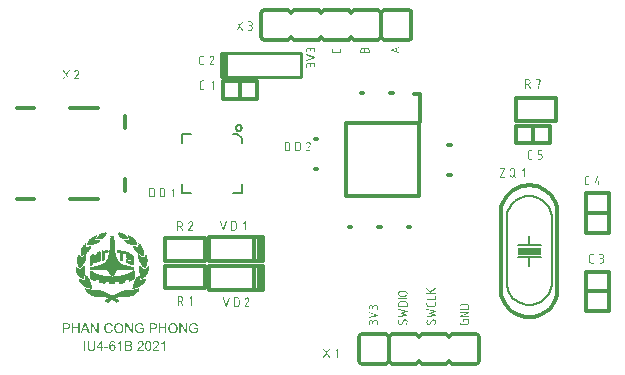
<source format=gto>
G04*
G04 #@! TF.GenerationSoftware,Altium Limited,Altium Designer,20.2.5 (213)*
G04*
G04 Layer_Color=65535*
%FSLAX44Y44*%
%MOMM*%
G71*
G04*
G04 #@! TF.SameCoordinates,3C0D8923-7957-4DC4-8908-925B2C91420C*
G04*
G04*
G04 #@! TF.FilePolarity,Positive*
G04*
G01*
G75*
%ADD10C,0.3000*%
%ADD11C,0.1270*%
%ADD12C,0.1778*%
%ADD13C,0.2540*%
G36*
X447160Y99479D02*
X427094D01*
Y105321D01*
X447160D01*
Y99479D01*
D02*
G37*
G36*
X78902Y118327D02*
X79124Y118105D01*
X79235Y117883D01*
Y117827D01*
Y117772D01*
X79180Y117549D01*
X79124Y117272D01*
X78847Y116661D01*
X78680Y116383D01*
X78569Y116161D01*
X78513Y115994D01*
X78458Y115939D01*
X78180Y115494D01*
X77958Y115161D01*
X77791Y114883D01*
X77624Y114661D01*
X77513Y114494D01*
X77402Y114383D01*
X77347Y114328D01*
X77069Y114050D01*
X76791Y113828D01*
X76624Y113661D01*
X76513Y113605D01*
X76180Y113439D01*
X75902Y113328D01*
X75736Y113217D01*
X75680D01*
X75347Y113105D01*
X74902Y112994D01*
X73958Y112828D01*
X73458Y112772D01*
X73069Y112717D01*
X72847Y112661D01*
X72014D01*
X71458Y112717D01*
X71125Y112828D01*
X70847Y112939D01*
X70681Y113050D01*
X70625Y113217D01*
X70570Y113272D01*
Y113328D01*
X70625Y113494D01*
X70736Y113717D01*
X71014Y114216D01*
X71181Y114439D01*
X71347Y114661D01*
X71403Y114772D01*
X71458Y114828D01*
X72125Y115605D01*
X72625Y116161D01*
X72792Y116383D01*
X72958Y116550D01*
X73014Y116605D01*
X73069Y116661D01*
X73625Y117105D01*
X74180Y117438D01*
X74402Y117549D01*
X74569Y117661D01*
X74680Y117716D01*
X74736D01*
X75069Y117883D01*
X75402Y117938D01*
X75902D01*
X76236Y117883D01*
X76347Y117827D01*
X77235Y118105D01*
X77624Y118327D01*
X78013Y118438D01*
X78735D01*
X78902Y118327D01*
D02*
G37*
G36*
X90456Y118383D02*
X90845Y118327D01*
X91123Y118272D01*
X91234D01*
X92123Y118049D01*
X92845Y117827D01*
X93456Y117605D01*
X93900Y117438D01*
X94234Y117272D01*
X94456Y117105D01*
X94567Y117050D01*
X94623Y116994D01*
X94845Y116772D01*
X95067Y116494D01*
X95623Y115883D01*
X95845Y115605D01*
X96067Y115328D01*
X96178Y115161D01*
X96234Y115105D01*
X96622Y114661D01*
X96900Y114272D01*
X97122Y113939D01*
X97233Y113717D01*
X97345Y113550D01*
X97400Y113439D01*
Y113383D01*
X97289Y113105D01*
X97067Y112883D01*
X96678Y112772D01*
X96289Y112717D01*
X95900Y112661D01*
X95178D01*
X94456Y112717D01*
X93789Y112828D01*
X93289Y112939D01*
X92901Y112994D01*
X92623Y113105D01*
X92456Y113161D01*
X92345Y113217D01*
X92289D01*
X92012Y113328D01*
X91678Y113439D01*
X91512Y113550D01*
X91401Y113605D01*
X91123Y113828D01*
X90901Y113994D01*
X90790Y114105D01*
X90734Y114161D01*
X90512Y114383D01*
X90345Y114661D01*
X89901Y115216D01*
X89734Y115494D01*
X89568Y115716D01*
X89512Y115883D01*
X89457Y115939D01*
X89234Y116383D01*
X89068Y116772D01*
X88901Y117105D01*
X88845Y117383D01*
X88790Y117549D01*
X88734Y117661D01*
Y117772D01*
X88790Y117938D01*
X88845Y118105D01*
X89123Y118272D01*
X89512Y118383D01*
X90012Y118438D01*
X90456Y118383D01*
D02*
G37*
G36*
X98011Y115716D02*
X98067D01*
X98844Y115494D01*
X99566Y115272D01*
X99844Y115105D01*
X100066Y115050D01*
X100178Y114939D01*
X100233D01*
X100789Y114605D01*
X101344Y114216D01*
X101844Y113828D01*
X102289Y113383D01*
X102677Y112994D01*
X102955Y112661D01*
X103177Y112439D01*
X103233Y112383D01*
X103788Y111717D01*
X104233Y111050D01*
X104566Y110439D01*
X104899Y109939D01*
X105066Y109439D01*
X105233Y109106D01*
X105344Y108884D01*
Y108773D01*
Y108328D01*
X105233Y108050D01*
X105066Y107884D01*
X105010Y107828D01*
X104788Y107773D01*
X104566Y107717D01*
X104010Y107662D01*
X102788D01*
X102233Y107717D01*
X101677Y107773D01*
X101122Y107884D01*
X100677Y107939D01*
X100289Y107995D01*
X100066Y108050D01*
X99955D01*
X99233Y108217D01*
X98622Y108384D01*
X98067Y108550D01*
X97567Y108717D01*
X97178Y108828D01*
X96900Y108939D01*
X96734Y109050D01*
X96678D01*
X96456Y109162D01*
X96178Y109328D01*
X95623Y109717D01*
X95400Y109884D01*
X95234Y109995D01*
X95122Y110106D01*
X95067Y110161D01*
X94734Y110495D01*
X94511Y110772D01*
X94400Y111050D01*
X94289Y111272D01*
Y111550D01*
Y111661D01*
X94400Y111772D01*
X94511Y111883D01*
X94845Y111939D01*
X95178Y111994D01*
X97511D01*
X97956Y111939D01*
X98511D01*
X98622Y111883D01*
X98733D01*
Y111939D01*
X98622Y112050D01*
X98511Y112217D01*
X98400Y112383D01*
X98122Y112772D01*
X98067Y112883D01*
X98011Y112939D01*
X97733Y113439D01*
X97511Y113883D01*
X97345Y114161D01*
X97289Y114272D01*
X97122Y114717D01*
X97067Y114994D01*
X97011Y115161D01*
Y115216D01*
X97067Y115439D01*
X97178Y115605D01*
X97345Y115716D01*
X97567Y115772D01*
X97900D01*
X98011Y115716D01*
D02*
G37*
G36*
X70681Y115772D02*
X70847Y115550D01*
X70958Y115272D01*
Y115216D01*
Y115161D01*
X70903Y114939D01*
X70792Y114661D01*
X70681Y114383D01*
X70625Y114328D01*
Y114272D01*
X70403Y113828D01*
X70181Y113383D01*
X69959Y113050D01*
X69903Y112994D01*
Y112939D01*
X69681Y112550D01*
X69514Y112272D01*
X69347Y112106D01*
X69292Y111994D01*
X69181Y111828D01*
X69292D01*
X69458Y111883D01*
X69792D01*
X70070Y111939D01*
X70403D01*
X70681Y111994D01*
X72625D01*
X73069Y111939D01*
X73403Y111883D01*
X73569Y111772D01*
X73625Y111717D01*
X73680Y111439D01*
X73625Y111106D01*
X73458Y110828D01*
X73292Y110550D01*
X73069Y110328D01*
X72903Y110161D01*
X72792Y110050D01*
X72736Y109995D01*
X71958Y109439D01*
X71236Y109050D01*
X70958Y108884D01*
X70736Y108773D01*
X70625Y108717D01*
X70570D01*
X70125Y108550D01*
X69625Y108384D01*
X68681Y108162D01*
X68292Y108050D01*
X67959Y107995D01*
X67681Y107939D01*
X67625D01*
X66959Y107828D01*
X66403Y107773D01*
X65848Y107717D01*
X65403D01*
X65015Y107662D01*
X64070D01*
X63737Y107717D01*
X63459D01*
X63292Y107773D01*
X63015Y107828D01*
X62904D01*
X62681Y108050D01*
X62626Y108384D01*
Y108661D01*
Y108717D01*
Y108773D01*
X62848Y109439D01*
X63181Y110106D01*
X63348Y110384D01*
X63459Y110606D01*
X63515Y110717D01*
X63570Y110772D01*
X63848Y111217D01*
X64070Y111550D01*
X64292Y111883D01*
X64459Y112161D01*
X64570Y112328D01*
X64681Y112494D01*
X64792Y112606D01*
X65348Y113217D01*
X65959Y113717D01*
X66237Y113939D01*
X66459Y114105D01*
X66570Y114161D01*
X66625Y114216D01*
X67014Y114494D01*
X67403Y114661D01*
X67681Y114828D01*
X67959Y114883D01*
X68125Y114939D01*
X68403D01*
X69236Y115161D01*
X69514Y115494D01*
X69847Y115716D01*
X70125Y115828D01*
X70458D01*
X70681Y115772D01*
D02*
G37*
G36*
X107955Y108495D02*
X108621Y107717D01*
X109066Y106995D01*
X109288Y106662D01*
X109399Y106440D01*
X109510Y106273D01*
Y106217D01*
X109954Y105273D01*
X110121Y104829D01*
X110232Y104440D01*
X110343Y104106D01*
X110399Y103829D01*
X110454Y103662D01*
Y103607D01*
X110621Y102551D01*
X110676Y101996D01*
X110732Y101551D01*
Y101107D01*
X110788Y100773D01*
Y100496D01*
Y100440D01*
Y99829D01*
X110732Y99385D01*
X110676Y98996D01*
X110565Y98774D01*
X110510Y98552D01*
X110399Y98440D01*
X110343Y98385D01*
X110121Y98329D01*
X109843D01*
X109343Y98440D01*
X109121Y98496D01*
X108954Y98607D01*
X108843Y98663D01*
X108788D01*
X108177Y99051D01*
X107621Y99440D01*
X107344Y99551D01*
X107177Y99718D01*
X107066Y99774D01*
X107010Y99829D01*
X106344Y100385D01*
X105844Y100829D01*
X105510Y101162D01*
X105455Y101218D01*
X105399Y101273D01*
X104955Y101607D01*
X104622Y101940D01*
X104288Y102218D01*
X104010Y102440D01*
X103844Y102662D01*
X103677Y102829D01*
X103622Y102884D01*
X103566Y102940D01*
X103011Y103662D01*
X102566Y104440D01*
X102400Y104773D01*
X102233Y105051D01*
X102177Y105217D01*
X102122Y105273D01*
X101900Y105773D01*
X101789Y106162D01*
X101733Y106495D01*
X101677Y106717D01*
Y106884D01*
Y107051D01*
X101733Y107106D01*
X101900Y107217D01*
X102066Y107273D01*
X102511D01*
X102844Y107162D01*
X102900Y107106D01*
X102955D01*
X103677Y106773D01*
X104455Y106440D01*
X104788Y106273D01*
X105066Y106106D01*
X105233Y106051D01*
X105288Y105995D01*
X105566Y105773D01*
X105733Y105662D01*
X105844Y105551D01*
X105955Y105495D01*
X106010Y105440D01*
Y105551D01*
Y105773D01*
Y106051D01*
Y106384D01*
X105955Y106773D01*
Y107051D01*
Y107273D01*
Y107328D01*
X106566D01*
X105844Y109773D01*
X107955Y108495D01*
D02*
G37*
G36*
X80402Y103718D02*
X80569Y103551D01*
X80791Y103162D01*
X80846Y102773D01*
Y102662D01*
Y102607D01*
Y101440D01*
X78902Y101051D01*
X77847Y100829D01*
X77791Y98274D01*
Y97663D01*
Y97163D01*
X77736Y96718D01*
Y96329D01*
Y95996D01*
X77680Y95774D01*
Y95663D01*
Y95607D01*
X77624Y95274D01*
X77569Y95052D01*
X77458Y94885D01*
X77347Y94719D01*
X77180Y94607D01*
X77069Y94552D01*
X76847D01*
X76736Y94496D01*
X76680D01*
X76402Y94441D01*
X76291Y94385D01*
X76236D01*
X74902Y94219D01*
Y103162D01*
X76847Y102940D01*
X77680Y103218D01*
X78347Y103440D01*
X78847Y103551D01*
X79291Y103662D01*
X79624Y103718D01*
X79902Y103773D01*
X80180D01*
X80402Y103718D01*
D02*
G37*
G36*
X73958Y102162D02*
X74014Y102107D01*
Y102051D01*
X74069Y101884D01*
X74125Y101718D01*
X74180Y101218D01*
X74236Y100607D01*
Y99940D01*
X74291Y99329D01*
Y98774D01*
Y98552D01*
Y98440D01*
Y98329D01*
Y98274D01*
Y97274D01*
Y96829D01*
Y96441D01*
X74236Y96052D01*
Y95774D01*
Y95607D01*
Y95552D01*
X74180Y95107D01*
Y94719D01*
X74069Y94385D01*
X74014Y94163D01*
X73958Y93996D01*
X73903Y93885D01*
X73847Y93830D01*
X73514Y93719D01*
X73403Y93663D01*
X73347D01*
X73180Y93608D01*
X73069D01*
X72958Y93552D01*
X71625Y93385D01*
Y95441D01*
X71569Y95274D01*
X71403Y94663D01*
X71236Y94219D01*
X71069Y93774D01*
X70903Y93496D01*
X70847Y93274D01*
X70736Y93163D01*
Y93108D01*
X70570Y92830D01*
X70347Y92608D01*
X70125Y92441D01*
X69959Y92330D01*
X69625Y92163D01*
X69458D01*
X69292Y92219D01*
X69125Y92274D01*
X68792Y92608D01*
X68570Y92885D01*
X68514Y92941D01*
Y92997D01*
X68236Y93663D01*
X68098Y94043D01*
X68070Y91330D01*
X67125Y90719D01*
X66903Y90552D01*
X66681Y90386D01*
X66514Y90330D01*
X66459Y90274D01*
X66292Y90163D01*
X66125Y90108D01*
X65959D01*
X65737Y90163D01*
X65570Y90330D01*
X65459Y90552D01*
X65348Y90830D01*
X65292Y91052D01*
X65237Y91274D01*
Y91441D01*
Y91497D01*
X65181Y92552D01*
Y93052D01*
Y93496D01*
Y93885D01*
Y94163D01*
Y94385D01*
Y94441D01*
Y98385D01*
X66848Y99440D01*
X66903Y99607D01*
X67070Y99718D01*
X67236Y99829D01*
X67292Y99885D01*
X67625Y100051D01*
X67848Y100107D01*
X68014Y100162D01*
X68236D01*
X68348Y100051D01*
X68625Y99829D01*
X68736Y99607D01*
X68792Y99551D01*
Y99496D01*
X69014Y99051D01*
X69181Y98607D01*
X69292Y98329D01*
X69347Y98274D01*
Y98218D01*
X69570Y97607D01*
X69718Y97163D01*
X69736Y97218D01*
X69959Y97940D01*
X70014Y98218D01*
X70125Y98440D01*
X70181Y98607D01*
Y98663D01*
X70403Y99496D01*
X70570Y100107D01*
X70625Y100385D01*
X70681Y100551D01*
X70736Y100662D01*
Y100718D01*
X70847Y100996D01*
X70903Y101273D01*
X71014Y101440D01*
X71069Y101551D01*
X71125Y101662D01*
X71181Y101718D01*
X71292Y101829D01*
X71458Y101940D01*
X71569Y102051D01*
X71625D01*
X71792Y102107D01*
X71847Y101996D01*
Y101884D01*
Y101829D01*
X72680Y102051D01*
X73069Y102218D01*
X73347Y102329D01*
X73791D01*
X73958Y102162D01*
D02*
G37*
G36*
X61626Y109606D02*
X61793Y109550D01*
X62015Y109328D01*
X62070Y109050D01*
Y108995D01*
Y108939D01*
Y108384D01*
Y107828D01*
Y107606D01*
Y107384D01*
Y107273D01*
Y107217D01*
X62015Y106662D01*
Y106217D01*
X61959Y105884D01*
Y105662D01*
X61904Y105551D01*
Y105495D01*
Y105440D01*
X61959Y105495D01*
X62182Y105606D01*
X62348Y105773D01*
X62404Y105829D01*
X63015Y106162D01*
X63515Y106440D01*
X63959Y106662D01*
X64292Y106828D01*
X64570Y106939D01*
X64792Y107051D01*
X64903Y107106D01*
X64959D01*
X65292Y107217D01*
X65514Y107273D01*
X65903D01*
X66125Y107162D01*
X66181Y107106D01*
X66237Y106939D01*
Y106662D01*
X66181Y106328D01*
X66125Y105995D01*
X66014Y105717D01*
X65903Y105440D01*
X65848Y105273D01*
X65792Y105217D01*
X65237Y104218D01*
X64959Y103773D01*
X64681Y103384D01*
X64459Y103107D01*
X64292Y102884D01*
X64181Y102718D01*
X64126Y102662D01*
X63515Y101996D01*
X62904Y101440D01*
X62626Y101162D01*
X62459Y100996D01*
X62293Y100885D01*
X62237Y100829D01*
X61348Y100162D01*
X60515Y99551D01*
X60182Y99329D01*
X59904Y99163D01*
X59682Y99051D01*
X59626Y98996D01*
X59126Y98774D01*
X58737Y98607D01*
X58404Y98496D01*
X57793D01*
X57682Y98552D01*
X57515Y98718D01*
X57404Y99051D01*
X57293Y99385D01*
X57238Y99774D01*
Y100107D01*
X57182Y100440D01*
Y100662D01*
Y100718D01*
X57238Y101496D01*
X57293Y102273D01*
X57404Y102996D01*
X57571Y103662D01*
X57682Y104162D01*
X57793Y104606D01*
X57849Y104829D01*
X57904Y104940D01*
X58182Y105662D01*
X58515Y106328D01*
X58849Y106828D01*
X59126Y107273D01*
X59404Y107662D01*
X59626Y107884D01*
X59737Y108050D01*
X59793Y108106D01*
X60515Y108273D01*
X60459Y108661D01*
X60515Y108995D01*
X60626Y109217D01*
X60682Y109273D01*
X60959Y109495D01*
X61182Y109606D01*
X61348Y109661D01*
X61404D01*
X61626Y109606D01*
D02*
G37*
G36*
X112954Y99107D02*
X113065Y98829D01*
X113176Y98552D01*
X113398Y97829D01*
X113454Y97552D01*
X113510Y97274D01*
X113565Y97107D01*
Y97052D01*
X113787Y96107D01*
X113843Y95718D01*
Y95385D01*
X113898Y95107D01*
Y94885D01*
Y94774D01*
Y94719D01*
Y94385D01*
X113843Y93996D01*
X113787Y93663D01*
Y93608D01*
Y93552D01*
X113732Y93052D01*
X113621Y92663D01*
X113565Y92385D01*
Y92274D01*
X113287Y91385D01*
X113010Y90497D01*
X112899Y90108D01*
X112787Y89830D01*
X112732Y89608D01*
X112676Y89552D01*
X112454Y89052D01*
X112232Y88664D01*
X112010Y88441D01*
X111843Y88219D01*
X111676Y88108D01*
X111565Y88053D01*
X111454D01*
X111287Y88108D01*
X111065Y88275D01*
X110788Y88441D01*
X110565Y88719D01*
X110343Y88941D01*
X110176Y89108D01*
X110065Y89275D01*
X110010Y89330D01*
X109343Y90219D01*
X109066Y90608D01*
X108788Y90997D01*
X108621Y91274D01*
X108455Y91497D01*
X108399Y91608D01*
X108343Y91663D01*
X107566Y92997D01*
X107288Y93608D01*
X107010Y94163D01*
X106788Y94607D01*
X106621Y94941D01*
X106566Y95218D01*
X106510Y95274D01*
X106288Y95941D01*
X106121Y96552D01*
X106010Y97107D01*
X105955Y97607D01*
X105899Y97996D01*
Y98274D01*
Y98440D01*
Y98496D01*
X106066Y99885D01*
X108677Y98052D01*
X109177Y97607D01*
X109565Y97274D01*
X109788Y97052D01*
X109843Y96996D01*
X109954Y96885D01*
X110065Y96829D01*
X110121Y96996D01*
X110176Y97052D01*
X110399Y97385D01*
X110510Y97663D01*
X110621Y97829D01*
X110676Y97885D01*
X111343Y97996D01*
X112065Y100107D01*
X112954Y99107D01*
D02*
G37*
G36*
X89679Y103607D02*
X90290Y103495D01*
X90568Y103440D01*
X90790Y103384D01*
X90956Y103329D01*
X91012D01*
X91623Y103218D01*
X92234Y103051D01*
X92456Y102996D01*
X92678D01*
X92789Y102940D01*
X92845D01*
X93234Y102884D01*
X93512Y102773D01*
X93734Y102718D01*
X93956D01*
X94178Y102607D01*
X94234D01*
X94623Y102551D01*
X94900Y102495D01*
X95122Y102384D01*
X95345Y102329D01*
X95567Y102218D01*
X95623Y102162D01*
X95789Y101954D01*
Y99792D01*
X95956Y99774D01*
Y101107D01*
Y101162D01*
Y101218D01*
X95900Y101551D01*
X95845Y101884D01*
X95789Y101954D01*
Y102051D01*
X97122Y101773D01*
X97511Y101607D01*
X97844Y101440D01*
X98067Y101273D01*
X98233Y101162D01*
X98455Y100940D01*
X98511Y100885D01*
X98622Y100718D01*
X98678Y100440D01*
Y99885D01*
Y99663D01*
Y99440D01*
Y99274D01*
Y99218D01*
Y98885D01*
Y98607D01*
Y98385D01*
Y98274D01*
Y98107D01*
Y98052D01*
X98900Y97885D01*
X98955Y97829D01*
X99011D01*
X99289Y97774D01*
X99455D01*
X99511Y97829D01*
X99566D01*
X99678Y97996D01*
X99733Y98274D01*
X99789Y98440D01*
Y98552D01*
X99844Y98774D01*
Y98996D01*
X99900Y99163D01*
Y99218D01*
X100011Y99440D01*
X100122Y99663D01*
X100233Y99829D01*
X100289Y99885D01*
X100622Y99829D01*
X100844Y99774D01*
X101011Y99718D01*
X101066Y99663D01*
X101344Y99551D01*
X101566Y99385D01*
X101733Y99329D01*
X101789Y99274D01*
X102733Y98552D01*
Y90719D01*
X101455D01*
X101122Y90774D01*
X100733Y90830D01*
X99900Y91052D01*
X99511Y91163D01*
X99178Y91219D01*
X98955Y91330D01*
X98900D01*
X98289Y91552D01*
X97733Y91774D01*
X97289Y91941D01*
X96956Y92108D01*
X96622Y92274D01*
X96456Y92330D01*
X96345Y92441D01*
X96289D01*
X95956Y92663D01*
X95678Y92885D01*
X95567Y93052D01*
X95511Y93108D01*
X95400Y93441D01*
X95345Y93830D01*
Y94108D01*
Y94163D01*
Y94219D01*
Y95607D01*
X98178Y94496D01*
X98567Y94330D01*
X98900Y94163D01*
X99178Y94052D01*
X99344Y93941D01*
X99455Y93885D01*
X99511D01*
X99566Y93830D01*
X99678Y93774D01*
X99733Y93719D01*
Y93663D01*
X99844Y94052D01*
Y94219D01*
Y94274D01*
X99900Y94496D01*
Y94719D01*
Y94885D01*
Y94941D01*
Y95107D01*
X99789Y94996D01*
X99178Y94941D01*
X98622Y94996D01*
X98400Y95052D01*
X98233Y95107D01*
X98122Y95163D01*
X98067D01*
X97456Y95441D01*
X97011Y95774D01*
X96678Y96052D01*
X96622Y96163D01*
X96567D01*
X96178Y96663D01*
X95956Y96996D01*
X95900Y97274D01*
X95845Y97329D01*
Y97552D01*
X95789Y97829D01*
Y98552D01*
Y98829D01*
Y99107D01*
Y99329D01*
Y99385D01*
Y99792D01*
X94456Y99940D01*
X94178Y99996D01*
X93956D01*
X93789Y100051D01*
X93734D01*
X93512Y100107D01*
X93345D01*
X93289Y97829D01*
Y96996D01*
Y96274D01*
X93234Y95996D01*
Y95774D01*
Y95663D01*
Y95607D01*
X93178Y95274D01*
X93123Y94941D01*
X93012Y94719D01*
X92956Y94552D01*
X92734Y94330D01*
X92678Y94274D01*
X92345D01*
X92067Y94330D01*
X91845D01*
X91678Y94385D01*
X91623D01*
X90456Y94607D01*
X90345Y98218D01*
X90290Y100829D01*
X89345Y101051D01*
X88790Y101162D01*
X88401Y101329D01*
X88123Y101384D01*
X88068Y101440D01*
X87845Y101718D01*
X87734Y102051D01*
X87679Y102329D01*
Y102384D01*
Y102440D01*
Y102662D01*
X87734Y102884D01*
Y102996D01*
Y103051D01*
X87790Y103162D01*
X88568Y103384D01*
X88512Y103495D01*
X88568Y103607D01*
X88734Y103662D01*
X89068D01*
X89679Y103607D01*
D02*
G37*
G36*
X56127Y99829D02*
X56349Y99663D01*
X56460Y99440D01*
X56515Y99385D01*
Y99329D01*
X56793Y98885D01*
X57015Y98496D01*
X57182Y98163D01*
X57238Y98107D01*
Y98052D01*
X57460Y97607D01*
X57626Y97274D01*
X57737Y97052D01*
X57793Y96996D01*
X57890Y96802D01*
X57904Y96829D01*
X58015Y96940D01*
X58071Y96996D01*
X58460Y97329D01*
X58849Y97663D01*
X59126Y97940D01*
X59182Y97996D01*
X59237Y98052D01*
X61904Y99885D01*
X62070Y98440D01*
Y97940D01*
X62015Y97385D01*
X61904Y96885D01*
X61737Y96385D01*
X61626Y95941D01*
X61515Y95607D01*
X61459Y95385D01*
X61404Y95274D01*
X60848Y93941D01*
X60515Y93330D01*
X60237Y92774D01*
X59960Y92330D01*
X59793Y91941D01*
X59626Y91719D01*
X59571Y91663D01*
X59071Y90830D01*
X58515Y90108D01*
X58293Y89775D01*
X58126Y89552D01*
X58015Y89386D01*
X57960Y89330D01*
X57626Y88886D01*
X57293Y88608D01*
X57071Y88386D01*
X56849Y88219D01*
X56738Y88108D01*
X56627Y88053D01*
X56515D01*
X56293Y88108D01*
X56071Y88275D01*
X55849Y88553D01*
X55682Y88830D01*
X55515Y89052D01*
X55404Y89330D01*
X55349Y89497D01*
X55293Y89552D01*
X54904Y90663D01*
X54738Y91108D01*
X54627Y91497D01*
X54516Y91830D01*
X54460Y92052D01*
X54405Y92219D01*
Y92274D01*
X54293Y92719D01*
X54182Y93108D01*
X54127Y93385D01*
Y93441D01*
Y93496D01*
X54071Y93996D01*
Y94385D01*
Y94607D01*
Y94719D01*
X54127Y95496D01*
X54238Y96218D01*
Y96552D01*
X54293Y96774D01*
X54349Y96940D01*
Y96996D01*
X54460Y97441D01*
X54571Y97829D01*
X54627Y98163D01*
X54738Y98440D01*
X54793Y98607D01*
X54849Y98718D01*
X54904Y98829D01*
X55571Y98940D01*
X55404Y99051D01*
X55293Y99163D01*
X55238Y99385D01*
Y99551D01*
Y99607D01*
X55404Y99829D01*
X55627Y99885D01*
X55793Y99940D01*
X56016D01*
X56127Y99829D01*
D02*
G37*
G36*
X60737Y90163D02*
X60848Y89941D01*
X60959Y89608D01*
X61126Y88886D01*
Y88497D01*
X61182Y88164D01*
Y87942D01*
Y87886D01*
Y86553D01*
X61126Y85997D01*
X61070Y85497D01*
Y85053D01*
X61015Y84720D01*
X60959Y84497D01*
Y84442D01*
X60848Y83664D01*
X60682Y82886D01*
X60571Y82220D01*
X60459Y81664D01*
X60404Y81220D01*
X60293Y80831D01*
X60237Y80609D01*
Y80553D01*
X60071Y79998D01*
X59904Y79609D01*
X59737Y79331D01*
X59515Y79165D01*
X59404Y79054D01*
X59237Y78942D01*
X59126D01*
X58904Y78998D01*
X58626Y79109D01*
X58071Y79387D01*
X57793Y79553D01*
X57571Y79720D01*
X57404Y79776D01*
X57349Y79831D01*
X56515Y80498D01*
X56238Y80775D01*
X55960Y80998D01*
X55738Y81220D01*
X55571Y81387D01*
X55515Y81442D01*
X55460Y81498D01*
X55182Y81775D01*
X54904Y82109D01*
X54682Y82387D01*
X54627Y82498D01*
X54349Y82998D01*
X54127Y83331D01*
X54016Y83553D01*
X53960Y83609D01*
X53627Y84331D01*
X53460Y84886D01*
X53349Y85219D01*
X53293Y85331D01*
X53238Y85608D01*
X53182Y85942D01*
X53127Y86608D01*
Y86886D01*
X53071Y87108D01*
Y87275D01*
Y87330D01*
X53016Y89997D01*
X55293Y88386D01*
X55515Y88164D01*
X55738Y87942D01*
X55960Y87775D01*
X56016Y87664D01*
X56293Y87386D01*
X56460Y87275D01*
X56571Y87164D01*
X56849Y86942D01*
X57515Y87719D01*
X57904Y88108D01*
X58238Y88441D01*
X58460Y88664D01*
X58515Y88719D01*
X58793Y88997D01*
X58960Y89164D01*
X59071Y89219D01*
X59737Y89386D01*
X59626Y89552D01*
X59571Y89663D01*
Y89941D01*
X59682Y90052D01*
X59737Y90108D01*
X60071Y90219D01*
X60626D01*
X60737Y90163D01*
D02*
G37*
G36*
X85679Y115494D02*
X85957Y109828D01*
X86012Y109106D01*
X86068Y108439D01*
Y107828D01*
X86124Y107273D01*
Y106828D01*
X86179Y106495D01*
Y106273D01*
Y106217D01*
X86290Y105106D01*
Y104606D01*
X86346Y104162D01*
X86401Y103773D01*
X86457Y103495D01*
Y103329D01*
Y103273D01*
X86568Y102329D01*
X86623Y101884D01*
X86679Y101551D01*
X86735Y101273D01*
X86790Y101051D01*
Y100940D01*
Y100885D01*
X86957Y100162D01*
X87123Y99607D01*
X87179Y99385D01*
Y99218D01*
X87234Y99107D01*
Y99051D01*
X87457Y98274D01*
X87734Y97496D01*
X88012Y96829D01*
X88290Y96274D01*
X88512Y95829D01*
X88734Y95441D01*
X88845Y95218D01*
X88901Y95163D01*
X89623Y94163D01*
X89956Y93774D01*
X90345Y93385D01*
X90623Y93108D01*
X90901Y92885D01*
X91067Y92719D01*
X91123Y92663D01*
X91678Y92274D01*
X92289Y91941D01*
X92845Y91663D01*
X93400Y91385D01*
X93900Y91163D01*
X94289Y90997D01*
X94511Y90941D01*
X94623Y90886D01*
X95456Y90608D01*
X96289Y90386D01*
X97122Y90163D01*
X97844Y89941D01*
X98511Y89830D01*
X99067Y89719D01*
X99400Y89608D01*
X99511D01*
X100178Y89497D01*
X100677Y89386D01*
X100900D01*
X101066Y89330D01*
X101178D01*
X101455Y89275D01*
X101622D01*
X101844Y89219D01*
X101955D01*
X102289Y89164D01*
X102455Y88997D01*
X102566Y88830D01*
Y88775D01*
X102677Y88497D01*
X102733Y88275D01*
Y88108D01*
Y88053D01*
Y86886D01*
X97067Y86719D01*
X95511Y86664D01*
X94178D01*
X93623Y86608D01*
X88512D01*
X88345Y86553D01*
X88234D01*
X88012Y86442D01*
X87957Y86386D01*
Y86330D01*
X87734Y86053D01*
X87512Y85664D01*
X87346Y85386D01*
X87234Y85331D01*
Y85275D01*
X86846Y84720D01*
X86512Y84108D01*
X86346Y83886D01*
X86179Y83664D01*
X86124Y83553D01*
X86068Y83497D01*
X84292Y81338D01*
X85124Y81387D01*
X86068D01*
X86901Y81442D01*
X87623Y81498D01*
X88290Y81553D01*
X88734Y81609D01*
X89068Y81664D01*
X89179D01*
X90123Y81775D01*
X90956Y81887D01*
X91678Y82053D01*
X92345Y82164D01*
X92845Y82331D01*
X93234Y82387D01*
X93512Y82498D01*
X93567D01*
X94345Y82720D01*
X95122Y82942D01*
X95845Y83164D01*
X96456Y83386D01*
X96956Y83609D01*
X97345Y83775D01*
X97567Y83831D01*
X97678Y83886D01*
X98400Y84220D01*
X99011Y84553D01*
X99511Y84831D01*
X100011Y85108D01*
X100344Y85275D01*
X100622Y85442D01*
X100789Y85553D01*
X100844Y85608D01*
X101122Y85831D01*
X101400Y85942D01*
X101566Y86053D01*
X101622Y86108D01*
X101900Y86219D01*
X102177Y86330D01*
X102344D01*
X102566Y86275D01*
X102733Y86108D01*
X102900Y85831D01*
X103011Y85608D01*
X103066Y85331D01*
X103122Y85053D01*
Y84886D01*
Y84831D01*
X103177Y84053D01*
Y83331D01*
Y83053D01*
Y82831D01*
Y82664D01*
Y82609D01*
Y81720D01*
Y81331D01*
Y80998D01*
X103122Y80720D01*
Y80498D01*
Y80387D01*
Y80331D01*
X103066Y79887D01*
X103011Y79553D01*
Y79276D01*
X102955Y79054D01*
X102900Y78942D01*
Y78831D01*
X102844Y78776D01*
X102677Y78609D01*
X102344Y78442D01*
X102011Y78220D01*
X101622Y78054D01*
X101289Y77831D01*
X100955Y77720D01*
X100733Y77609D01*
X100677Y77554D01*
X100066Y77276D01*
X99566Y77054D01*
X99233Y76943D01*
X98955Y76831D01*
X98733Y76776D01*
X98622Y76720D01*
X98511D01*
X98178Y76831D01*
X97956Y76998D01*
X97844Y77165D01*
Y77276D01*
Y77665D01*
Y77998D01*
Y78220D01*
Y78276D01*
Y78442D01*
X97789D01*
X97400Y78331D01*
X96956Y78220D01*
X96567Y78109D01*
X96456Y78054D01*
X96400D01*
X94900Y77609D01*
Y77054D01*
Y76776D01*
Y76443D01*
X94845Y76165D01*
Y76109D01*
Y76054D01*
X94789Y75832D01*
X94734Y75721D01*
X94511Y75498D01*
X94345Y75443D01*
X94123D01*
X93956Y75387D01*
X93789Y75332D01*
X93678D01*
X93289Y75276D01*
X93012Y75221D01*
X92789Y75165D01*
X92678D01*
X92012Y75054D01*
X91456Y74943D01*
X91012Y74887D01*
X90123D01*
X89956Y74998D01*
X89790Y75221D01*
X89623Y75721D01*
Y75943D01*
X89568Y76165D01*
Y76332D01*
Y76387D01*
Y76776D01*
X88512Y76609D01*
X87957Y76554D01*
X87512D01*
X87179Y76498D01*
X86957D01*
X86790Y76443D01*
X86679D01*
X86623Y76332D01*
Y76165D01*
Y75998D01*
Y75943D01*
Y74443D01*
X81291D01*
Y75943D01*
Y76109D01*
Y76220D01*
Y76332D01*
X81346Y76443D01*
X80902D01*
X80457Y76498D01*
X80069Y76554D01*
X79735Y76609D01*
X79569D01*
X78402Y76776D01*
Y76387D01*
Y75998D01*
X78347Y75665D01*
X78291Y75443D01*
X78235Y75332D01*
X78124Y75165D01*
X78013Y75054D01*
X77680Y74943D01*
X77235D01*
X77124Y74998D01*
X76902Y75054D01*
X76680Y75110D01*
X76569D01*
X76125Y75221D01*
X75736Y75276D01*
X75458Y75387D01*
X75347D01*
X73069Y75887D01*
Y77831D01*
X71680Y78276D01*
X71125Y78442D01*
X70736Y78609D01*
X70458Y78665D01*
X70347Y78720D01*
X70278Y78748D01*
X70292Y78720D01*
Y78554D01*
Y78498D01*
X70236Y78054D01*
X70181Y77720D01*
X70070Y77498D01*
X70014Y77442D01*
X69903Y77331D01*
X69736Y77276D01*
X69403Y77165D01*
X68959D01*
X68459Y77331D01*
X67903Y77554D01*
X67681Y77609D01*
X67459Y77720D01*
X67348Y77776D01*
X67292D01*
X66570Y78109D01*
X66070Y78442D01*
X65737Y78665D01*
X65681Y78720D01*
X65626D01*
X64792Y79331D01*
X64848Y82664D01*
Y83553D01*
Y83886D01*
Y84220D01*
Y84497D01*
Y84720D01*
Y84831D01*
Y84886D01*
Y85219D01*
X64903Y85497D01*
Y85664D01*
Y85775D01*
X64959Y85831D01*
X65626Y85997D01*
X65570Y86219D01*
X65626Y86330D01*
X65681Y86442D01*
X65903D01*
X66292Y86275D01*
X66681Y85997D01*
X67014Y85831D01*
X67070Y85719D01*
X67125D01*
X67625Y85331D01*
X68181Y84997D01*
X68681Y84664D01*
X69236Y84386D01*
X69681Y84164D01*
X70014Y83997D01*
X70236Y83886D01*
X70347Y83831D01*
X71125Y83553D01*
X71958Y83220D01*
X72736Y82998D01*
X73514Y82720D01*
X74125Y82553D01*
X74680Y82387D01*
X75013Y82331D01*
X75069Y82275D01*
X75125D01*
X75736Y82164D01*
X76458Y81998D01*
X77124Y81887D01*
X77736Y81775D01*
X78347Y81720D01*
X78791Y81664D01*
X79069Y81609D01*
X79180D01*
X80124Y81498D01*
X81013Y81442D01*
X81846Y81387D01*
X82624D01*
X83235Y81331D01*
X83755D01*
X81568Y84164D01*
X79902Y86553D01*
X73014Y86719D01*
X65181Y86886D01*
Y88053D01*
X65237Y88497D01*
X65403Y88775D01*
X65514Y88941D01*
X65570Y88997D01*
X65792Y89052D01*
X66014Y89164D01*
X66625Y89275D01*
X66903Y89330D01*
X67125Y89386D01*
X67348D01*
X68736Y89608D01*
X69347Y89775D01*
X69903Y89886D01*
X70403Y89997D01*
X70792Y90108D01*
X71014Y90163D01*
X71125D01*
X72069Y90441D01*
X72514Y90552D01*
X72903Y90719D01*
X73236Y90830D01*
X73514Y90941D01*
X73680Y90997D01*
X73736D01*
X74680Y91441D01*
X75069Y91608D01*
X75458Y91830D01*
X75736Y91997D01*
X75958Y92108D01*
X76069Y92163D01*
X76125Y92219D01*
X76847Y92663D01*
X77458Y93108D01*
X77680Y93330D01*
X77847Y93496D01*
X77958Y93552D01*
X78013Y93608D01*
X78569Y94274D01*
X79013Y94941D01*
X79180Y95218D01*
X79346Y95441D01*
X79402Y95607D01*
X79458Y95663D01*
X80013Y96774D01*
X80180Y97329D01*
X80402Y97829D01*
X80513Y98274D01*
X80624Y98607D01*
X80735Y98885D01*
Y98940D01*
X80902Y99663D01*
X81068Y100385D01*
X81235Y101107D01*
X81346Y101773D01*
X81457Y102329D01*
X81513Y102829D01*
X81568Y103107D01*
Y103218D01*
X81679Y104162D01*
X81791Y105051D01*
X81846Y105995D01*
X81902Y106828D01*
X81957Y107550D01*
X82013Y108106D01*
Y108328D01*
Y108495D01*
Y108550D01*
Y108606D01*
X82068Y109495D01*
Y110328D01*
X82124Y110661D01*
Y110939D01*
Y111106D01*
Y111161D01*
X82179Y111661D01*
Y112106D01*
X82235Y112439D01*
Y112772D01*
X82290Y112994D01*
Y113161D01*
Y113217D01*
Y113272D01*
X82902Y113328D01*
X82402Y115716D01*
X85679Y115494D01*
D02*
G37*
G36*
X108066Y90052D02*
X108121Y89997D01*
X108510Y89775D01*
X108732Y89552D01*
X108899Y89386D01*
X108954Y89330D01*
X109232Y88941D01*
X109510Y88664D01*
X109677Y88441D01*
X109732Y88330D01*
X110065Y87997D01*
X110343Y87775D01*
X110565Y87608D01*
X110621Y87553D01*
X110899Y87275D01*
X111010Y87108D01*
X111065Y87053D01*
X111121D01*
X111232Y87108D01*
X111287Y87164D01*
X111343D01*
X111510Y87275D01*
X111676Y87442D01*
X111899Y87608D01*
X111954Y87664D01*
X112287Y87997D01*
X112510Y88219D01*
X112621Y88330D01*
X112676Y88386D01*
X114954Y89997D01*
X114898Y87386D01*
X114843Y86775D01*
X114787Y86219D01*
X114676Y85719D01*
X114621Y85331D01*
X114509Y84997D01*
X114454Y84775D01*
X114398Y84608D01*
Y84553D01*
X114065Y83775D01*
X113676Y83053D01*
X113510Y82775D01*
X113343Y82553D01*
X113287Y82387D01*
X113232Y82331D01*
X112954Y81942D01*
X112621Y81609D01*
X111899Y80887D01*
X111565Y80609D01*
X111287Y80387D01*
X111065Y80220D01*
X111010Y80164D01*
X110454Y79776D01*
X110010Y79442D01*
X109621Y79220D01*
X109343Y79109D01*
X109121Y78998D01*
X108954Y78942D01*
X108843D01*
X108621Y78998D01*
X108399Y79220D01*
X108177Y79498D01*
X108066Y79776D01*
X107899Y80109D01*
X107788Y80331D01*
X107732Y80553D01*
Y80609D01*
X107566Y81331D01*
X107399Y82053D01*
X107344Y82387D01*
X107288Y82609D01*
X107232Y82775D01*
Y82831D01*
X107066Y83886D01*
X107010Y84386D01*
X106955Y84831D01*
X106899Y85219D01*
Y85497D01*
X106844Y85719D01*
Y85775D01*
X106788Y86330D01*
Y86775D01*
Y87219D01*
Y87553D01*
Y87830D01*
Y88053D01*
Y88164D01*
Y88219D01*
X106844Y88608D01*
Y88941D01*
X106899Y89164D01*
Y89275D01*
X106955Y89441D01*
Y89608D01*
X107010Y89719D01*
X107677Y89886D01*
Y90052D01*
Y90108D01*
X107843D01*
X108066Y90052D01*
D02*
G37*
G36*
X61793Y81998D02*
X62126Y81831D01*
X62404Y81664D01*
X62737Y81442D01*
X62959Y81220D01*
X63126Y81053D01*
X63181Y80998D01*
X63570Y80498D01*
X63959Y79942D01*
X64070Y79720D01*
X64181Y79553D01*
X64292Y79442D01*
Y79387D01*
X64737Y78609D01*
X65070Y77887D01*
X65181Y77609D01*
X65292Y77387D01*
X65348Y77220D01*
Y77165D01*
X65681Y76332D01*
X65959Y75554D01*
X66070Y75276D01*
X66125Y75054D01*
X66181Y74887D01*
Y74832D01*
X66459Y73832D01*
X66514Y73443D01*
X66625Y73054D01*
X66681Y72776D01*
Y72554D01*
X66737Y72387D01*
Y72332D01*
X66903Y70665D01*
X65514Y70777D01*
X64903Y70888D01*
X64348Y71054D01*
X63848Y71221D01*
X63459Y71332D01*
X63126Y71499D01*
X62848Y71554D01*
X62681Y71665D01*
X62626D01*
X62015Y71943D01*
X61459Y72165D01*
X60904Y72443D01*
X60459Y72721D01*
X60126Y72888D01*
X59848Y73054D01*
X59682Y73165D01*
X59626Y73221D01*
X59182Y73554D01*
X58737Y73998D01*
X58293Y74387D01*
X57960Y74776D01*
X57626Y75110D01*
X57404Y75387D01*
X57238Y75554D01*
X57182Y75609D01*
X56849Y75887D01*
X56571Y76220D01*
X56071Y76943D01*
X55904Y77220D01*
X55738Y77498D01*
X55682Y77665D01*
X55627Y77720D01*
X55515Y77998D01*
X55460Y78276D01*
X55404Y78665D01*
X55460Y78942D01*
Y78998D01*
X55571Y79165D01*
X55793Y79220D01*
X56571D01*
X56738Y79165D01*
X56904Y79109D01*
X56960D01*
X57737Y78776D01*
X58515Y78554D01*
X58793Y78442D01*
X59015Y78331D01*
X59182Y78276D01*
X59237D01*
X59682Y78165D01*
X60015Y78054D01*
X60293Y77998D01*
X60515Y77943D01*
X60626Y77887D01*
Y77998D01*
X60682Y78165D01*
Y78442D01*
Y78720D01*
Y78998D01*
Y79276D01*
Y79442D01*
Y79498D01*
Y80220D01*
X60793Y80775D01*
X60848Y81220D01*
X60959Y81553D01*
X61070Y81775D01*
X61126Y81887D01*
X61237Y81998D01*
X61459Y82053D01*
X61793Y81998D01*
D02*
G37*
G36*
X106733D02*
X106899Y81775D01*
X107066Y81442D01*
X107177Y81053D01*
X107232Y80609D01*
X107288Y80164D01*
Y79831D01*
Y79609D01*
Y79498D01*
Y78942D01*
Y78554D01*
Y78276D01*
Y78109D01*
Y77998D01*
Y77887D01*
X107344D01*
X107510Y77943D01*
X108010Y78109D01*
X108288Y78165D01*
X108510Y78220D01*
X108621Y78276D01*
X108677D01*
X109565Y78554D01*
X109899Y78665D01*
X110176Y78776D01*
X110399Y78887D01*
X110565Y78942D01*
X110676Y78998D01*
X110732D01*
X111232Y79165D01*
X111676Y79220D01*
X111954D01*
X112176Y79165D01*
X112343Y79109D01*
X112399Y79054D01*
X112454Y78998D01*
X112510Y78609D01*
Y78220D01*
X112399Y77887D01*
X112343Y77831D01*
Y77776D01*
X112065Y77276D01*
X111788Y76831D01*
X111510Y76443D01*
X111287Y76165D01*
X111065Y75943D01*
X110954Y75721D01*
X110843Y75665D01*
X110788Y75609D01*
X110343Y75054D01*
X109899Y74609D01*
X109454Y74221D01*
X109066Y73832D01*
X108732Y73610D01*
X108510Y73387D01*
X108343Y73276D01*
X108288Y73221D01*
X107344Y72610D01*
X106899Y72387D01*
X106455Y72165D01*
X106121Y71999D01*
X105844Y71832D01*
X105622Y71776D01*
X105566Y71721D01*
X104455Y71332D01*
X103955Y71165D01*
X103511Y71054D01*
X103122Y70943D01*
X102844Y70888D01*
X102622Y70832D01*
X102566D01*
X101066Y70665D01*
X101178Y72387D01*
X101344Y73221D01*
X101566Y74054D01*
X101622Y74387D01*
X101733Y74665D01*
X101789Y74832D01*
Y74887D01*
X102066Y75721D01*
X102289Y76443D01*
X102400Y76776D01*
X102511Y76998D01*
X102566Y77109D01*
Y77165D01*
X102955Y77998D01*
X103288Y78720D01*
X103455Y78998D01*
X103566Y79220D01*
X103677Y79331D01*
Y79387D01*
X103899Y79720D01*
X104066Y79998D01*
X104399Y80442D01*
X104622Y80664D01*
X104677Y80720D01*
X105344Y80887D01*
X105622Y81387D01*
X105899Y81720D01*
X106177Y81887D01*
X106344Y81998D01*
X106510Y82053D01*
X106621D01*
X106733Y81998D01*
D02*
G37*
G36*
X61959Y70888D02*
X62182Y70777D01*
X62348Y70721D01*
X62459Y70665D01*
X62515D01*
X63348Y70443D01*
X64181Y70277D01*
X64515Y70221D01*
X64792Y70166D01*
X65015Y70110D01*
X65070D01*
X65737Y70054D01*
X66459Y69999D01*
X67181Y69943D01*
X67903Y69888D01*
X68570D01*
X69070Y69832D01*
X69570D01*
X70458Y69777D01*
X71236D01*
X71847Y69721D01*
X72347Y69666D01*
X72736D01*
X72958Y69610D01*
X73180D01*
X73958Y69499D01*
X74569Y69332D01*
X74847Y69221D01*
X75013Y69166D01*
X75125Y69110D01*
X75180D01*
X76291Y68721D01*
X76847Y68499D01*
X77347Y68277D01*
X77791Y68110D01*
X78124Y67944D01*
X78347Y67832D01*
X78402Y67777D01*
X79680Y67166D01*
X80291Y66832D01*
X80791Y66555D01*
X81235Y66333D01*
X81568Y66110D01*
X81791Y65999D01*
X81846Y65944D01*
X82513Y65555D01*
X83013Y65222D01*
X83290Y65055D01*
X83401Y64999D01*
X83624Y64888D01*
X83735Y64833D01*
X83957Y64722D01*
X84013Y64666D01*
X84068Y64722D01*
X84235Y64833D01*
X84457Y64944D01*
X84568Y64999D01*
X85068Y65277D01*
X85568Y65555D01*
X85901Y65777D01*
X85957Y65833D01*
X86012D01*
X87346Y66610D01*
X87957Y66944D01*
X88457Y67221D01*
X88901Y67444D01*
X89290Y67610D01*
X89512Y67721D01*
X89568Y67777D01*
X90790Y68332D01*
X91345Y68610D01*
X91845Y68777D01*
X92289Y68943D01*
X92567Y69054D01*
X92789Y69166D01*
X92845D01*
X93512Y69388D01*
X94123Y69499D01*
X94345Y69555D01*
X94567Y69610D01*
X94734D01*
X95178Y69666D01*
X95734Y69721D01*
X96956Y69777D01*
X97456D01*
X97956Y69832D01*
X98344D01*
X99400Y69888D01*
X100289Y69943D01*
X101066D01*
X101733Y69999D01*
X102233Y70054D01*
X102566Y70110D01*
X102844D01*
X103399Y70221D01*
X103899Y70277D01*
X104344Y70388D01*
X104677Y70499D01*
X104955Y70554D01*
X105177Y70610D01*
X105288Y70665D01*
X105344D01*
X105733Y70832D01*
X106066Y70888D01*
X106288Y70943D01*
X106733D01*
X106955Y70888D01*
X107066Y70832D01*
X107121Y70777D01*
X107177Y70610D01*
X107066Y70332D01*
X106955Y70054D01*
X106788Y69721D01*
X106621Y69443D01*
X106455Y69221D01*
X106344Y69054D01*
X106288Y68999D01*
X105566Y68110D01*
X105233Y67721D01*
X104955Y67444D01*
X104677Y67166D01*
X104510Y66999D01*
X104399Y66888D01*
X104344Y66832D01*
X103622Y66221D01*
X102900Y65722D01*
X102566Y65555D01*
X102289Y65388D01*
X102122Y65333D01*
X102066Y65277D01*
X101122Y64833D01*
X100677Y64666D01*
X100289Y64499D01*
X99955Y64388D01*
X99733Y64333D01*
X99566Y64277D01*
X99511D01*
X99233Y64222D01*
X98955Y64111D01*
X98289Y64000D01*
X98011Y63944D01*
X97789D01*
X97622Y63888D01*
X97567D01*
X96567Y63833D01*
X96067Y63777D01*
X95678Y63722D01*
X95289D01*
X95011Y63666D01*
X94734D01*
X93734Y63611D01*
X93289D01*
X92845Y63555D01*
X92512D01*
X92178Y63499D01*
X91456D01*
X91012Y63444D01*
X90401D01*
X90234Y63388D01*
X89956D01*
X89123Y63277D01*
X88345Y63111D01*
X88068Y63055D01*
X87790Y63000D01*
X87623Y62944D01*
X87568D01*
X87123Y62833D01*
X86790Y62777D01*
X86758Y62769D01*
X86901Y62722D01*
X87179Y62611D01*
X87679Y62389D01*
X87901Y62277D01*
X88068Y62166D01*
X88179Y62111D01*
X88234Y62055D01*
X88679Y61778D01*
X89123Y61444D01*
X89457Y61222D01*
X89512Y61167D01*
X89568Y61111D01*
X89790Y60889D01*
X89956Y60666D01*
X90012Y60444D01*
Y60278D01*
Y60000D01*
X89956Y59944D01*
Y59889D01*
X89790Y59833D01*
X89623Y59778D01*
X89457Y59722D01*
X89401D01*
X89123Y59611D01*
X88901Y59500D01*
X88679Y59444D01*
X88623Y59389D01*
X87290Y59000D01*
X86068Y60055D01*
X85846Y60222D01*
X85568Y60444D01*
X85401Y60611D01*
X85290Y60666D01*
X84957Y60944D01*
X84735Y61111D01*
X84513Y61222D01*
X84457Y61278D01*
X84013Y61778D01*
X83457Y61278D01*
X83179Y61111D01*
X82902Y60889D01*
X82735Y60722D01*
X82624Y60666D01*
X82346Y60444D01*
X82124Y60222D01*
X82013Y60167D01*
X81957Y60111D01*
X80680Y59000D01*
X79069Y59444D01*
X78847Y59556D01*
X78624Y59667D01*
X78402Y59778D01*
X78291Y59833D01*
X78013Y60055D01*
X77847Y60278D01*
X77791Y60444D01*
Y60500D01*
X77847Y60666D01*
X77902Y60778D01*
X78124Y61055D01*
X78347Y61278D01*
X78458Y61333D01*
X78958Y61666D01*
X79346Y61889D01*
X79569Y62055D01*
X79680Y62111D01*
X80069Y62277D01*
X80346Y62444D01*
X80624Y62555D01*
X80791Y62666D01*
X81068Y62833D01*
X81124Y62888D01*
X81013D01*
X80791Y62944D01*
X80569D01*
X80457Y63000D01*
X80402D01*
X79569Y63166D01*
X78791Y63277D01*
X78513Y63333D01*
X78291Y63388D01*
X77791D01*
X77513Y63444D01*
X76791D01*
X76513Y63499D01*
X76013D01*
X74958Y63555D01*
X74458Y63611D01*
X74069D01*
X73680Y63666D01*
X73180D01*
X71736Y63777D01*
X70514Y63944D01*
X69458Y64111D01*
X68570Y64277D01*
X67903Y64444D01*
X67403Y64611D01*
X67125Y64666D01*
X67014Y64722D01*
X66237Y65055D01*
X65514Y65499D01*
X64792Y65944D01*
X64181Y66444D01*
X63626Y66888D01*
X63237Y67221D01*
X62959Y67444D01*
X62848Y67555D01*
X62459Y67999D01*
X62126Y68388D01*
X61848Y68666D01*
X61793Y68721D01*
X61737Y68777D01*
X61348Y69277D01*
X61070Y69666D01*
X60959Y69943D01*
X60904Y70054D01*
X61515Y69888D01*
X61237Y70166D01*
X61070Y70443D01*
X61015Y70610D01*
X60959Y70777D01*
X61015Y70888D01*
X61070Y70943D01*
X61237Y70999D01*
X61459D01*
X61959Y70888D01*
D02*
G37*
G36*
X84461Y26482D02*
X84545D01*
X84641Y26470D01*
X84869Y26422D01*
X85122Y26362D01*
X85386Y26266D01*
X85650Y26122D01*
X85782Y26037D01*
X85903Y25941D01*
X85915Y25929D01*
X85927Y25917D01*
X85963Y25881D01*
X85999Y25845D01*
X86059Y25785D01*
X86107Y25713D01*
X86239Y25545D01*
X86371Y25329D01*
X86491Y25064D01*
X86599Y24764D01*
X86671Y24428D01*
X85650Y24344D01*
Y24355D01*
X85638Y24367D01*
X85626Y24440D01*
X85590Y24548D01*
X85542Y24680D01*
X85494Y24824D01*
X85422Y24968D01*
X85338Y25100D01*
X85254Y25208D01*
X85230Y25233D01*
X85182Y25281D01*
X85098Y25353D01*
X84978Y25437D01*
X84821Y25509D01*
X84653Y25581D01*
X84449Y25629D01*
X84233Y25653D01*
X84149D01*
X84052Y25641D01*
X83944Y25617D01*
X83800Y25581D01*
X83656Y25533D01*
X83512Y25473D01*
X83368Y25377D01*
X83344Y25365D01*
X83284Y25317D01*
X83199Y25233D01*
X83091Y25112D01*
X82971Y24968D01*
X82839Y24800D01*
X82719Y24584D01*
X82599Y24344D01*
Y24332D01*
X82587Y24307D01*
X82575Y24271D01*
X82551Y24223D01*
X82539Y24151D01*
X82515Y24067D01*
X82491Y23971D01*
X82467Y23851D01*
X82430Y23719D01*
X82407Y23575D01*
X82382Y23418D01*
X82370Y23250D01*
X82346Y23058D01*
X82334Y22866D01*
X82322Y22650D01*
Y22433D01*
X82334Y22445D01*
X82382Y22517D01*
X82467Y22613D01*
X82575Y22734D01*
X82695Y22878D01*
X82851Y23010D01*
X83019Y23142D01*
X83211Y23262D01*
X83223D01*
X83236Y23274D01*
X83308Y23310D01*
X83416Y23346D01*
X83560Y23406D01*
X83728Y23454D01*
X83920Y23491D01*
X84124Y23526D01*
X84341Y23539D01*
X84437D01*
X84509Y23526D01*
X84605Y23514D01*
X84701Y23503D01*
X84821Y23479D01*
X84942Y23442D01*
X85218Y23358D01*
X85362Y23298D01*
X85506Y23214D01*
X85650Y23130D01*
X85807Y23034D01*
X85951Y22914D01*
X86083Y22782D01*
X86095Y22770D01*
X86119Y22746D01*
X86155Y22710D01*
X86191Y22650D01*
X86251Y22565D01*
X86311Y22481D01*
X86371Y22373D01*
X86443Y22253D01*
X86515Y22121D01*
X86575Y21977D01*
X86636Y21809D01*
X86696Y21640D01*
X86732Y21460D01*
X86768Y21256D01*
X86792Y21052D01*
X86804Y20835D01*
Y20823D01*
Y20799D01*
Y20763D01*
Y20703D01*
X86792Y20631D01*
Y20559D01*
X86756Y20367D01*
X86720Y20138D01*
X86659Y19898D01*
X86575Y19634D01*
X86455Y19382D01*
Y19370D01*
X86443Y19358D01*
X86419Y19322D01*
X86395Y19274D01*
X86323Y19153D01*
X86215Y18997D01*
X86083Y18829D01*
X85927Y18661D01*
X85734Y18493D01*
X85530Y18348D01*
X85518D01*
X85506Y18336D01*
X85470Y18312D01*
X85422Y18300D01*
X85302Y18240D01*
X85146Y18180D01*
X84942Y18108D01*
X84713Y18060D01*
X84461Y18012D01*
X84185Y18000D01*
X84124D01*
X84064Y18012D01*
X83968D01*
X83860Y18024D01*
X83740Y18048D01*
X83596Y18084D01*
X83452Y18120D01*
X83284Y18168D01*
X83115Y18228D01*
X82947Y18300D01*
X82767Y18397D01*
X82599Y18505D01*
X82430Y18625D01*
X82262Y18769D01*
X82106Y18937D01*
X82094Y18949D01*
X82070Y18985D01*
X82034Y19033D01*
X81986Y19117D01*
X81914Y19225D01*
X81854Y19346D01*
X81782Y19502D01*
X81710Y19670D01*
X81626Y19874D01*
X81553Y20103D01*
X81493Y20355D01*
X81433Y20631D01*
X81373Y20944D01*
X81337Y21280D01*
X81313Y21640D01*
X81301Y22025D01*
Y22037D01*
Y22049D01*
Y22085D01*
Y22133D01*
X81313Y22253D01*
Y22421D01*
X81325Y22613D01*
X81349Y22842D01*
X81373Y23094D01*
X81409Y23370D01*
X81457Y23647D01*
X81517Y23947D01*
X81589Y24235D01*
X81674Y24524D01*
X81782Y24800D01*
X81902Y25064D01*
X82034Y25317D01*
X82190Y25533D01*
X82202Y25545D01*
X82226Y25569D01*
X82274Y25617D01*
X82334Y25689D01*
X82407Y25761D01*
X82503Y25833D01*
X82623Y25929D01*
X82743Y26014D01*
X82887Y26098D01*
X83043Y26194D01*
X83223Y26266D01*
X83404Y26350D01*
X83608Y26410D01*
X83824Y26458D01*
X84052Y26482D01*
X84293Y26494D01*
X84389D01*
X84461Y26482D01*
D02*
G37*
G36*
X80520Y20643D02*
X77361D01*
Y21664D01*
X80520D01*
Y20643D01*
D02*
G37*
G36*
X69599Y21652D02*
Y21640D01*
Y21592D01*
Y21532D01*
Y21448D01*
X69587Y21340D01*
Y21220D01*
X69575Y21076D01*
X69563Y20931D01*
X69527Y20607D01*
X69479Y20271D01*
X69407Y19946D01*
X69359Y19790D01*
X69311Y19646D01*
Y19634D01*
X69299Y19610D01*
X69275Y19574D01*
X69251Y19526D01*
X69179Y19394D01*
X69071Y19225D01*
X68927Y19033D01*
X68758Y18841D01*
X68542Y18637D01*
X68278Y18457D01*
X68266D01*
X68242Y18433D01*
X68206Y18420D01*
X68146Y18384D01*
X68074Y18348D01*
X67977Y18312D01*
X67881Y18276D01*
X67761Y18228D01*
X67629Y18180D01*
X67485Y18144D01*
X67329Y18108D01*
X67148Y18072D01*
X66968Y18048D01*
X66776Y18024D01*
X66343Y18000D01*
X66235D01*
X66151Y18012D01*
X66055D01*
X65935Y18024D01*
X65803Y18036D01*
X65671Y18048D01*
X65370Y18096D01*
X65046Y18168D01*
X64734Y18264D01*
X64433Y18397D01*
X64421D01*
X64397Y18420D01*
X64361Y18444D01*
X64313Y18469D01*
X64181Y18565D01*
X64025Y18697D01*
X63845Y18865D01*
X63676Y19057D01*
X63508Y19297D01*
X63376Y19562D01*
Y19574D01*
X63364Y19598D01*
X63352Y19646D01*
X63328Y19706D01*
X63304Y19778D01*
X63280Y19874D01*
X63244Y19982D01*
X63220Y20115D01*
X63196Y20259D01*
X63160Y20415D01*
X63136Y20583D01*
X63112Y20763D01*
X63088Y20968D01*
X63076Y21184D01*
X63064Y21412D01*
Y21652D01*
Y26458D01*
X64169D01*
Y21652D01*
Y21640D01*
Y21604D01*
Y21544D01*
Y21472D01*
X64181Y21388D01*
Y21280D01*
X64193Y21052D01*
X64217Y20787D01*
X64253Y20523D01*
X64301Y20271D01*
X64325Y20163D01*
X64361Y20054D01*
X64373Y20030D01*
X64397Y19970D01*
X64457Y19886D01*
X64529Y19766D01*
X64613Y19646D01*
X64734Y19514D01*
X64878Y19382D01*
X65046Y19274D01*
X65070Y19261D01*
X65130Y19225D01*
X65238Y19189D01*
X65382Y19141D01*
X65551Y19081D01*
X65767Y19045D01*
X65995Y19009D01*
X66247Y18997D01*
X66368D01*
X66440Y19009D01*
X66548D01*
X66656Y19021D01*
X66920Y19069D01*
X67208Y19129D01*
X67485Y19225D01*
X67749Y19358D01*
X67869Y19442D01*
X67977Y19538D01*
X67989Y19550D01*
X68001Y19562D01*
X68025Y19598D01*
X68061Y19646D01*
X68098Y19718D01*
X68146Y19790D01*
X68194Y19898D01*
X68242Y20006D01*
X68290Y20138D01*
X68326Y20295D01*
X68374Y20475D01*
X68410Y20667D01*
X68446Y20883D01*
X68470Y21112D01*
X68494Y21376D01*
Y21652D01*
Y26458D01*
X69599D01*
Y21652D01*
D02*
G37*
G36*
X128493Y18144D02*
X127472D01*
Y24644D01*
X127460Y24632D01*
X127400Y24584D01*
X127328Y24512D01*
X127207Y24428D01*
X127075Y24320D01*
X126907Y24199D01*
X126715Y24067D01*
X126499Y23935D01*
X126487D01*
X126475Y23923D01*
X126403Y23875D01*
X126282Y23815D01*
X126138Y23743D01*
X125970Y23659D01*
X125790Y23575D01*
X125610Y23491D01*
X125429Y23418D01*
Y24404D01*
X125441D01*
X125465Y24428D01*
X125513Y24440D01*
X125574Y24476D01*
X125646Y24512D01*
X125730Y24560D01*
X125934Y24680D01*
X126174Y24812D01*
X126414Y24980D01*
X126667Y25173D01*
X126919Y25377D01*
X126931Y25389D01*
X126943Y25401D01*
X126979Y25437D01*
X127027Y25473D01*
X127135Y25593D01*
X127280Y25737D01*
X127424Y25905D01*
X127580Y26098D01*
X127712Y26290D01*
X127832Y26494D01*
X128493D01*
Y18144D01*
D02*
G37*
G36*
X121140Y26482D02*
X121236Y26470D01*
X121356Y26458D01*
X121489Y26434D01*
X121621Y26410D01*
X121933Y26326D01*
X122246Y26206D01*
X122402Y26134D01*
X122558Y26049D01*
X122702Y25941D01*
X122834Y25821D01*
X122846Y25809D01*
X122870Y25797D01*
X122894Y25749D01*
X122942Y25701D01*
X123003Y25641D01*
X123062Y25557D01*
X123123Y25473D01*
X123195Y25365D01*
X123315Y25136D01*
X123435Y24848D01*
X123483Y24704D01*
X123507Y24536D01*
X123531Y24367D01*
X123543Y24187D01*
Y24163D01*
Y24103D01*
X123531Y24007D01*
X123519Y23875D01*
X123495Y23731D01*
X123447Y23563D01*
X123399Y23382D01*
X123327Y23202D01*
X123315Y23178D01*
X123291Y23118D01*
X123243Y23022D01*
X123171Y22890D01*
X123075Y22746D01*
X122954Y22565D01*
X122810Y22385D01*
X122642Y22181D01*
X122618Y22157D01*
X122558Y22085D01*
X122498Y22025D01*
X122438Y21965D01*
X122366Y21893D01*
X122270Y21797D01*
X122174Y21700D01*
X122053Y21592D01*
X121933Y21472D01*
X121789Y21340D01*
X121633Y21208D01*
X121465Y21052D01*
X121272Y20895D01*
X121080Y20727D01*
X121068Y20715D01*
X121044Y20691D01*
X120996Y20655D01*
X120936Y20607D01*
X120864Y20535D01*
X120780Y20463D01*
X120588Y20307D01*
X120383Y20127D01*
X120191Y19946D01*
X120023Y19790D01*
X119951Y19730D01*
X119891Y19670D01*
X119879Y19658D01*
X119843Y19622D01*
X119795Y19574D01*
X119735Y19502D01*
X119675Y19418D01*
X119602Y19334D01*
X119458Y19129D01*
X123555D01*
Y18144D01*
X118041D01*
Y18156D01*
Y18204D01*
Y18276D01*
X118053Y18372D01*
X118065Y18481D01*
X118089Y18601D01*
X118113Y18721D01*
X118161Y18853D01*
Y18865D01*
X118173Y18877D01*
X118197Y18949D01*
X118245Y19057D01*
X118317Y19201D01*
X118413Y19370D01*
X118533Y19562D01*
X118665Y19754D01*
X118834Y19958D01*
Y19970D01*
X118858Y19982D01*
X118918Y20054D01*
X119026Y20163D01*
X119182Y20319D01*
X119362Y20499D01*
X119590Y20715D01*
X119867Y20956D01*
X120167Y21208D01*
X120179Y21220D01*
X120227Y21256D01*
X120299Y21316D01*
X120383Y21388D01*
X120492Y21484D01*
X120624Y21592D01*
X120756Y21712D01*
X120912Y21845D01*
X121212Y22133D01*
X121513Y22421D01*
X121657Y22565D01*
X121789Y22710D01*
X121909Y22842D01*
X122005Y22974D01*
Y22986D01*
X122029Y22998D01*
X122053Y23034D01*
X122077Y23082D01*
X122162Y23214D01*
X122258Y23370D01*
X122342Y23563D01*
X122426Y23767D01*
X122474Y23995D01*
X122498Y24211D01*
Y24223D01*
Y24235D01*
X122486Y24307D01*
X122474Y24428D01*
X122438Y24560D01*
X122390Y24728D01*
X122306Y24896D01*
X122198Y25064D01*
X122053Y25233D01*
X122029Y25257D01*
X121969Y25305D01*
X121885Y25365D01*
X121753Y25449D01*
X121585Y25521D01*
X121393Y25593D01*
X121164Y25641D01*
X120912Y25653D01*
X120840D01*
X120792Y25641D01*
X120648Y25629D01*
X120479Y25593D01*
X120299Y25545D01*
X120095Y25461D01*
X119903Y25353D01*
X119723Y25208D01*
X119699Y25185D01*
X119650Y25124D01*
X119578Y25028D01*
X119506Y24884D01*
X119422Y24716D01*
X119350Y24500D01*
X119302Y24259D01*
X119278Y23983D01*
X118233Y24091D01*
Y24103D01*
X118245Y24139D01*
Y24199D01*
X118257Y24283D01*
X118281Y24380D01*
X118305Y24488D01*
X118341Y24620D01*
X118377Y24752D01*
X118473Y25040D01*
X118617Y25329D01*
X118701Y25473D01*
X118809Y25617D01*
X118918Y25749D01*
X119038Y25869D01*
X119050Y25881D01*
X119074Y25893D01*
X119110Y25929D01*
X119170Y25965D01*
X119242Y26014D01*
X119326Y26061D01*
X119422Y26122D01*
X119542Y26182D01*
X119675Y26242D01*
X119819Y26302D01*
X119975Y26350D01*
X120143Y26398D01*
X120323Y26434D01*
X120515Y26470D01*
X120720Y26482D01*
X120936Y26494D01*
X121056D01*
X121140Y26482D01*
D02*
G37*
G36*
X108213D02*
X108309Y26470D01*
X108429Y26458D01*
X108561Y26434D01*
X108694Y26410D01*
X109006Y26326D01*
X109318Y26206D01*
X109474Y26134D01*
X109631Y26049D01*
X109775Y25941D01*
X109907Y25821D01*
X109919Y25809D01*
X109943Y25797D01*
X109967Y25749D01*
X110015Y25701D01*
X110075Y25641D01*
X110135Y25557D01*
X110195Y25473D01*
X110267Y25365D01*
X110388Y25136D01*
X110508Y24848D01*
X110556Y24704D01*
X110580Y24536D01*
X110604Y24367D01*
X110616Y24187D01*
Y24163D01*
Y24103D01*
X110604Y24007D01*
X110592Y23875D01*
X110568Y23731D01*
X110520Y23563D01*
X110472Y23382D01*
X110400Y23202D01*
X110388Y23178D01*
X110364Y23118D01*
X110316Y23022D01*
X110243Y22890D01*
X110147Y22746D01*
X110027Y22565D01*
X109883Y22385D01*
X109715Y22181D01*
X109691Y22157D01*
X109631Y22085D01*
X109571Y22025D01*
X109510Y21965D01*
X109438Y21893D01*
X109342Y21797D01*
X109246Y21700D01*
X109126Y21592D01*
X109006Y21472D01*
X108862Y21340D01*
X108706Y21208D01*
X108537Y21052D01*
X108345Y20895D01*
X108153Y20727D01*
X108141Y20715D01*
X108117Y20691D01*
X108069Y20655D01*
X108009Y20607D01*
X107937Y20535D01*
X107853Y20463D01*
X107660Y20307D01*
X107456Y20127D01*
X107264Y19946D01*
X107096Y19790D01*
X107024Y19730D01*
X106964Y19670D01*
X106952Y19658D01*
X106916Y19622D01*
X106867Y19574D01*
X106807Y19502D01*
X106747Y19418D01*
X106675Y19334D01*
X106531Y19129D01*
X110628D01*
Y18144D01*
X105113D01*
Y18156D01*
Y18204D01*
Y18276D01*
X105125Y18372D01*
X105137Y18481D01*
X105161Y18601D01*
X105185Y18721D01*
X105233Y18853D01*
Y18865D01*
X105246Y18877D01*
X105269Y18949D01*
X105318Y19057D01*
X105390Y19201D01*
X105486Y19370D01*
X105606Y19562D01*
X105738Y19754D01*
X105906Y19958D01*
Y19970D01*
X105930Y19982D01*
X105990Y20054D01*
X106098Y20163D01*
X106255Y20319D01*
X106435Y20499D01*
X106663Y20715D01*
X106939Y20956D01*
X107240Y21208D01*
X107252Y21220D01*
X107300Y21256D01*
X107372Y21316D01*
X107456Y21388D01*
X107564Y21484D01*
X107696Y21592D01*
X107829Y21712D01*
X107985Y21845D01*
X108285Y22133D01*
X108585Y22421D01*
X108730Y22565D01*
X108862Y22710D01*
X108982Y22842D01*
X109078Y22974D01*
Y22986D01*
X109102Y22998D01*
X109126Y23034D01*
X109150Y23082D01*
X109234Y23214D01*
X109330Y23370D01*
X109414Y23563D01*
X109499Y23767D01*
X109547Y23995D01*
X109571Y24211D01*
Y24223D01*
Y24235D01*
X109559Y24307D01*
X109547Y24428D01*
X109510Y24560D01*
X109462Y24728D01*
X109378Y24896D01*
X109270Y25064D01*
X109126Y25233D01*
X109102Y25257D01*
X109042Y25305D01*
X108958Y25365D01*
X108826Y25449D01*
X108658Y25521D01*
X108465Y25593D01*
X108237Y25641D01*
X107985Y25653D01*
X107913D01*
X107865Y25641D01*
X107720Y25629D01*
X107552Y25593D01*
X107372Y25545D01*
X107168Y25461D01*
X106975Y25353D01*
X106795Y25208D01*
X106771Y25185D01*
X106723Y25124D01*
X106651Y25028D01*
X106579Y24884D01*
X106495Y24716D01*
X106423Y24500D01*
X106375Y24259D01*
X106351Y23983D01*
X105306Y24091D01*
Y24103D01*
X105318Y24139D01*
Y24199D01*
X105330Y24283D01*
X105354Y24380D01*
X105378Y24488D01*
X105414Y24620D01*
X105450Y24752D01*
X105546Y25040D01*
X105690Y25329D01*
X105774Y25473D01*
X105882Y25617D01*
X105990Y25749D01*
X106110Y25869D01*
X106123Y25881D01*
X106146Y25893D01*
X106183Y25929D01*
X106243Y25965D01*
X106315Y26014D01*
X106399Y26061D01*
X106495Y26122D01*
X106615Y26182D01*
X106747Y26242D01*
X106891Y26302D01*
X107048Y26350D01*
X107216Y26398D01*
X107396Y26434D01*
X107588Y26470D01*
X107793Y26482D01*
X108009Y26494D01*
X108129D01*
X108213Y26482D01*
D02*
G37*
G36*
X98001Y26446D02*
X98097D01*
X98313Y26422D01*
X98554Y26398D01*
X98806Y26350D01*
X99058Y26290D01*
X99286Y26206D01*
X99298D01*
X99311Y26194D01*
X99383Y26158D01*
X99491Y26098D01*
X99611Y26014D01*
X99755Y25905D01*
X99911Y25773D01*
X100055Y25605D01*
X100188Y25425D01*
X100199Y25401D01*
X100236Y25329D01*
X100296Y25233D01*
X100356Y25088D01*
X100416Y24920D01*
X100476Y24740D01*
X100512Y24536D01*
X100524Y24332D01*
Y24307D01*
Y24247D01*
X100512Y24139D01*
X100488Y24007D01*
X100452Y23851D01*
X100392Y23683D01*
X100320Y23514D01*
X100224Y23334D01*
X100211Y23310D01*
X100176Y23262D01*
X100103Y23166D01*
X100007Y23070D01*
X99887Y22950D01*
X99743Y22818D01*
X99563Y22698D01*
X99359Y22577D01*
X99370D01*
X99395Y22565D01*
X99431Y22553D01*
X99479Y22529D01*
X99623Y22481D01*
X99791Y22397D01*
X99971Y22289D01*
X100176Y22157D01*
X100356Y22001D01*
X100524Y21809D01*
X100536Y21785D01*
X100584Y21712D01*
X100656Y21604D01*
X100728Y21460D01*
X100800Y21268D01*
X100872Y21064D01*
X100920Y20823D01*
X100932Y20559D01*
Y20547D01*
Y20535D01*
Y20463D01*
X100920Y20343D01*
X100896Y20199D01*
X100872Y20030D01*
X100824Y19850D01*
X100764Y19658D01*
X100680Y19466D01*
X100668Y19442D01*
X100632Y19382D01*
X100584Y19297D01*
X100512Y19177D01*
X100416Y19057D01*
X100320Y18925D01*
X100199Y18793D01*
X100067Y18685D01*
X100055Y18673D01*
X100007Y18637D01*
X99923Y18589D01*
X99815Y18541D01*
X99683Y18469D01*
X99527Y18397D01*
X99359Y18336D01*
X99154Y18276D01*
X99130D01*
X99058Y18252D01*
X98938Y18240D01*
X98782Y18216D01*
X98590Y18192D01*
X98361Y18168D01*
X98109Y18156D01*
X97821Y18144D01*
X94649D01*
Y26458D01*
X97917D01*
X98001Y26446D01*
D02*
G37*
G36*
X91657Y18144D02*
X90636D01*
Y24644D01*
X90624Y24632D01*
X90564Y24584D01*
X90492Y24512D01*
X90372Y24428D01*
X90240Y24320D01*
X90071Y24199D01*
X89879Y24067D01*
X89663Y23935D01*
X89651D01*
X89639Y23923D01*
X89567Y23875D01*
X89447Y23815D01*
X89303Y23743D01*
X89134Y23659D01*
X88954Y23575D01*
X88774Y23491D01*
X88594Y23418D01*
Y24404D01*
X88606D01*
X88630Y24428D01*
X88678Y24440D01*
X88738Y24476D01*
X88810Y24512D01*
X88894Y24560D01*
X89098Y24680D01*
X89339Y24812D01*
X89579Y24980D01*
X89831Y25173D01*
X90084Y25377D01*
X90096Y25389D01*
X90108Y25401D01*
X90144Y25437D01*
X90192Y25473D01*
X90300Y25593D01*
X90444Y25737D01*
X90588Y25905D01*
X90744Y26098D01*
X90877Y26290D01*
X90997Y26494D01*
X91657D01*
Y18144D01*
D02*
G37*
G36*
X75306Y21076D02*
X76435D01*
Y20138D01*
X75306D01*
Y18144D01*
X74285D01*
Y20138D01*
X70669D01*
Y21076D01*
X74477Y26458D01*
X75306D01*
Y21076D01*
D02*
G37*
G36*
X61105Y18144D02*
X60000D01*
Y26458D01*
X61105D01*
Y18144D01*
D02*
G37*
G36*
X114677Y26482D02*
X114833Y26458D01*
X115013Y26422D01*
X115205Y26374D01*
X115409Y26314D01*
X115602Y26218D01*
X115614D01*
X115626Y26206D01*
X115686Y26170D01*
X115782Y26110D01*
X115902Y26026D01*
X116034Y25905D01*
X116178Y25773D01*
X116311Y25617D01*
X116443Y25437D01*
X116455Y25413D01*
X116503Y25353D01*
X116551Y25245D01*
X116635Y25088D01*
X116707Y24908D01*
X116803Y24704D01*
X116887Y24464D01*
X116959Y24199D01*
Y24187D01*
X116971Y24163D01*
X116983Y24127D01*
X116995Y24067D01*
X117007Y23995D01*
X117019Y23911D01*
X117043Y23803D01*
X117055Y23683D01*
X117079Y23551D01*
X117092Y23406D01*
X117104Y23238D01*
X117128Y23070D01*
X117140Y22878D01*
Y22686D01*
X117152Y22469D01*
Y22241D01*
Y22229D01*
Y22181D01*
Y22097D01*
Y22001D01*
X117140Y21869D01*
Y21724D01*
X117128Y21568D01*
X117115Y21400D01*
X117079Y21016D01*
X117019Y20619D01*
X116947Y20235D01*
X116899Y20054D01*
X116839Y19874D01*
Y19862D01*
X116827Y19838D01*
X116803Y19790D01*
X116779Y19730D01*
X116755Y19646D01*
X116707Y19562D01*
X116611Y19358D01*
X116491Y19141D01*
X116335Y18901D01*
X116154Y18685D01*
X115938Y18481D01*
X115926D01*
X115914Y18457D01*
X115878Y18433D01*
X115830Y18408D01*
X115770Y18372D01*
X115710Y18324D01*
X115530Y18240D01*
X115313Y18156D01*
X115061Y18072D01*
X114761Y18024D01*
X114436Y18000D01*
X114316D01*
X114232Y18012D01*
X114136Y18024D01*
X114016Y18048D01*
X113884Y18072D01*
X113740Y18108D01*
X113595Y18156D01*
X113439Y18204D01*
X113283Y18276D01*
X113127Y18360D01*
X112971Y18457D01*
X112814Y18577D01*
X112670Y18709D01*
X112538Y18853D01*
X112526Y18865D01*
X112502Y18901D01*
X112466Y18961D01*
X112406Y19057D01*
X112346Y19165D01*
X112286Y19310D01*
X112202Y19478D01*
X112130Y19670D01*
X112058Y19886D01*
X111986Y20138D01*
X111913Y20415D01*
X111853Y20727D01*
X111793Y21064D01*
X111757Y21424D01*
X111733Y21820D01*
X111721Y22241D01*
Y22253D01*
Y22301D01*
Y22385D01*
Y22481D01*
X111733Y22613D01*
Y22758D01*
X111745Y22914D01*
X111757Y23094D01*
X111793Y23466D01*
X111853Y23863D01*
X111925Y24259D01*
X111973Y24440D01*
X112022Y24620D01*
Y24632D01*
X112034Y24656D01*
X112058Y24704D01*
X112082Y24764D01*
X112106Y24848D01*
X112154Y24932D01*
X112250Y25136D01*
X112370Y25353D01*
X112526Y25581D01*
X112706Y25809D01*
X112923Y26002D01*
X112935D01*
X112947Y26026D01*
X112983Y26049D01*
X113031Y26074D01*
X113091Y26122D01*
X113163Y26158D01*
X113343Y26254D01*
X113559Y26338D01*
X113812Y26422D01*
X114112Y26470D01*
X114436Y26494D01*
X114544D01*
X114677Y26482D01*
D02*
G37*
G36*
X81298Y41590D02*
X81407Y41578D01*
X81539Y41566D01*
X81671Y41554D01*
X81827Y41518D01*
X82151Y41446D01*
X82512Y41338D01*
X82692Y41266D01*
X82860Y41182D01*
X83028Y41074D01*
X83197Y40965D01*
X83209Y40953D01*
X83233Y40941D01*
X83281Y40905D01*
X83341Y40845D01*
X83401Y40785D01*
X83485Y40701D01*
X83569Y40605D01*
X83665Y40509D01*
X83761Y40389D01*
X83857Y40245D01*
X83966Y40100D01*
X84062Y39944D01*
X84146Y39764D01*
X84242Y39584D01*
X84314Y39392D01*
X84386Y39175D01*
X83305Y38923D01*
Y38935D01*
X83293Y38959D01*
X83269Y39007D01*
X83245Y39067D01*
X83221Y39139D01*
X83185Y39235D01*
X83089Y39428D01*
X82968Y39644D01*
X82824Y39860D01*
X82644Y40064D01*
X82452Y40245D01*
X82428Y40269D01*
X82356Y40317D01*
X82235Y40377D01*
X82079Y40461D01*
X81875Y40533D01*
X81647Y40605D01*
X81370Y40653D01*
X81070Y40665D01*
X80974D01*
X80914Y40653D01*
X80830D01*
X80734Y40641D01*
X80506Y40605D01*
X80253Y40557D01*
X79989Y40473D01*
X79713Y40353D01*
X79460Y40196D01*
X79448D01*
X79436Y40173D01*
X79352Y40112D01*
X79244Y40016D01*
X79112Y39872D01*
X78956Y39692D01*
X78811Y39488D01*
X78679Y39235D01*
X78559Y38959D01*
Y38947D01*
X78547Y38923D01*
X78535Y38887D01*
X78523Y38827D01*
X78499Y38755D01*
X78475Y38671D01*
X78439Y38466D01*
X78391Y38226D01*
X78343Y37962D01*
X78319Y37673D01*
X78307Y37361D01*
Y37349D01*
Y37313D01*
Y37253D01*
Y37181D01*
X78319Y37097D01*
Y36989D01*
X78331Y36869D01*
X78343Y36736D01*
X78379Y36448D01*
X78439Y36136D01*
X78511Y35823D01*
X78607Y35511D01*
Y35499D01*
X78619Y35475D01*
X78643Y35439D01*
X78667Y35379D01*
X78739Y35235D01*
X78847Y35066D01*
X78980Y34874D01*
X79148Y34670D01*
X79340Y34490D01*
X79568Y34322D01*
X79580D01*
X79604Y34310D01*
X79640Y34286D01*
X79689Y34262D01*
X79749Y34237D01*
X79821Y34201D01*
X79989Y34129D01*
X80205Y34057D01*
X80445Y33997D01*
X80710Y33949D01*
X80986Y33937D01*
X81070D01*
X81142Y33949D01*
X81226D01*
X81311Y33961D01*
X81527Y34009D01*
X81779Y34069D01*
X82031Y34165D01*
X82296Y34297D01*
X82428Y34370D01*
X82548Y34466D01*
X82560Y34478D01*
X82572Y34490D01*
X82608Y34526D01*
X82656Y34562D01*
X82704Y34622D01*
X82764Y34694D01*
X82836Y34766D01*
X82896Y34862D01*
X82968Y34970D01*
X83053Y35090D01*
X83125Y35211D01*
X83197Y35355D01*
X83257Y35511D01*
X83317Y35679D01*
X83377Y35859D01*
X83425Y36052D01*
X84530Y35775D01*
Y35763D01*
X84518Y35715D01*
X84494Y35643D01*
X84458Y35547D01*
X84422Y35439D01*
X84374Y35307D01*
X84314Y35163D01*
X84242Y35006D01*
X84074Y34670D01*
X83857Y34334D01*
X83725Y34165D01*
X83593Y33997D01*
X83449Y33853D01*
X83281Y33709D01*
X83269Y33697D01*
X83245Y33673D01*
X83185Y33649D01*
X83125Y33601D01*
X83028Y33541D01*
X82932Y33481D01*
X82800Y33421D01*
X82668Y33360D01*
X82512Y33288D01*
X82344Y33228D01*
X82163Y33168D01*
X81971Y33108D01*
X81767Y33060D01*
X81551Y33036D01*
X81322Y33012D01*
X81082Y33000D01*
X80950D01*
X80854Y33012D01*
X80746D01*
X80614Y33024D01*
X80470Y33048D01*
X80301Y33072D01*
X79953Y33132D01*
X79592Y33228D01*
X79232Y33360D01*
X79064Y33444D01*
X78896Y33541D01*
X78884Y33553D01*
X78860Y33565D01*
X78811Y33601D01*
X78763Y33649D01*
X78691Y33697D01*
X78607Y33769D01*
X78511Y33853D01*
X78415Y33949D01*
X78319Y34057D01*
X78211Y34165D01*
X77994Y34442D01*
X77790Y34766D01*
X77610Y35127D01*
Y35138D01*
X77586Y35175D01*
X77574Y35235D01*
X77538Y35307D01*
X77514Y35403D01*
X77478Y35523D01*
X77430Y35655D01*
X77394Y35799D01*
X77358Y35956D01*
X77310Y36136D01*
X77250Y36508D01*
X77202Y36929D01*
X77178Y37361D01*
Y37373D01*
Y37421D01*
Y37493D01*
X77190Y37577D01*
Y37698D01*
X77202Y37818D01*
X77214Y37974D01*
X77238Y38130D01*
X77298Y38479D01*
X77382Y38863D01*
X77502Y39247D01*
X77670Y39620D01*
X77682Y39632D01*
X77694Y39668D01*
X77718Y39716D01*
X77766Y39776D01*
X77814Y39860D01*
X77874Y39956D01*
X78031Y40173D01*
X78235Y40413D01*
X78475Y40653D01*
X78751Y40893D01*
X79076Y41098D01*
X79088Y41110D01*
X79124Y41122D01*
X79172Y41146D01*
X79232Y41182D01*
X79328Y41218D01*
X79424Y41254D01*
X79544Y41302D01*
X79676Y41350D01*
X79821Y41398D01*
X79977Y41446D01*
X80313Y41518D01*
X80698Y41578D01*
X81094Y41602D01*
X81214D01*
X81298Y41590D01*
D02*
G37*
G36*
X153228Y41590D02*
X153324D01*
X153552Y41566D01*
X153804Y41530D01*
X154068Y41470D01*
X154357Y41398D01*
X154633Y41302D01*
X154645D01*
X154669Y41290D01*
X154705Y41278D01*
X154753Y41254D01*
X154885Y41182D01*
X155054Y41098D01*
X155234Y40978D01*
X155426Y40833D01*
X155606Y40677D01*
X155774Y40485D01*
X155799Y40461D01*
X155847Y40389D01*
X155919Y40281D01*
X156015Y40125D01*
X156111Y39932D01*
X156219Y39692D01*
X156327Y39428D01*
X156411Y39127D01*
X155414Y38863D01*
Y38875D01*
X155402Y38887D01*
X155390Y38923D01*
X155378Y38971D01*
X155342Y39079D01*
X155294Y39223D01*
X155222Y39392D01*
X155138Y39548D01*
X155054Y39716D01*
X154945Y39860D01*
X154934Y39872D01*
X154897Y39920D01*
X154825Y39980D01*
X154741Y40064D01*
X154633Y40160D01*
X154489Y40257D01*
X154333Y40353D01*
X154152Y40437D01*
X154129Y40449D01*
X154068Y40473D01*
X153960Y40509D01*
X153816Y40557D01*
X153648Y40593D01*
X153456Y40629D01*
X153239Y40653D01*
X153011Y40665D01*
X152879D01*
X152819Y40653D01*
X152747D01*
X152567Y40641D01*
X152362Y40605D01*
X152134Y40569D01*
X151918Y40509D01*
X151702Y40425D01*
X151678Y40413D01*
X151606Y40389D01*
X151509Y40329D01*
X151389Y40269D01*
X151245Y40173D01*
X151089Y40076D01*
X150945Y39956D01*
X150813Y39824D01*
X150801Y39812D01*
X150752Y39764D01*
X150693Y39680D01*
X150620Y39584D01*
X150536Y39464D01*
X150452Y39320D01*
X150368Y39163D01*
X150284Y38995D01*
Y38983D01*
X150272Y38959D01*
X150260Y38923D01*
X150236Y38863D01*
X150212Y38791D01*
X150188Y38707D01*
X150152Y38611D01*
X150128Y38503D01*
X150068Y38250D01*
X150020Y37962D01*
X149984Y37661D01*
X149972Y37325D01*
Y37313D01*
Y37277D01*
Y37217D01*
X149984Y37145D01*
Y37049D01*
X149996Y36929D01*
X150008Y36809D01*
X150020Y36676D01*
X150068Y36376D01*
X150128Y36064D01*
X150224Y35751D01*
X150344Y35451D01*
Y35439D01*
X150368Y35415D01*
X150380Y35379D01*
X150416Y35331D01*
X150500Y35199D01*
X150632Y35030D01*
X150789Y34850D01*
X150981Y34670D01*
X151209Y34502D01*
X151461Y34346D01*
X151473D01*
X151497Y34334D01*
X151533Y34310D01*
X151594Y34286D01*
X151654Y34262D01*
X151738Y34237D01*
X151930Y34165D01*
X152170Y34105D01*
X152435Y34045D01*
X152723Y33997D01*
X153023Y33985D01*
X153143D01*
X153215Y33997D01*
X153287D01*
X153468Y34021D01*
X153684Y34045D01*
X153912Y34093D01*
X154165Y34165D01*
X154417Y34249D01*
X154429D01*
X154453Y34262D01*
X154477Y34274D01*
X154525Y34298D01*
X154657Y34358D01*
X154801Y34430D01*
X154970Y34514D01*
X155150Y34610D01*
X155318Y34718D01*
X155462Y34838D01*
Y36400D01*
X153011D01*
Y37385D01*
X156543D01*
Y34298D01*
X156531Y34286D01*
X156507Y34274D01*
X156459Y34237D01*
X156399Y34189D01*
X156327Y34141D01*
X156243Y34081D01*
X156135Y34009D01*
X156027Y33937D01*
X155774Y33781D01*
X155486Y33613D01*
X155186Y33457D01*
X154861Y33324D01*
X154849D01*
X154825Y33312D01*
X154777Y33300D01*
X154717Y33276D01*
X154633Y33252D01*
X154537Y33216D01*
X154429Y33192D01*
X154321Y33168D01*
X154056Y33108D01*
X153756Y33048D01*
X153432Y33012D01*
X153095Y33000D01*
X152975D01*
X152891Y33012D01*
X152783D01*
X152651Y33024D01*
X152507Y33048D01*
X152350Y33060D01*
X152002Y33132D01*
X151630Y33216D01*
X151245Y33348D01*
X151053Y33421D01*
X150861Y33517D01*
X150849Y33529D01*
X150813Y33541D01*
X150765Y33577D01*
X150693Y33613D01*
X150608Y33673D01*
X150524Y33733D01*
X150296Y33901D01*
X150056Y34117D01*
X149803Y34382D01*
X149563Y34682D01*
X149347Y35030D01*
Y35042D01*
X149323Y35078D01*
X149299Y35127D01*
X149263Y35211D01*
X149227Y35295D01*
X149191Y35415D01*
X149143Y35535D01*
X149095Y35679D01*
X149046Y35835D01*
X148998Y36016D01*
X148962Y36196D01*
X148926Y36388D01*
X148866Y36809D01*
X148842Y37253D01*
Y37265D01*
Y37313D01*
Y37373D01*
X148854Y37457D01*
Y37565D01*
X148866Y37698D01*
X148890Y37830D01*
X148902Y37986D01*
X148938Y38154D01*
X148962Y38334D01*
X149059Y38719D01*
X149179Y39115D01*
X149347Y39512D01*
X149359Y39524D01*
X149371Y39560D01*
X149395Y39608D01*
X149443Y39680D01*
X149491Y39776D01*
X149551Y39872D01*
X149719Y40100D01*
X149924Y40365D01*
X150176Y40617D01*
X150464Y40869D01*
X150632Y40978D01*
X150801Y41086D01*
X150813Y41098D01*
X150849Y41110D01*
X150897Y41134D01*
X150969Y41170D01*
X151065Y41206D01*
X151173Y41254D01*
X151293Y41302D01*
X151437Y41350D01*
X151594Y41398D01*
X151762Y41434D01*
X151942Y41482D01*
X152134Y41518D01*
X152555Y41578D01*
X152771Y41602D01*
X153155D01*
X153228Y41590D01*
D02*
G37*
G36*
X107405Y41590D02*
X107501D01*
X107730Y41566D01*
X107982Y41530D01*
X108246Y41470D01*
X108535Y41398D01*
X108811Y41302D01*
X108823D01*
X108847Y41290D01*
X108883Y41278D01*
X108931Y41254D01*
X109063Y41182D01*
X109232Y41098D01*
X109412Y40977D01*
X109604Y40833D01*
X109784Y40677D01*
X109952Y40485D01*
X109976Y40461D01*
X110024Y40389D01*
X110097Y40281D01*
X110193Y40124D01*
X110289Y39932D01*
X110397Y39692D01*
X110505Y39428D01*
X110589Y39127D01*
X109592Y38863D01*
Y38875D01*
X109580Y38887D01*
X109568Y38923D01*
X109556Y38971D01*
X109520Y39079D01*
X109472Y39223D01*
X109400Y39392D01*
X109316Y39548D01*
X109232Y39716D01*
X109123Y39860D01*
X109111Y39872D01*
X109075Y39920D01*
X109003Y39980D01*
X108919Y40064D01*
X108811Y40160D01*
X108667Y40257D01*
X108511Y40353D01*
X108330Y40437D01*
X108306Y40449D01*
X108246Y40473D01*
X108138Y40509D01*
X107994Y40557D01*
X107826Y40593D01*
X107634Y40629D01*
X107417Y40653D01*
X107189Y40665D01*
X107057D01*
X106997Y40653D01*
X106925D01*
X106744Y40641D01*
X106540Y40605D01*
X106312Y40569D01*
X106096Y40509D01*
X105879Y40425D01*
X105856Y40413D01*
X105783Y40389D01*
X105687Y40329D01*
X105567Y40269D01*
X105423Y40173D01*
X105267Y40076D01*
X105123Y39956D01*
X104990Y39824D01*
X104978Y39812D01*
X104930Y39764D01*
X104870Y39680D01*
X104798Y39584D01*
X104714Y39464D01*
X104630Y39320D01*
X104546Y39163D01*
X104462Y38995D01*
Y38983D01*
X104450Y38959D01*
X104438Y38923D01*
X104414Y38863D01*
X104390Y38791D01*
X104366Y38707D01*
X104330Y38611D01*
X104306Y38503D01*
X104246Y38250D01*
X104198Y37962D01*
X104162Y37661D01*
X104149Y37325D01*
Y37313D01*
Y37277D01*
Y37217D01*
X104162Y37145D01*
Y37049D01*
X104173Y36929D01*
X104185Y36809D01*
X104198Y36676D01*
X104246Y36376D01*
X104306Y36064D01*
X104402Y35751D01*
X104522Y35451D01*
Y35439D01*
X104546Y35415D01*
X104558Y35379D01*
X104594Y35331D01*
X104678Y35199D01*
X104810Y35030D01*
X104966Y34850D01*
X105159Y34670D01*
X105387Y34502D01*
X105639Y34346D01*
X105651D01*
X105675Y34334D01*
X105711Y34310D01*
X105771Y34286D01*
X105831Y34262D01*
X105915Y34237D01*
X106108Y34165D01*
X106348Y34105D01*
X106612Y34045D01*
X106901Y33997D01*
X107201Y33985D01*
X107321D01*
X107393Y33997D01*
X107465D01*
X107646Y34021D01*
X107862Y34045D01*
X108090Y34093D01*
X108342Y34165D01*
X108595Y34249D01*
X108607D01*
X108631Y34262D01*
X108655Y34274D01*
X108703Y34297D01*
X108835Y34358D01*
X108979Y34430D01*
X109147Y34514D01*
X109328Y34610D01*
X109496Y34718D01*
X109640Y34838D01*
Y36400D01*
X107189D01*
Y37385D01*
X110721D01*
Y34297D01*
X110709Y34286D01*
X110685Y34274D01*
X110637Y34237D01*
X110577Y34189D01*
X110505Y34141D01*
X110421Y34081D01*
X110313Y34009D01*
X110205Y33937D01*
X109952Y33781D01*
X109664Y33613D01*
X109364Y33456D01*
X109039Y33324D01*
X109027D01*
X109003Y33312D01*
X108955Y33300D01*
X108895Y33276D01*
X108811Y33252D01*
X108715Y33216D01*
X108607Y33192D01*
X108499Y33168D01*
X108234Y33108D01*
X107934Y33048D01*
X107610Y33012D01*
X107273Y33000D01*
X107153D01*
X107069Y33012D01*
X106961D01*
X106829Y33024D01*
X106684Y33048D01*
X106528Y33060D01*
X106180Y33132D01*
X105807Y33216D01*
X105423Y33348D01*
X105231Y33421D01*
X105038Y33517D01*
X105027Y33529D01*
X104990Y33541D01*
X104942Y33577D01*
X104870Y33613D01*
X104786Y33673D01*
X104702Y33733D01*
X104474Y33901D01*
X104234Y34117D01*
X103981Y34382D01*
X103741Y34682D01*
X103525Y35030D01*
Y35042D01*
X103501Y35078D01*
X103477Y35127D01*
X103441Y35211D01*
X103405Y35295D01*
X103369Y35415D01*
X103321Y35535D01*
X103272Y35679D01*
X103224Y35835D01*
X103176Y36016D01*
X103140Y36196D01*
X103104Y36388D01*
X103044Y36809D01*
X103020Y37253D01*
Y37265D01*
Y37313D01*
Y37373D01*
X103032Y37457D01*
Y37565D01*
X103044Y37698D01*
X103068Y37830D01*
X103080Y37986D01*
X103116Y38154D01*
X103140Y38334D01*
X103236Y38719D01*
X103357Y39115D01*
X103525Y39512D01*
X103537Y39524D01*
X103549Y39560D01*
X103573Y39608D01*
X103621Y39680D01*
X103669Y39776D01*
X103729Y39872D01*
X103897Y40100D01*
X104101Y40365D01*
X104354Y40617D01*
X104642Y40869D01*
X104810Y40977D01*
X104978Y41086D01*
X104990Y41098D01*
X105027Y41110D01*
X105075Y41134D01*
X105147Y41170D01*
X105243Y41206D01*
X105351Y41254D01*
X105471Y41302D01*
X105615Y41350D01*
X105771Y41398D01*
X105940Y41434D01*
X106120Y41482D01*
X106312Y41518D01*
X106733Y41578D01*
X106949Y41602D01*
X107333D01*
X107405Y41590D01*
D02*
G37*
G36*
X129872Y33144D02*
X128766D01*
Y37061D01*
X124466D01*
Y33144D01*
X123360D01*
Y41458D01*
X124466D01*
Y38046D01*
X128766D01*
Y41458D01*
X129872D01*
Y33144D01*
D02*
G37*
G36*
X56297Y33144D02*
X55192D01*
Y37061D01*
X50890D01*
Y33144D01*
X49785D01*
Y41458D01*
X50890D01*
Y38046D01*
X55192D01*
Y41458D01*
X56297D01*
Y33144D01*
D02*
G37*
G36*
X147280Y33144D02*
X146139D01*
X141790Y39668D01*
Y33144D01*
X140733D01*
Y41458D01*
X141862D01*
X146223Y34922D01*
Y41458D01*
X147280D01*
Y33144D01*
D02*
G37*
G36*
X101458Y33144D02*
X100317D01*
X95968Y39668D01*
Y33144D01*
X94910D01*
Y41458D01*
X96040D01*
X100401Y34922D01*
Y41458D01*
X101458D01*
Y33144D01*
D02*
G37*
G36*
X72420D02*
X71279D01*
X66929Y39668D01*
Y33144D01*
X65872D01*
Y41458D01*
X67002D01*
X71363Y34922D01*
Y41458D01*
X72420D01*
Y33144D01*
D02*
G37*
G36*
X119167Y41446D02*
X119371Y41434D01*
X119588Y41422D01*
X119792Y41398D01*
X119972Y41374D01*
X119996D01*
X120080Y41350D01*
X120188Y41326D01*
X120333Y41290D01*
X120489Y41230D01*
X120657Y41158D01*
X120837Y41074D01*
X120993Y40978D01*
X121017Y40965D01*
X121065Y40929D01*
X121138Y40857D01*
X121234Y40773D01*
X121342Y40665D01*
X121450Y40521D01*
X121570Y40365D01*
X121666Y40184D01*
X121678Y40160D01*
X121702Y40100D01*
X121750Y39992D01*
X121798Y39848D01*
X121834Y39680D01*
X121882Y39488D01*
X121906Y39271D01*
X121918Y39043D01*
Y39031D01*
Y38995D01*
Y38947D01*
X121906Y38863D01*
X121894Y38779D01*
X121882Y38671D01*
X121858Y38551D01*
X121834Y38418D01*
X121750Y38142D01*
X121702Y37998D01*
X121630Y37842D01*
X121546Y37686D01*
X121462Y37541D01*
X121354Y37397D01*
X121234Y37253D01*
X121222Y37241D01*
X121198Y37217D01*
X121162Y37181D01*
X121102Y37145D01*
X121029Y37085D01*
X120933Y37025D01*
X120813Y36953D01*
X120681Y36893D01*
X120525Y36821D01*
X120345Y36748D01*
X120152Y36688D01*
X119924Y36640D01*
X119684Y36592D01*
X119419Y36556D01*
X119119Y36532D01*
X118807Y36520D01*
X116680D01*
Y33144D01*
X115575D01*
Y41458D01*
X118987D01*
X119167Y41446D01*
D02*
G37*
G36*
X64995Y33144D02*
X63746D01*
X62772Y35667D01*
X59288D01*
X58387Y33144D01*
X57222D01*
X60394Y41458D01*
X61595D01*
X64995Y33144D01*
D02*
G37*
G36*
X45592Y41446D02*
X45796Y41434D01*
X46013Y41422D01*
X46217Y41398D01*
X46397Y41374D01*
X46421D01*
X46505Y41350D01*
X46613Y41326D01*
X46758Y41290D01*
X46914Y41230D01*
X47082Y41158D01*
X47262Y41074D01*
X47418Y40977D01*
X47442Y40965D01*
X47491Y40929D01*
X47563Y40857D01*
X47659Y40773D01*
X47767Y40665D01*
X47875Y40521D01*
X47995Y40365D01*
X48091Y40184D01*
X48103Y40160D01*
X48127Y40100D01*
X48175Y39992D01*
X48223Y39848D01*
X48259Y39680D01*
X48307Y39488D01*
X48331Y39271D01*
X48344Y39043D01*
Y39031D01*
Y38995D01*
Y38947D01*
X48331Y38863D01*
X48320Y38779D01*
X48307Y38671D01*
X48283Y38551D01*
X48259Y38418D01*
X48175Y38142D01*
X48127Y37998D01*
X48055Y37842D01*
X47971Y37685D01*
X47887Y37541D01*
X47779Y37397D01*
X47659Y37253D01*
X47647Y37241D01*
X47623Y37217D01*
X47587Y37181D01*
X47526Y37145D01*
X47454Y37085D01*
X47358Y37025D01*
X47238Y36953D01*
X47106Y36893D01*
X46950Y36820D01*
X46770Y36748D01*
X46577Y36688D01*
X46349Y36640D01*
X46109Y36592D01*
X45844Y36556D01*
X45544Y36532D01*
X45232Y36520D01*
X43105D01*
Y33144D01*
X42000D01*
Y41458D01*
X45412D01*
X45592Y41446D01*
D02*
G37*
G36*
X135543Y41590D02*
X135651D01*
X135759Y41578D01*
X135903Y41554D01*
X136047Y41530D01*
X136360Y41470D01*
X136720Y41374D01*
X137068Y41230D01*
X137249Y41146D01*
X137429Y41049D01*
X137441Y41038D01*
X137465Y41026D01*
X137513Y40989D01*
X137585Y40953D01*
X137657Y40893D01*
X137753Y40821D01*
X137957Y40653D01*
X138174Y40437D01*
X138414Y40173D01*
X138642Y39860D01*
X138834Y39512D01*
Y39500D01*
X138858Y39464D01*
X138883Y39416D01*
X138906Y39344D01*
X138955Y39247D01*
X138991Y39139D01*
X139039Y39007D01*
X139087Y38863D01*
X139123Y38707D01*
X139171Y38539D01*
X139219Y38346D01*
X139255Y38154D01*
X139303Y37734D01*
X139327Y37277D01*
Y37265D01*
Y37217D01*
Y37157D01*
X139315Y37061D01*
Y36953D01*
X139303Y36821D01*
X139279Y36676D01*
X139267Y36520D01*
X139207Y36172D01*
X139111Y35787D01*
X138979Y35403D01*
X138906Y35211D01*
X138810Y35018D01*
Y35006D01*
X138786Y34970D01*
X138762Y34922D01*
X138714Y34850D01*
X138666Y34766D01*
X138606Y34682D01*
X138438Y34454D01*
X138234Y34214D01*
X137993Y33961D01*
X137705Y33721D01*
X137369Y33505D01*
X137357D01*
X137333Y33481D01*
X137273Y33457D01*
X137200Y33421D01*
X137116Y33384D01*
X137020Y33348D01*
X136900Y33300D01*
X136768Y33252D01*
X136624Y33204D01*
X136468Y33156D01*
X136119Y33084D01*
X135747Y33024D01*
X135350Y33000D01*
X135230D01*
X135158Y33012D01*
X135050D01*
X134930Y33036D01*
X134798Y33048D01*
X134642Y33072D01*
X134317Y33144D01*
X133969Y33240D01*
X133608Y33384D01*
X133428Y33469D01*
X133248Y33565D01*
X133236Y33577D01*
X133212Y33589D01*
X133164Y33625D01*
X133092Y33673D01*
X133020Y33721D01*
X132935Y33793D01*
X132731Y33973D01*
X132503Y34189D01*
X132263Y34454D01*
X132046Y34754D01*
X131842Y35103D01*
Y35115D01*
X131818Y35151D01*
X131794Y35199D01*
X131770Y35271D01*
X131734Y35367D01*
X131698Y35475D01*
X131650Y35595D01*
X131614Y35727D01*
X131566Y35883D01*
X131518Y36040D01*
X131446Y36400D01*
X131398Y36772D01*
X131374Y37181D01*
Y37193D01*
Y37205D01*
Y37277D01*
X131386Y37385D01*
Y37529D01*
X131410Y37698D01*
X131434Y37902D01*
X131470Y38130D01*
X131518Y38370D01*
X131566Y38623D01*
X131638Y38887D01*
X131734Y39151D01*
X131842Y39428D01*
X131962Y39692D01*
X132119Y39956D01*
X132287Y40196D01*
X132479Y40425D01*
X132491Y40437D01*
X132527Y40473D01*
X132599Y40533D01*
X132683Y40605D01*
X132791Y40701D01*
X132923Y40797D01*
X133080Y40905D01*
X133260Y41013D01*
X133452Y41122D01*
X133668Y41230D01*
X133909Y41326D01*
X134161Y41422D01*
X134437Y41494D01*
X134726Y41554D01*
X135026Y41590D01*
X135350Y41602D01*
X135458D01*
X135543Y41590D01*
D02*
G37*
G36*
X89720Y41590D02*
X89829D01*
X89937Y41578D01*
X90081Y41554D01*
X90225Y41530D01*
X90537Y41470D01*
X90898Y41374D01*
X91246Y41230D01*
X91426Y41146D01*
X91607Y41049D01*
X91619Y41038D01*
X91643Y41026D01*
X91691Y40989D01*
X91763Y40953D01*
X91835Y40893D01*
X91931Y40821D01*
X92135Y40653D01*
X92352Y40437D01*
X92592Y40173D01*
X92820Y39860D01*
X93012Y39512D01*
Y39500D01*
X93036Y39464D01*
X93060Y39416D01*
X93084Y39344D01*
X93132Y39247D01*
X93168Y39139D01*
X93216Y39007D01*
X93265Y38863D01*
X93301Y38707D01*
X93349Y38539D01*
X93397Y38346D01*
X93433Y38154D01*
X93481Y37734D01*
X93505Y37277D01*
Y37265D01*
Y37217D01*
Y37157D01*
X93493Y37061D01*
Y36953D01*
X93481Y36820D01*
X93457Y36676D01*
X93445Y36520D01*
X93385Y36172D01*
X93289Y35787D01*
X93156Y35403D01*
X93084Y35211D01*
X92988Y35018D01*
Y35006D01*
X92964Y34970D01*
X92940Y34922D01*
X92892Y34850D01*
X92844Y34766D01*
X92784Y34682D01*
X92616Y34454D01*
X92412Y34213D01*
X92171Y33961D01*
X91883Y33721D01*
X91547Y33505D01*
X91535D01*
X91510Y33481D01*
X91450Y33456D01*
X91378Y33421D01*
X91294Y33384D01*
X91198Y33348D01*
X91078Y33300D01*
X90946Y33252D01*
X90802Y33204D01*
X90646Y33156D01*
X90297Y33084D01*
X89925Y33024D01*
X89528Y33000D01*
X89408D01*
X89336Y33012D01*
X89228D01*
X89108Y33036D01*
X88975Y33048D01*
X88819Y33072D01*
X88495Y33144D01*
X88146Y33240D01*
X87786Y33384D01*
X87606Y33469D01*
X87426Y33565D01*
X87414Y33577D01*
X87390Y33589D01*
X87342Y33625D01*
X87269Y33673D01*
X87197Y33721D01*
X87113Y33793D01*
X86909Y33973D01*
X86681Y34189D01*
X86440Y34454D01*
X86224Y34754D01*
X86020Y35103D01*
Y35115D01*
X85996Y35151D01*
X85972Y35199D01*
X85948Y35271D01*
X85912Y35367D01*
X85876Y35475D01*
X85828Y35595D01*
X85792Y35727D01*
X85744Y35883D01*
X85696Y36040D01*
X85624Y36400D01*
X85576Y36772D01*
X85552Y37181D01*
Y37193D01*
Y37205D01*
Y37277D01*
X85563Y37385D01*
Y37529D01*
X85588Y37698D01*
X85611Y37902D01*
X85648Y38130D01*
X85696Y38370D01*
X85744Y38623D01*
X85816Y38887D01*
X85912Y39151D01*
X86020Y39428D01*
X86140Y39692D01*
X86296Y39956D01*
X86465Y40196D01*
X86657Y40425D01*
X86669Y40437D01*
X86705Y40473D01*
X86777Y40533D01*
X86861Y40605D01*
X86969Y40701D01*
X87101Y40797D01*
X87257Y40905D01*
X87438Y41013D01*
X87630Y41122D01*
X87846Y41230D01*
X88087Y41326D01*
X88339Y41422D01*
X88615Y41494D01*
X88903Y41554D01*
X89204Y41590D01*
X89528Y41602D01*
X89636D01*
X89720Y41590D01*
D02*
G37*
G36*
X326732Y275597D02*
X326803Y275568D01*
X326873Y275512D01*
X326944Y275441D01*
X326986Y275343D01*
X327000Y275216D01*
Y275174D01*
X326986Y275117D01*
X326972Y275061D01*
X326930Y274990D01*
X326887Y274934D01*
X326817Y274878D01*
X326732Y274835D01*
X324998Y274257D01*
Y271367D01*
X326732Y270790D01*
X326746D01*
X326774Y270775D01*
X326859Y270705D01*
X326915Y270648D01*
X326958Y270592D01*
X326986Y270508D01*
X327000Y270409D01*
Y270352D01*
X326972Y270282D01*
X326944Y270212D01*
X326901Y270127D01*
X326831Y270070D01*
X326732Y270014D01*
X326605Y270000D01*
X326591D01*
X326563D01*
X326478Y270028D01*
X319317Y272411D01*
X319303D01*
X319261Y272439D01*
X319218Y272467D01*
X319148Y272509D01*
X319091Y272552D01*
X319049Y272622D01*
X319007Y272707D01*
X318993Y272805D01*
Y272848D01*
X319007Y272904D01*
X319035Y272960D01*
X319063Y273031D01*
X319120Y273101D01*
X319204Y273158D01*
X319303Y273200D01*
X326478Y275597D01*
X326493D01*
X326521Y275611D01*
X326605D01*
X326619D01*
X326662D01*
X326732Y275597D01*
D02*
G37*
G36*
X299773Y274807D02*
X299857Y274793D01*
X299956Y274779D01*
X300196Y274737D01*
X300463Y274652D01*
X300745Y274525D01*
X300886Y274441D01*
X301027Y274342D01*
X301168Y274229D01*
X301309Y274102D01*
X301323Y274088D01*
X301337Y274074D01*
X301366Y274032D01*
X301422Y273975D01*
X301521Y273834D01*
X301648Y273623D01*
X301775Y273383D01*
X301887Y273087D01*
X301972Y272763D01*
X301986Y272594D01*
X302000Y272411D01*
Y270338D01*
X301972Y270268D01*
X301944Y270197D01*
X301901Y270127D01*
X301831Y270056D01*
X301732Y270014D01*
X301605Y270000D01*
X294388D01*
X294373D01*
X294317D01*
X294261Y270028D01*
X294176Y270056D01*
X294106Y270099D01*
X294035Y270169D01*
X293993Y270268D01*
X293979Y270395D01*
Y272481D01*
X293993Y272537D01*
X294007Y272693D01*
X294049Y272890D01*
X294120Y273116D01*
X294233Y273355D01*
X294373Y273595D01*
X294571Y273820D01*
X294599Y273848D01*
X294670Y273919D01*
X294796Y274004D01*
X294966Y274116D01*
X295177Y274229D01*
X295417Y274314D01*
X295685Y274384D01*
X295995Y274412D01*
X296009D01*
X296037D01*
X296093D01*
X296150Y274398D01*
X296234Y274384D01*
X296333Y274370D01*
X296544Y274314D01*
X296798Y274229D01*
X297052Y274102D01*
X297193Y274018D01*
X297320Y273919D01*
X297447Y273792D01*
X297560Y273665D01*
X297574Y273679D01*
X297588Y273722D01*
X297630Y273778D01*
X297686Y273848D01*
X297757Y273933D01*
X297841Y274032D01*
X297954Y274130D01*
X298067Y274243D01*
X298208Y274356D01*
X298349Y274455D01*
X298518Y274553D01*
X298701Y274638D01*
X298913Y274708D01*
X299124Y274779D01*
X299350Y274807D01*
X299604Y274821D01*
X299618D01*
X299646D01*
X299702D01*
X299773Y274807D01*
D02*
G37*
G36*
X277732Y273990D02*
X277803Y273947D01*
X277873Y273905D01*
X277944Y273834D01*
X277986Y273736D01*
X278000Y273595D01*
Y271917D01*
X277986Y271861D01*
X277972Y271706D01*
X277929Y271508D01*
X277859Y271283D01*
X277760Y271057D01*
X277619Y270804D01*
X277422Y270578D01*
X277394Y270550D01*
X277309Y270493D01*
X277197Y270395D01*
X277027Y270296D01*
X276816Y270183D01*
X276576Y270085D01*
X276294Y270028D01*
X275998Y270000D01*
X271995D01*
X271981D01*
X271952D01*
X271910D01*
X271854Y270014D01*
X271699Y270028D01*
X271501Y270070D01*
X271276Y270141D01*
X271036Y270240D01*
X270796Y270381D01*
X270571Y270578D01*
X270543Y270606D01*
X270472Y270691D01*
X270388Y270804D01*
X270275Y270973D01*
X270162Y271184D01*
X270077Y271424D01*
X270007Y271706D01*
X269979Y272002D01*
Y273665D01*
X269993Y273722D01*
X270035Y273806D01*
X270077Y273877D01*
X270148Y273947D01*
X270247Y273990D01*
X270388Y274004D01*
X270402D01*
X270444D01*
X270515Y273990D01*
X270585Y273947D01*
X270655Y273905D01*
X270726Y273834D01*
X270768Y273736D01*
X270782Y273595D01*
Y271917D01*
X270796Y271819D01*
X270825Y271706D01*
X270867Y271565D01*
X270937Y271424D01*
X271022Y271283D01*
X271135Y271142D01*
X271149Y271128D01*
X271191Y271085D01*
X271276Y271029D01*
X271374Y270973D01*
X271501Y270916D01*
X271642Y270860D01*
X271811Y270818D01*
X271995Y270804D01*
X275998D01*
X276026D01*
X276083D01*
X276182Y270818D01*
X276294Y270846D01*
X276435Y270888D01*
X276576Y270944D01*
X276717Y271029D01*
X276858Y271142D01*
X276872Y271156D01*
X276915Y271212D01*
X276971Y271283D01*
X277027Y271381D01*
X277084Y271508D01*
X277140Y271649D01*
X277182Y271819D01*
X277197Y272002D01*
Y273665D01*
X277211Y273722D01*
X277253Y273806D01*
X277295Y273877D01*
X277366Y273947D01*
X277464Y273990D01*
X277605Y274004D01*
X277619D01*
X277662D01*
X277732Y273990D01*
D02*
G37*
G36*
X254139Y274832D02*
X254294Y274818D01*
X254492Y274775D01*
X254717Y274705D01*
X254943Y274592D01*
X255196Y274451D01*
X255422Y274254D01*
X255450Y274226D01*
X255507Y274155D01*
X255605Y274028D01*
X255704Y273859D01*
X255817Y273648D01*
X255915Y273408D01*
X255972Y273126D01*
X256000Y272830D01*
Y271181D01*
X255972Y271110D01*
X255944Y271040D01*
X255901Y270955D01*
X255831Y270899D01*
X255732Y270842D01*
X255605Y270828D01*
X255591D01*
X255535D01*
X255478Y270856D01*
X255394Y270885D01*
X255323Y270927D01*
X255253Y270998D01*
X255211Y271096D01*
X255196Y271237D01*
Y272915D01*
X255182Y273013D01*
X255154Y273126D01*
X255112Y273267D01*
X255056Y273408D01*
X254971Y273549D01*
X254858Y273690D01*
X254844Y273704D01*
X254788Y273746D01*
X254717Y273803D01*
X254618Y273873D01*
X254492Y273930D01*
X254351Y273986D01*
X254181Y274028D01*
X253998Y274042D01*
X253209D01*
X253181D01*
X253124D01*
X253025Y274028D01*
X252913Y274000D01*
X252772Y273958D01*
X252631Y273887D01*
X252490Y273803D01*
X252349Y273690D01*
X252335Y273676D01*
X252292Y273634D01*
X252236Y273549D01*
X252166Y273450D01*
X252109Y273323D01*
X252053Y273183D01*
X252010Y273013D01*
X251996Y272830D01*
Y271970D01*
X251968Y271900D01*
X251940Y271829D01*
X251898Y271759D01*
X251827Y271688D01*
X251729Y271646D01*
X251602Y271632D01*
X251588D01*
X251531D01*
X251475Y271660D01*
X251390Y271688D01*
X251320Y271730D01*
X251249Y271801D01*
X251207Y271900D01*
X251193Y272027D01*
Y272915D01*
X251179Y273013D01*
X251151Y273126D01*
X251108Y273267D01*
X251052Y273408D01*
X250967Y273549D01*
X250855Y273690D01*
X250840Y273704D01*
X250784Y273746D01*
X250714Y273803D01*
X250615Y273873D01*
X250488Y273930D01*
X250347Y273986D01*
X250178Y274028D01*
X249995Y274042D01*
X249967D01*
X249910D01*
X249825Y274028D01*
X249699Y274000D01*
X249572Y273958D01*
X249431Y273887D01*
X249290Y273803D01*
X249149Y273690D01*
X249135Y273676D01*
X249093Y273634D01*
X249036Y273549D01*
X248966Y273450D01*
X248895Y273323D01*
X248839Y273183D01*
X248796Y273013D01*
X248782Y272830D01*
Y271181D01*
X248754Y271110D01*
X248726Y271040D01*
X248684Y270955D01*
X248613Y270899D01*
X248514Y270842D01*
X248388Y270828D01*
X248374D01*
X248317D01*
X248261Y270856D01*
X248176Y270885D01*
X248106Y270927D01*
X248035Y270998D01*
X247993Y271096D01*
X247979Y271237D01*
Y272915D01*
X247993Y272971D01*
X248007Y273126D01*
X248049Y273323D01*
X248120Y273549D01*
X248232Y273789D01*
X248374Y274028D01*
X248571Y274254D01*
X248599Y274282D01*
X248670Y274352D01*
X248796Y274437D01*
X248966Y274550D01*
X249177Y274663D01*
X249417Y274747D01*
X249699Y274818D01*
X249995Y274846D01*
X250009D01*
X250037D01*
X250093D01*
X250164Y274832D01*
X250248Y274818D01*
X250347Y274804D01*
X250573Y274747D01*
X250826Y274649D01*
X250953Y274592D01*
X251094Y274508D01*
X251221Y274409D01*
X251362Y274310D01*
X251489Y274183D01*
X251602Y274042D01*
Y274056D01*
X251630Y274071D01*
X251658Y274113D01*
X251714Y274169D01*
X251841Y274296D01*
X252025Y274451D01*
X252264Y274592D01*
X252532Y274719D01*
X252687Y274775D01*
X252856Y274818D01*
X253025Y274832D01*
X253209Y274846D01*
X253998D01*
X254012D01*
X254041D01*
X254083D01*
X254139Y274832D01*
D02*
G37*
G36*
X248529Y269207D02*
X255704Y266811D01*
X255718D01*
X255746Y266796D01*
X255845Y266726D01*
X255901Y266670D01*
X255958Y266599D01*
X255986Y266515D01*
X256000Y266416D01*
Y266374D01*
X255986Y266317D01*
X255958Y266261D01*
X255930Y266190D01*
X255873Y266134D01*
X255803Y266078D01*
X255704Y266021D01*
X248529Y263639D01*
X248514D01*
X248486Y263625D01*
X248402Y263611D01*
X248388D01*
X248331D01*
X248275Y263639D01*
X248190Y263667D01*
X248120Y263709D01*
X248049Y263780D01*
X248007Y263878D01*
X247993Y264019D01*
Y264062D01*
X248007Y264118D01*
X248021Y264174D01*
X248063Y264231D01*
X248106Y264301D01*
X248176Y264358D01*
X248275Y264400D01*
X254336Y266416D01*
X248275Y268446D01*
X248261D01*
X248232Y268460D01*
X248134Y268531D01*
X248078Y268573D01*
X248035Y268643D01*
X248007Y268728D01*
X247993Y268827D01*
Y268883D01*
X248007Y268953D01*
X248049Y269024D01*
X248092Y269094D01*
X248162Y269165D01*
X248261Y269207D01*
X248402Y269221D01*
X248416D01*
X248444D01*
X248529Y269207D01*
D02*
G37*
G36*
X254139Y262004D02*
X254294Y261989D01*
X254492Y261947D01*
X254717Y261877D01*
X254943Y261764D01*
X255196Y261623D01*
X255422Y261426D01*
X255450Y261397D01*
X255507Y261327D01*
X255605Y261200D01*
X255704Y261031D01*
X255817Y260819D01*
X255915Y260580D01*
X255972Y260298D01*
X256000Y260002D01*
Y258352D01*
X255972Y258282D01*
X255944Y258211D01*
X255901Y258127D01*
X255831Y258071D01*
X255732Y258014D01*
X255605Y258000D01*
X255591D01*
X255535D01*
X255478Y258028D01*
X255394Y258056D01*
X255323Y258099D01*
X255253Y258169D01*
X255211Y258268D01*
X255196Y258409D01*
Y260086D01*
X255182Y260185D01*
X255154Y260298D01*
X255112Y260439D01*
X255056Y260580D01*
X254971Y260721D01*
X254858Y260862D01*
X254844Y260876D01*
X254788Y260918D01*
X254717Y260975D01*
X254618Y261045D01*
X254492Y261101D01*
X254351Y261158D01*
X254181Y261200D01*
X253998Y261214D01*
X253209D01*
X253181D01*
X253124D01*
X253025Y261200D01*
X252913Y261172D01*
X252772Y261130D01*
X252631Y261059D01*
X252490Y260975D01*
X252349Y260862D01*
X252335Y260848D01*
X252292Y260805D01*
X252236Y260721D01*
X252166Y260622D01*
X252109Y260495D01*
X252053Y260354D01*
X252010Y260185D01*
X251996Y260002D01*
Y259142D01*
X251968Y259071D01*
X251940Y259001D01*
X251898Y258930D01*
X251827Y258860D01*
X251729Y258818D01*
X251602Y258804D01*
X251588D01*
X251531D01*
X251475Y258832D01*
X251390Y258860D01*
X251320Y258902D01*
X251249Y258973D01*
X251207Y259071D01*
X251193Y259198D01*
Y260086D01*
X251179Y260185D01*
X251151Y260298D01*
X251108Y260439D01*
X251052Y260580D01*
X250967Y260721D01*
X250855Y260862D01*
X250840Y260876D01*
X250784Y260918D01*
X250714Y260975D01*
X250615Y261045D01*
X250488Y261101D01*
X250347Y261158D01*
X250178Y261200D01*
X249995Y261214D01*
X249967D01*
X249910D01*
X249825Y261200D01*
X249699Y261172D01*
X249572Y261130D01*
X249431Y261059D01*
X249290Y260975D01*
X249149Y260862D01*
X249135Y260848D01*
X249093Y260805D01*
X249036Y260721D01*
X248966Y260622D01*
X248895Y260495D01*
X248839Y260354D01*
X248796Y260185D01*
X248782Y260002D01*
Y258352D01*
X248754Y258282D01*
X248726Y258211D01*
X248684Y258127D01*
X248613Y258071D01*
X248514Y258014D01*
X248388Y258000D01*
X248374D01*
X248317D01*
X248261Y258028D01*
X248176Y258056D01*
X248106Y258099D01*
X248035Y258169D01*
X247993Y258268D01*
X247979Y258409D01*
Y260086D01*
X247993Y260143D01*
X248007Y260298D01*
X248049Y260495D01*
X248120Y260721D01*
X248232Y260960D01*
X248374Y261200D01*
X248571Y261426D01*
X248599Y261454D01*
X248670Y261524D01*
X248796Y261609D01*
X248966Y261722D01*
X249177Y261834D01*
X249417Y261919D01*
X249699Y261989D01*
X249995Y262018D01*
X250009D01*
X250037D01*
X250093D01*
X250164Y262004D01*
X250248Y261989D01*
X250347Y261975D01*
X250573Y261919D01*
X250826Y261820D01*
X250953Y261764D01*
X251094Y261679D01*
X251221Y261581D01*
X251362Y261482D01*
X251489Y261355D01*
X251602Y261214D01*
Y261228D01*
X251630Y261242D01*
X251658Y261285D01*
X251714Y261341D01*
X251841Y261468D01*
X252025Y261623D01*
X252264Y261764D01*
X252532Y261891D01*
X252687Y261947D01*
X252856Y261989D01*
X253025Y262004D01*
X253209Y262018D01*
X253998D01*
X254012D01*
X254041D01*
X254083D01*
X254139Y262004D01*
D02*
G37*
G36*
X384139Y57621D02*
X384294Y57607D01*
X384492Y57565D01*
X384717Y57494D01*
X384943Y57382D01*
X385196Y57241D01*
X385422Y57043D01*
X385450Y57015D01*
X385507Y56945D01*
X385605Y56818D01*
X385704Y56649D01*
X385817Y56437D01*
X385915Y56198D01*
X385972Y55915D01*
X386000Y55620D01*
Y53167D01*
X385972Y53096D01*
X385944Y53026D01*
X385901Y52955D01*
X385831Y52885D01*
X385732Y52842D01*
X385605Y52828D01*
X378388D01*
X378373D01*
X378317D01*
X378261Y52856D01*
X378176Y52885D01*
X378106Y52927D01*
X378035Y52997D01*
X377993Y53096D01*
X377979Y53223D01*
Y55704D01*
X377993Y55760D01*
X378007Y55915D01*
X378049Y56113D01*
X378120Y56338D01*
X378232Y56578D01*
X378373Y56818D01*
X378571Y57043D01*
X378599Y57071D01*
X378670Y57142D01*
X378796Y57227D01*
X378966Y57339D01*
X379177Y57452D01*
X379417Y57537D01*
X379684Y57607D01*
X379995Y57635D01*
X383998D01*
X384012D01*
X384040D01*
X384083D01*
X384139Y57621D01*
D02*
G37*
G36*
X385732Y51207D02*
X385803Y51165D01*
X385873Y51123D01*
X385944Y51052D01*
X385986Y50953D01*
X386000Y50812D01*
Y50770D01*
X385986Y50728D01*
X385972Y50672D01*
X385915Y50559D01*
X385873Y50502D01*
X385803Y50460D01*
X379938Y47218D01*
X385605D01*
X385619D01*
X385662D01*
X385732Y47204D01*
X385803Y47161D01*
X385873Y47119D01*
X385944Y47049D01*
X385986Y46950D01*
X386000Y46809D01*
Y46753D01*
X385972Y46682D01*
X385944Y46611D01*
X385901Y46541D01*
X385831Y46470D01*
X385732Y46428D01*
X385605Y46414D01*
X378402D01*
X378388D01*
X378331D01*
X378275Y46442D01*
X378190Y46470D01*
X378120Y46513D01*
X378049Y46583D01*
X378007Y46682D01*
X377993Y46809D01*
Y46851D01*
X378007Y46894D01*
X378021Y46950D01*
X378049Y47006D01*
X378092Y47077D01*
X378148Y47133D01*
X378232Y47189D01*
X384055Y50418D01*
X378402D01*
X378388D01*
X378331D01*
X378275Y50446D01*
X378190Y50474D01*
X378120Y50516D01*
X378049Y50587D01*
X378007Y50686D01*
X377993Y50812D01*
Y50883D01*
X378007Y50939D01*
X378049Y51024D01*
X378092Y51094D01*
X378162Y51165D01*
X378261Y51207D01*
X378402Y51221D01*
X385605D01*
X385619D01*
X385662D01*
X385732Y51207D01*
D02*
G37*
G36*
Y44793D02*
X385803Y44751D01*
X385873Y44708D01*
X385944Y44638D01*
X385986Y44539D01*
X386000Y44398D01*
Y41917D01*
X385986Y41861D01*
X385972Y41706D01*
X385929Y41508D01*
X385859Y41283D01*
X385760Y41057D01*
X385619Y40804D01*
X385422Y40578D01*
X385394Y40550D01*
X385309Y40493D01*
X385196Y40395D01*
X385027Y40296D01*
X384816Y40183D01*
X384576Y40085D01*
X384294Y40028D01*
X383998Y40000D01*
X379995D01*
X379981D01*
X379952D01*
X379910D01*
X379854Y40014D01*
X379699Y40028D01*
X379501Y40071D01*
X379276Y40141D01*
X379036Y40240D01*
X378796Y40381D01*
X378571Y40578D01*
X378543Y40606D01*
X378472Y40691D01*
X378388Y40804D01*
X378275Y40973D01*
X378162Y41184D01*
X378078Y41424D01*
X378007Y41706D01*
X377979Y42002D01*
Y44469D01*
X377993Y44525D01*
X378035Y44610D01*
X378078Y44680D01*
X378148Y44751D01*
X378247Y44793D01*
X378388Y44807D01*
X378402D01*
X378444D01*
X378515Y44793D01*
X378585Y44751D01*
X378656Y44708D01*
X378726Y44638D01*
X378768Y44539D01*
X378782Y44398D01*
Y41917D01*
X378796Y41818D01*
X378825Y41706D01*
X378867Y41565D01*
X378937Y41424D01*
X379022Y41283D01*
X379135Y41142D01*
X379149Y41128D01*
X379191Y41086D01*
X379276Y41029D01*
X379374Y40973D01*
X379501Y40916D01*
X379642Y40860D01*
X379811Y40818D01*
X379995Y40804D01*
X383998D01*
X384026D01*
X384083D01*
X384182Y40818D01*
X384294Y40846D01*
X384435Y40888D01*
X384576Y40944D01*
X384717Y41029D01*
X384858Y41142D01*
X384872Y41156D01*
X384915Y41212D01*
X384971Y41283D01*
X385027Y41382D01*
X385084Y41508D01*
X385140Y41649D01*
X385182Y41818D01*
X385196Y42002D01*
Y44004D01*
X381996D01*
Y43144D01*
X381968Y43073D01*
X381940Y43003D01*
X381898Y42918D01*
X381827Y42862D01*
X381729Y42805D01*
X381602Y42791D01*
X381588D01*
X381531D01*
X381475Y42819D01*
X381390Y42848D01*
X381320Y42890D01*
X381249Y42960D01*
X381207Y43059D01*
X381193Y43200D01*
Y44469D01*
X381207Y44525D01*
X381249Y44610D01*
X381292Y44680D01*
X381362Y44751D01*
X381461Y44793D01*
X381602Y44807D01*
X385605D01*
X385619D01*
X385662D01*
X385732Y44793D01*
D02*
G37*
G36*
X357704Y71239D02*
X357789Y71197D01*
X357887Y71126D01*
X357901Y71098D01*
X357944Y71042D01*
X357986Y70957D01*
X358000Y70844D01*
Y70802D01*
X357972Y70717D01*
X357944Y70647D01*
X357915Y70591D01*
X357859Y70534D01*
X357789Y70492D01*
X353827Y68279D01*
X354955Y67249D01*
X357605D01*
X357619D01*
X357662D01*
X357732Y67235D01*
X357803Y67193D01*
X357873Y67151D01*
X357944Y67080D01*
X357986Y66982D01*
X358000Y66841D01*
Y66784D01*
X357972Y66714D01*
X357944Y66643D01*
X357901Y66573D01*
X357831Y66502D01*
X357732Y66460D01*
X357605Y66446D01*
X350402D01*
X350388D01*
X350331D01*
X350275Y66474D01*
X350190Y66502D01*
X350120Y66545D01*
X350049Y66615D01*
X350007Y66714D01*
X349993Y66841D01*
Y66911D01*
X350007Y66968D01*
X350049Y67052D01*
X350092Y67123D01*
X350162Y67193D01*
X350261Y67235D01*
X350402Y67249D01*
X353771D01*
X350134Y70548D01*
X350106Y70562D01*
X350063Y70633D01*
X350021Y70717D01*
X349993Y70844D01*
Y70915D01*
X350007Y70971D01*
X350049Y71056D01*
X350092Y71126D01*
X350162Y71197D01*
X350261Y71239D01*
X350402Y71253D01*
X350430D01*
X350486Y71239D01*
X350585Y71211D01*
X350670Y71140D01*
X353193Y68857D01*
X357408Y71197D01*
X357422Y71211D01*
X357464Y71225D01*
X357535Y71239D01*
X357605Y71253D01*
X357634D01*
X357704Y71239D01*
D02*
G37*
G36*
X357732Y64825D02*
X357803Y64783D01*
X357873Y64740D01*
X357944Y64670D01*
X357986Y64571D01*
X358000Y64430D01*
Y61174D01*
X357972Y61103D01*
X357944Y61033D01*
X357901Y60962D01*
X357831Y60892D01*
X357732Y60849D01*
X357605Y60835D01*
X350402D01*
X350388D01*
X350331D01*
X350275Y60864D01*
X350190Y60892D01*
X350120Y60934D01*
X350049Y61005D01*
X350007Y61103D01*
X349993Y61230D01*
Y61301D01*
X350007Y61357D01*
X350049Y61442D01*
X350092Y61512D01*
X350162Y61582D01*
X350261Y61625D01*
X350402Y61639D01*
X357197D01*
Y64501D01*
X357211Y64557D01*
X357253Y64642D01*
X357295Y64712D01*
X357366Y64783D01*
X357464Y64825D01*
X357605Y64839D01*
X357619D01*
X357662D01*
X357732Y64825D01*
D02*
G37*
G36*
Y59214D02*
X357803Y59172D01*
X357873Y59130D01*
X357944Y59059D01*
X357986Y58960D01*
X358000Y58819D01*
Y57142D01*
X357986Y57086D01*
X357972Y56930D01*
X357929Y56733D01*
X357859Y56508D01*
X357760Y56282D01*
X357619Y56028D01*
X357422Y55803D01*
X357394Y55775D01*
X357309Y55718D01*
X357197Y55620D01*
X357027Y55521D01*
X356816Y55408D01*
X356576Y55309D01*
X356294Y55253D01*
X355998Y55225D01*
X351995D01*
X351981D01*
X351952D01*
X351910D01*
X351854Y55239D01*
X351699Y55253D01*
X351501Y55295D01*
X351276Y55366D01*
X351036Y55464D01*
X350796Y55605D01*
X350571Y55803D01*
X350543Y55831D01*
X350472Y55915D01*
X350388Y56028D01*
X350275Y56198D01*
X350162Y56409D01*
X350078Y56649D01*
X350007Y56930D01*
X349979Y57227D01*
Y58890D01*
X349993Y58946D01*
X350035Y59031D01*
X350078Y59102D01*
X350148Y59172D01*
X350247Y59214D01*
X350388Y59228D01*
X350402D01*
X350444D01*
X350514Y59214D01*
X350585Y59172D01*
X350656Y59130D01*
X350726Y59059D01*
X350768Y58960D01*
X350782Y58819D01*
Y57142D01*
X350796Y57043D01*
X350825Y56930D01*
X350867Y56789D01*
X350937Y56649D01*
X351022Y56508D01*
X351135Y56367D01*
X351149Y56353D01*
X351191Y56310D01*
X351276Y56254D01*
X351374Y56198D01*
X351501Y56141D01*
X351642Y56085D01*
X351811Y56042D01*
X351995Y56028D01*
X355998D01*
X356026D01*
X356083D01*
X356181Y56042D01*
X356294Y56071D01*
X356435Y56113D01*
X356576Y56169D01*
X356717Y56254D01*
X356858Y56367D01*
X356872Y56381D01*
X356914Y56437D01*
X356971Y56508D01*
X357027Y56606D01*
X357084Y56733D01*
X357140Y56874D01*
X357182Y57043D01*
X357197Y57227D01*
Y58890D01*
X357211Y58946D01*
X357253Y59031D01*
X357295Y59102D01*
X357366Y59172D01*
X357464Y59214D01*
X357605Y59228D01*
X357619D01*
X357662D01*
X357732Y59214D01*
D02*
G37*
G36*
X350486Y53604D02*
X357676Y52011D01*
X357690D01*
X357732Y51997D01*
X357774Y51968D01*
X357831Y51940D01*
X357901Y51884D01*
X357944Y51813D01*
X357986Y51729D01*
X358000Y51616D01*
Y51574D01*
X357986Y51517D01*
X357958Y51461D01*
X357915Y51390D01*
X357859Y51320D01*
X357774Y51263D01*
X357662Y51207D01*
X354067Y50009D01*
X357662Y48811D01*
X357676D01*
X357718Y48783D01*
X357774Y48754D01*
X357831Y48712D01*
X357887Y48656D01*
X357944Y48585D01*
X357986Y48500D01*
X358000Y48402D01*
Y48359D01*
X357986Y48303D01*
X357958Y48233D01*
X357915Y48176D01*
X357859Y48106D01*
X357774Y48049D01*
X357662Y48007D01*
X350486Y46414D01*
X350472D01*
X350458D01*
X350402Y46400D01*
X350388D01*
X350331D01*
X350275Y46428D01*
X350190Y46456D01*
X350120Y46499D01*
X350049Y46569D01*
X350007Y46668D01*
X349993Y46809D01*
Y46865D01*
X350007Y46922D01*
X350035Y46978D01*
X350078Y47049D01*
X350134Y47119D01*
X350204Y47161D01*
X350317Y47204D01*
X356111Y48486D01*
X352728Y49614D01*
X352714D01*
X352671Y49642D01*
X352629Y49671D01*
X352559Y49713D01*
X352502Y49755D01*
X352460Y49826D01*
X352418Y49910D01*
X352403Y50009D01*
Y50051D01*
X352418Y50108D01*
X352446Y50178D01*
X352488Y50234D01*
X352545Y50305D01*
X352615Y50361D01*
X352728Y50418D01*
X356097Y51531D01*
X350317Y52828D01*
X350303D01*
X350261Y52842D01*
X350219Y52871D01*
X350148Y52899D01*
X350092Y52955D01*
X350049Y53026D01*
X350007Y53110D01*
X349993Y53223D01*
Y53279D01*
X350007Y53350D01*
X350049Y53420D01*
X350092Y53491D01*
X350162Y53561D01*
X350261Y53604D01*
X350402Y53618D01*
X350416D01*
X350486Y53604D01*
D02*
G37*
G36*
X356139Y44793D02*
X356294Y44779D01*
X356492Y44737D01*
X356717Y44666D01*
X356943Y44553D01*
X357197Y44412D01*
X357422Y44215D01*
X357450Y44187D01*
X357507Y44116D01*
X357605Y43990D01*
X357704Y43820D01*
X357817Y43609D01*
X357915Y43369D01*
X357972Y43087D01*
X358000Y42791D01*
Y42650D01*
X357986Y42537D01*
X357972Y42411D01*
X357958Y42270D01*
X357929Y42101D01*
X357887Y41903D01*
X357789Y41494D01*
X357718Y41283D01*
X357634Y41057D01*
X357535Y40832D01*
X357408Y40606D01*
X357281Y40381D01*
X357126Y40169D01*
X357098Y40141D01*
X357041Y40085D01*
X356929Y40028D01*
X356872Y40014D01*
X356802Y40000D01*
X356788D01*
X356774D01*
X356703Y40014D01*
X356604Y40042D01*
X356520Y40113D01*
X356506Y40127D01*
X356463Y40197D01*
X356421Y40282D01*
X356407Y40395D01*
Y40409D01*
X356421Y40465D01*
X356435Y40536D01*
X356478Y40620D01*
X356492Y40634D01*
X356520Y40691D01*
X356562Y40775D01*
X356618Y40888D01*
X356703Y41043D01*
X356802Y41241D01*
X356900Y41466D01*
X357027Y41734D01*
Y41762D01*
X357056Y41818D01*
X357084Y41917D01*
X357112Y42044D01*
X357140Y42199D01*
X357168Y42382D01*
X357182Y42580D01*
X357197Y42791D01*
Y42876D01*
X357182Y42975D01*
X357154Y43087D01*
X357112Y43228D01*
X357041Y43369D01*
X356957Y43510D01*
X356844Y43651D01*
X356830Y43665D01*
X356788Y43707D01*
X356703Y43764D01*
X356604Y43834D01*
X356478Y43891D01*
X356337Y43947D01*
X356181Y43990D01*
X355998Y44004D01*
X355984D01*
X355970D01*
X355871Y43990D01*
X355745Y43975D01*
X355589Y43919D01*
X355420Y43834D01*
X355237Y43722D01*
X355068Y43552D01*
X354997Y43440D01*
X354927Y43327D01*
X353771Y41086D01*
X353757Y41071D01*
X353743Y41043D01*
X353714Y40987D01*
X353658Y40916D01*
X353531Y40747D01*
X353433Y40648D01*
X353334Y40550D01*
X353221Y40437D01*
X353094Y40338D01*
X352939Y40254D01*
X352784Y40169D01*
X352615Y40099D01*
X352418Y40042D01*
X352220Y40014D01*
X351995Y40000D01*
X351981D01*
X351952D01*
X351910D01*
X351854Y40014D01*
X351699Y40028D01*
X351501Y40071D01*
X351276Y40141D01*
X351036Y40240D01*
X350796Y40381D01*
X350571Y40578D01*
X350543Y40606D01*
X350472Y40691D01*
X350388Y40804D01*
X350275Y40973D01*
X350162Y41184D01*
X350078Y41424D01*
X350007Y41706D01*
X349979Y42002D01*
Y42227D01*
X349993Y42354D01*
X350007Y42481D01*
X350021Y42636D01*
X350035Y42805D01*
X350092Y43144D01*
X350162Y43510D01*
X350275Y43849D01*
X350345Y44018D01*
X350430Y44159D01*
Y44173D01*
X350458Y44201D01*
X350529Y44285D01*
X350641Y44356D01*
X350712Y44384D01*
X350782Y44398D01*
X350796D01*
X350811D01*
X350881Y44384D01*
X350980Y44342D01*
X351078Y44271D01*
X351092Y44257D01*
X351135Y44201D01*
X351177Y44116D01*
X351191Y44004D01*
Y43961D01*
X351177Y43891D01*
X351149Y43820D01*
Y43806D01*
X351135Y43778D01*
X351121Y43736D01*
X351092Y43665D01*
X351064Y43581D01*
X351036Y43482D01*
X350966Y43256D01*
X350895Y42975D01*
X350839Y42664D01*
X350796Y42340D01*
X350782Y42002D01*
Y41917D01*
X350796Y41818D01*
X350825Y41706D01*
X350867Y41565D01*
X350937Y41424D01*
X351022Y41283D01*
X351135Y41142D01*
X351149Y41128D01*
X351191Y41086D01*
X351276Y41029D01*
X351374Y40973D01*
X351501Y40916D01*
X351642Y40860D01*
X351811Y40818D01*
X351995Y40804D01*
X352009D01*
X352023D01*
X352107Y40818D01*
X352248Y40832D01*
X352403Y40888D01*
X352573Y40959D01*
X352756Y41071D01*
X352925Y41241D01*
X352996Y41339D01*
X353066Y41452D01*
X354222Y43707D01*
Y43722D01*
X354250Y43750D01*
X354278Y43806D01*
X354335Y43877D01*
X354462Y44060D01*
X354546Y44159D01*
X354659Y44257D01*
X354772Y44356D01*
X354899Y44455D01*
X355054Y44553D01*
X355209Y44638D01*
X355378Y44708D01*
X355575Y44765D01*
X355773Y44793D01*
X355998Y44807D01*
X356012D01*
X356040D01*
X356083D01*
X356139Y44793D01*
D02*
G37*
G36*
X331773Y68843D02*
X331857D01*
X331956Y68814D01*
X332182Y68772D01*
X332449Y68687D01*
X332731Y68561D01*
X332872Y68476D01*
X333013Y68391D01*
X333154Y68279D01*
X333295Y68152D01*
X333309Y68138D01*
X333323Y68123D01*
X333366Y68081D01*
X333408Y68025D01*
X333464Y67954D01*
X333521Y67870D01*
X333648Y67672D01*
X333774Y67433D01*
X333887Y67137D01*
X333972Y66813D01*
X333986Y66629D01*
X334000Y66446D01*
Y66347D01*
X333986Y66277D01*
X333972Y66192D01*
X333958Y66094D01*
X333915Y65854D01*
X333831Y65586D01*
X333704Y65304D01*
X333619Y65163D01*
X333521Y65022D01*
X333422Y64881D01*
X333295Y64740D01*
X333281Y64726D01*
X333267Y64712D01*
X333225Y64684D01*
X333168Y64627D01*
X333013Y64529D01*
X332816Y64402D01*
X332576Y64275D01*
X332280Y64162D01*
X331956Y64078D01*
X331787Y64064D01*
X331604Y64050D01*
X328389D01*
X328375D01*
X328347D01*
X328291D01*
X328220Y64064D01*
X328136Y64078D01*
X328037Y64092D01*
X327797Y64134D01*
X327529Y64219D01*
X327248Y64345D01*
X327107Y64416D01*
X326966Y64515D01*
X326825Y64613D01*
X326684Y64740D01*
X326670Y64754D01*
X326656Y64769D01*
X326613Y64811D01*
X326571Y64867D01*
X326515Y64938D01*
X326458Y65022D01*
X326331Y65220D01*
X326204Y65473D01*
X326092Y65755D01*
X326007Y66080D01*
X325993Y66263D01*
X325979Y66446D01*
Y66545D01*
X325993Y66615D01*
Y66700D01*
X326021Y66798D01*
X326063Y67038D01*
X326148Y67306D01*
X326275Y67588D01*
X326359Y67729D01*
X326444Y67870D01*
X326557Y68011D01*
X326684Y68152D01*
X326698Y68166D01*
X326712Y68180D01*
X326754Y68222D01*
X326810Y68264D01*
X326881Y68321D01*
X326966Y68377D01*
X327163Y68504D01*
X327403Y68631D01*
X327699Y68744D01*
X328023Y68828D01*
X328206Y68843D01*
X328389Y68857D01*
X331604D01*
X331618D01*
X331646D01*
X331702D01*
X331773Y68843D01*
D02*
G37*
G36*
X333732Y62428D02*
X333803Y62386D01*
X333873Y62344D01*
X333944Y62273D01*
X333986Y62175D01*
X334000Y62034D01*
Y61977D01*
X333972Y61907D01*
X333944Y61836D01*
X333901Y61766D01*
X333831Y61695D01*
X333732Y61653D01*
X333605Y61639D01*
X326402D01*
X326388D01*
X326331D01*
X326275Y61667D01*
X326190Y61695D01*
X326120Y61738D01*
X326049Y61808D01*
X326007Y61907D01*
X325993Y62034D01*
Y62104D01*
X326007Y62161D01*
X326049Y62245D01*
X326092Y62316D01*
X326162Y62386D01*
X326261Y62428D01*
X326402Y62442D01*
X333605D01*
X333619D01*
X333662D01*
X333732Y62428D01*
D02*
G37*
G36*
X332139Y60018D02*
X332294Y60004D01*
X332492Y59961D01*
X332717Y59891D01*
X332943Y59778D01*
X333196Y59637D01*
X333422Y59440D01*
X333450Y59412D01*
X333507Y59341D01*
X333605Y59214D01*
X333704Y59045D01*
X333817Y58834D01*
X333915Y58594D01*
X333972Y58312D01*
X334000Y58016D01*
Y55563D01*
X333972Y55493D01*
X333944Y55422D01*
X333901Y55352D01*
X333831Y55281D01*
X333732Y55239D01*
X333605Y55225D01*
X326388D01*
X326373D01*
X326317D01*
X326261Y55253D01*
X326176Y55281D01*
X326106Y55324D01*
X326035Y55394D01*
X325993Y55493D01*
X325979Y55620D01*
Y58101D01*
X325993Y58157D01*
X326007Y58312D01*
X326049Y58509D01*
X326120Y58735D01*
X326232Y58975D01*
X326373Y59214D01*
X326571Y59440D01*
X326599Y59468D01*
X326670Y59538D01*
X326796Y59623D01*
X326966Y59736D01*
X327177Y59849D01*
X327417Y59933D01*
X327685Y60004D01*
X327995Y60032D01*
X331998D01*
X332012D01*
X332040D01*
X332083D01*
X332139Y60018D01*
D02*
G37*
G36*
X326486Y53604D02*
X333676Y52011D01*
X333690D01*
X333732Y51997D01*
X333774Y51968D01*
X333831Y51940D01*
X333901Y51884D01*
X333944Y51813D01*
X333986Y51729D01*
X334000Y51616D01*
Y51574D01*
X333986Y51517D01*
X333958Y51461D01*
X333915Y51390D01*
X333859Y51320D01*
X333774Y51263D01*
X333662Y51207D01*
X330067Y50009D01*
X333662Y48811D01*
X333676D01*
X333718Y48783D01*
X333774Y48754D01*
X333831Y48712D01*
X333887Y48656D01*
X333944Y48585D01*
X333986Y48500D01*
X334000Y48402D01*
Y48359D01*
X333986Y48303D01*
X333958Y48233D01*
X333915Y48176D01*
X333859Y48106D01*
X333774Y48049D01*
X333662Y48007D01*
X326486Y46414D01*
X326472D01*
X326458D01*
X326402Y46400D01*
X326388D01*
X326331D01*
X326275Y46428D01*
X326190Y46456D01*
X326120Y46499D01*
X326049Y46569D01*
X326007Y46668D01*
X325993Y46809D01*
Y46865D01*
X326007Y46922D01*
X326035Y46978D01*
X326077Y47049D01*
X326134Y47119D01*
X326204Y47161D01*
X326317Y47204D01*
X332111Y48486D01*
X328728Y49614D01*
X328714D01*
X328671Y49642D01*
X328629Y49671D01*
X328559Y49713D01*
X328502Y49755D01*
X328460Y49826D01*
X328418Y49910D01*
X328404Y50009D01*
Y50051D01*
X328418Y50108D01*
X328446Y50178D01*
X328488Y50234D01*
X328545Y50305D01*
X328615Y50361D01*
X328728Y50418D01*
X332097Y51531D01*
X326317Y52828D01*
X326303D01*
X326261Y52842D01*
X326218Y52871D01*
X326148Y52899D01*
X326092Y52955D01*
X326049Y53026D01*
X326007Y53110D01*
X325993Y53223D01*
Y53279D01*
X326007Y53350D01*
X326049Y53420D01*
X326092Y53491D01*
X326162Y53561D01*
X326261Y53604D01*
X326402Y53618D01*
X326416D01*
X326486Y53604D01*
D02*
G37*
G36*
X332139Y44793D02*
X332294Y44779D01*
X332492Y44737D01*
X332717Y44666D01*
X332943Y44553D01*
X333196Y44412D01*
X333422Y44215D01*
X333450Y44187D01*
X333507Y44116D01*
X333605Y43990D01*
X333704Y43820D01*
X333817Y43609D01*
X333915Y43369D01*
X333972Y43087D01*
X334000Y42791D01*
Y42650D01*
X333986Y42537D01*
X333972Y42411D01*
X333958Y42270D01*
X333929Y42101D01*
X333887Y41903D01*
X333788Y41494D01*
X333718Y41283D01*
X333633Y41057D01*
X333535Y40832D01*
X333408Y40606D01*
X333281Y40381D01*
X333126Y40169D01*
X333098Y40141D01*
X333041Y40085D01*
X332929Y40028D01*
X332872Y40014D01*
X332802Y40000D01*
X332788D01*
X332774D01*
X332703Y40014D01*
X332604Y40042D01*
X332520Y40113D01*
X332506Y40127D01*
X332463Y40197D01*
X332421Y40282D01*
X332407Y40395D01*
Y40409D01*
X332421Y40465D01*
X332435Y40536D01*
X332477Y40620D01*
X332492Y40634D01*
X332520Y40691D01*
X332562Y40775D01*
X332618Y40888D01*
X332703Y41043D01*
X332802Y41241D01*
X332900Y41466D01*
X333027Y41734D01*
Y41762D01*
X333055Y41818D01*
X333084Y41917D01*
X333112Y42044D01*
X333140Y42199D01*
X333168Y42382D01*
X333182Y42580D01*
X333196Y42791D01*
Y42876D01*
X333182Y42975D01*
X333154Y43087D01*
X333112Y43228D01*
X333041Y43369D01*
X332957Y43510D01*
X332844Y43651D01*
X332830Y43665D01*
X332788Y43707D01*
X332703Y43764D01*
X332604Y43834D01*
X332477Y43891D01*
X332337Y43947D01*
X332182Y43990D01*
X331998Y44004D01*
X331984D01*
X331970D01*
X331871Y43990D01*
X331744Y43975D01*
X331589Y43919D01*
X331420Y43834D01*
X331237Y43722D01*
X331068Y43552D01*
X330997Y43440D01*
X330927Y43327D01*
X329771Y41086D01*
X329757Y41071D01*
X329743Y41043D01*
X329715Y40987D01*
X329658Y40916D01*
X329531Y40747D01*
X329433Y40648D01*
X329334Y40550D01*
X329221Y40437D01*
X329094Y40338D01*
X328939Y40254D01*
X328784Y40169D01*
X328615Y40099D01*
X328418Y40042D01*
X328220Y40014D01*
X327995Y40000D01*
X327981D01*
X327952D01*
X327910D01*
X327854Y40014D01*
X327699Y40028D01*
X327501Y40071D01*
X327276Y40141D01*
X327036Y40240D01*
X326796Y40381D01*
X326571Y40578D01*
X326543Y40606D01*
X326472Y40691D01*
X326388Y40804D01*
X326275Y40973D01*
X326162Y41184D01*
X326077Y41424D01*
X326007Y41706D01*
X325979Y42002D01*
Y42227D01*
X325993Y42354D01*
X326007Y42481D01*
X326021Y42636D01*
X326035Y42805D01*
X326092Y43144D01*
X326162Y43510D01*
X326275Y43849D01*
X326345Y44018D01*
X326430Y44159D01*
Y44173D01*
X326458Y44201D01*
X326529Y44285D01*
X326641Y44356D01*
X326712Y44384D01*
X326782Y44398D01*
X326796D01*
X326810D01*
X326881Y44384D01*
X326980Y44342D01*
X327078Y44271D01*
X327093Y44257D01*
X327135Y44201D01*
X327177Y44116D01*
X327191Y44004D01*
Y43961D01*
X327177Y43891D01*
X327149Y43820D01*
Y43806D01*
X327135Y43778D01*
X327121Y43736D01*
X327093Y43665D01*
X327064Y43581D01*
X327036Y43482D01*
X326966Y43256D01*
X326895Y42975D01*
X326839Y42664D01*
X326796Y42340D01*
X326782Y42002D01*
Y41917D01*
X326796Y41818D01*
X326825Y41706D01*
X326867Y41565D01*
X326937Y41424D01*
X327022Y41283D01*
X327135Y41142D01*
X327149Y41128D01*
X327191Y41086D01*
X327276Y41029D01*
X327374Y40973D01*
X327501Y40916D01*
X327642Y40860D01*
X327811Y40818D01*
X327995Y40804D01*
X328009D01*
X328023D01*
X328107Y40818D01*
X328248Y40832D01*
X328404Y40888D01*
X328573Y40959D01*
X328756Y41071D01*
X328925Y41241D01*
X328996Y41339D01*
X329066Y41452D01*
X330222Y43707D01*
Y43722D01*
X330250Y43750D01*
X330278Y43806D01*
X330335Y43877D01*
X330462Y44060D01*
X330546Y44159D01*
X330659Y44257D01*
X330772Y44356D01*
X330899Y44455D01*
X331054Y44553D01*
X331209Y44638D01*
X331378Y44708D01*
X331575Y44765D01*
X331773Y44793D01*
X331998Y44807D01*
X332012D01*
X332040D01*
X332083D01*
X332139Y44793D01*
D02*
G37*
G36*
X307139Y56832D02*
X307294Y56818D01*
X307492Y56775D01*
X307717Y56705D01*
X307943Y56592D01*
X308197Y56451D01*
X308422Y56254D01*
X308450Y56226D01*
X308507Y56155D01*
X308605Y56028D01*
X308704Y55859D01*
X308817Y55648D01*
X308915Y55408D01*
X308972Y55126D01*
X309000Y54830D01*
Y53181D01*
X308972Y53110D01*
X308944Y53040D01*
X308901Y52955D01*
X308831Y52899D01*
X308732Y52842D01*
X308605Y52828D01*
X308591D01*
X308535D01*
X308478Y52856D01*
X308394Y52885D01*
X308323Y52927D01*
X308253Y52997D01*
X308211Y53096D01*
X308197Y53237D01*
Y54915D01*
X308182Y55013D01*
X308154Y55126D01*
X308112Y55267D01*
X308055Y55408D01*
X307971Y55549D01*
X307858Y55690D01*
X307844Y55704D01*
X307788Y55746D01*
X307717Y55803D01*
X307619Y55873D01*
X307492Y55930D01*
X307351Y55986D01*
X307181Y56028D01*
X306998Y56042D01*
X306209D01*
X306181D01*
X306124D01*
X306026Y56028D01*
X305913Y56000D01*
X305772Y55958D01*
X305631Y55887D01*
X305490Y55803D01*
X305349Y55690D01*
X305335Y55676D01*
X305292Y55634D01*
X305236Y55549D01*
X305166Y55450D01*
X305109Y55324D01*
X305053Y55182D01*
X305011Y55013D01*
X304996Y54830D01*
Y53970D01*
X304968Y53900D01*
X304940Y53829D01*
X304898Y53759D01*
X304827Y53688D01*
X304729Y53646D01*
X304602Y53632D01*
X304588D01*
X304531D01*
X304475Y53660D01*
X304390Y53688D01*
X304320Y53731D01*
X304249Y53801D01*
X304207Y53900D01*
X304193Y54026D01*
Y54915D01*
X304179Y55013D01*
X304151Y55126D01*
X304108Y55267D01*
X304052Y55408D01*
X303967Y55549D01*
X303855Y55690D01*
X303841Y55704D01*
X303784Y55746D01*
X303714Y55803D01*
X303615Y55873D01*
X303488Y55930D01*
X303347Y55986D01*
X303178Y56028D01*
X302995Y56042D01*
X302966D01*
X302910D01*
X302826Y56028D01*
X302699Y56000D01*
X302572Y55958D01*
X302431Y55887D01*
X302290Y55803D01*
X302149Y55690D01*
X302135Y55676D01*
X302092Y55634D01*
X302036Y55549D01*
X301966Y55450D01*
X301895Y55324D01*
X301839Y55182D01*
X301796Y55013D01*
X301782Y54830D01*
Y53181D01*
X301754Y53110D01*
X301726Y53040D01*
X301684Y52955D01*
X301613Y52899D01*
X301514Y52842D01*
X301388Y52828D01*
X301374D01*
X301317D01*
X301261Y52856D01*
X301176Y52885D01*
X301106Y52927D01*
X301035Y52997D01*
X300993Y53096D01*
X300979Y53237D01*
Y54915D01*
X300993Y54971D01*
X301007Y55126D01*
X301049Y55324D01*
X301120Y55549D01*
X301232Y55789D01*
X301374Y56028D01*
X301571Y56254D01*
X301599Y56282D01*
X301670Y56353D01*
X301796Y56437D01*
X301966Y56550D01*
X302177Y56663D01*
X302417Y56747D01*
X302699Y56818D01*
X302995Y56846D01*
X303009D01*
X303037D01*
X303093D01*
X303164Y56832D01*
X303248Y56818D01*
X303347Y56804D01*
X303573Y56747D01*
X303826Y56649D01*
X303953Y56592D01*
X304094Y56508D01*
X304221Y56409D01*
X304362Y56310D01*
X304489Y56183D01*
X304602Y56042D01*
Y56056D01*
X304630Y56071D01*
X304658Y56113D01*
X304715Y56169D01*
X304841Y56296D01*
X305025Y56451D01*
X305264Y56592D01*
X305532Y56719D01*
X305687Y56775D01*
X305856Y56818D01*
X306026Y56832D01*
X306209Y56846D01*
X306998D01*
X307012D01*
X307041D01*
X307083D01*
X307139Y56832D01*
D02*
G37*
G36*
X301529Y51207D02*
X308704Y48811D01*
X308718D01*
X308746Y48797D01*
X308845Y48726D01*
X308901Y48670D01*
X308958Y48599D01*
X308986Y48515D01*
X309000Y48416D01*
Y48374D01*
X308986Y48317D01*
X308958Y48261D01*
X308930Y48190D01*
X308873Y48134D01*
X308803Y48078D01*
X308704Y48021D01*
X301529Y45639D01*
X301514D01*
X301486Y45625D01*
X301402Y45611D01*
X301388D01*
X301331D01*
X301275Y45639D01*
X301190Y45667D01*
X301120Y45709D01*
X301049Y45780D01*
X301007Y45879D01*
X300993Y46019D01*
Y46062D01*
X301007Y46118D01*
X301021Y46175D01*
X301063Y46231D01*
X301106Y46301D01*
X301176Y46358D01*
X301275Y46400D01*
X307337Y48416D01*
X301275Y50446D01*
X301261D01*
X301232Y50460D01*
X301134Y50531D01*
X301077Y50573D01*
X301035Y50643D01*
X301007Y50728D01*
X300993Y50827D01*
Y50883D01*
X301007Y50953D01*
X301049Y51024D01*
X301092Y51094D01*
X301162Y51165D01*
X301261Y51207D01*
X301402Y51221D01*
X301416D01*
X301444D01*
X301529Y51207D01*
D02*
G37*
G36*
X307139Y44004D02*
X307294Y43990D01*
X307492Y43947D01*
X307717Y43877D01*
X307943Y43764D01*
X308197Y43623D01*
X308422Y43426D01*
X308450Y43397D01*
X308507Y43327D01*
X308605Y43200D01*
X308704Y43031D01*
X308817Y42819D01*
X308915Y42580D01*
X308972Y42298D01*
X309000Y42002D01*
Y40352D01*
X308972Y40282D01*
X308944Y40212D01*
X308901Y40127D01*
X308831Y40071D01*
X308732Y40014D01*
X308605Y40000D01*
X308591D01*
X308535D01*
X308478Y40028D01*
X308394Y40056D01*
X308323Y40099D01*
X308253Y40169D01*
X308211Y40268D01*
X308197Y40409D01*
Y42086D01*
X308182Y42185D01*
X308154Y42298D01*
X308112Y42439D01*
X308055Y42580D01*
X307971Y42721D01*
X307858Y42862D01*
X307844Y42876D01*
X307788Y42918D01*
X307717Y42975D01*
X307619Y43045D01*
X307492Y43101D01*
X307351Y43158D01*
X307181Y43200D01*
X306998Y43214D01*
X306209D01*
X306181D01*
X306124D01*
X306026Y43200D01*
X305913Y43172D01*
X305772Y43130D01*
X305631Y43059D01*
X305490Y42975D01*
X305349Y42862D01*
X305335Y42848D01*
X305292Y42805D01*
X305236Y42721D01*
X305166Y42622D01*
X305109Y42495D01*
X305053Y42354D01*
X305011Y42185D01*
X304996Y42002D01*
Y41142D01*
X304968Y41071D01*
X304940Y41001D01*
X304898Y40930D01*
X304827Y40860D01*
X304729Y40818D01*
X304602Y40804D01*
X304588D01*
X304531D01*
X304475Y40832D01*
X304390Y40860D01*
X304320Y40902D01*
X304249Y40973D01*
X304207Y41071D01*
X304193Y41198D01*
Y42086D01*
X304179Y42185D01*
X304151Y42298D01*
X304108Y42439D01*
X304052Y42580D01*
X303967Y42721D01*
X303855Y42862D01*
X303841Y42876D01*
X303784Y42918D01*
X303714Y42975D01*
X303615Y43045D01*
X303488Y43101D01*
X303347Y43158D01*
X303178Y43200D01*
X302995Y43214D01*
X302966D01*
X302910D01*
X302826Y43200D01*
X302699Y43172D01*
X302572Y43130D01*
X302431Y43059D01*
X302290Y42975D01*
X302149Y42862D01*
X302135Y42848D01*
X302092Y42805D01*
X302036Y42721D01*
X301966Y42622D01*
X301895Y42495D01*
X301839Y42354D01*
X301796Y42185D01*
X301782Y42002D01*
Y40352D01*
X301754Y40282D01*
X301726Y40212D01*
X301684Y40127D01*
X301613Y40071D01*
X301514Y40014D01*
X301388Y40000D01*
X301374D01*
X301317D01*
X301261Y40028D01*
X301176Y40056D01*
X301106Y40099D01*
X301035Y40169D01*
X300993Y40268D01*
X300979Y40409D01*
Y42086D01*
X300993Y42143D01*
X301007Y42298D01*
X301049Y42495D01*
X301120Y42721D01*
X301232Y42960D01*
X301374Y43200D01*
X301571Y43426D01*
X301599Y43454D01*
X301670Y43524D01*
X301796Y43609D01*
X301966Y43722D01*
X302177Y43834D01*
X302417Y43919D01*
X302699Y43990D01*
X302995Y44018D01*
X303009D01*
X303037D01*
X303093D01*
X303164Y44004D01*
X303248Y43990D01*
X303347Y43975D01*
X303573Y43919D01*
X303826Y43820D01*
X303953Y43764D01*
X304094Y43679D01*
X304221Y43581D01*
X304362Y43482D01*
X304489Y43355D01*
X304602Y43214D01*
Y43228D01*
X304630Y43242D01*
X304658Y43285D01*
X304715Y43341D01*
X304841Y43468D01*
X305025Y43623D01*
X305264Y43764D01*
X305532Y43891D01*
X305687Y43947D01*
X305856Y43990D01*
X306026Y44004D01*
X306209Y44018D01*
X306998D01*
X307012D01*
X307041D01*
X307083D01*
X307139Y44004D01*
D02*
G37*
G36*
X446330Y247997D02*
X446400Y247968D01*
X446470Y247912D01*
X446541Y247841D01*
X446583Y247743D01*
X446612Y247616D01*
Y247588D01*
X446597Y247517D01*
X445907Y244402D01*
X446273D01*
X446330Y244388D01*
X446414Y244345D01*
X446485Y244303D01*
X446555Y244233D01*
X446597Y244134D01*
X446612Y243993D01*
Y243979D01*
Y243937D01*
X446597Y243866D01*
X446555Y243796D01*
X446513Y243725D01*
X446442Y243655D01*
X446344Y243612D01*
X446203Y243598D01*
X445709D01*
X444990Y240300D01*
Y240285D01*
X444976Y240257D01*
X444948Y240201D01*
X444906Y240145D01*
X444864Y240088D01*
X444793Y240032D01*
X444708Y240004D01*
X444596Y239989D01*
X444539D01*
X444469Y240018D01*
X444398Y240046D01*
X444328Y240088D01*
X444257Y240159D01*
X444215Y240257D01*
X444201Y240384D01*
Y240398D01*
Y240412D01*
Y240469D01*
X444892Y243598D01*
X444525D01*
X444455Y243626D01*
X444398Y243655D01*
X444328Y243697D01*
X444257Y243767D01*
X444215Y243866D01*
X444201Y243993D01*
Y244007D01*
Y244063D01*
X444229Y244120D01*
X444257Y244204D01*
X444300Y244275D01*
X444370Y244345D01*
X444469Y244388D01*
X444596Y244402D01*
X445075D01*
X445695Y247207D01*
X442932D01*
X442862Y247235D01*
X442791Y247264D01*
X442721Y247306D01*
X442650Y247376D01*
X442608Y247475D01*
X442594Y247602D01*
Y247616D01*
Y247672D01*
X442622Y247729D01*
X442650Y247813D01*
X442692Y247884D01*
X442763Y247954D01*
X442862Y247997D01*
X442989Y248011D01*
X446259D01*
X446330Y247997D01*
D02*
G37*
G36*
X435954D02*
X436039D01*
X436137Y247968D01*
X436377Y247926D01*
X436645Y247841D01*
X436927Y247715D01*
X437068Y247630D01*
X437209Y247545D01*
X437350Y247433D01*
X437491Y247306D01*
X437505Y247292D01*
X437519Y247278D01*
X437561Y247235D01*
X437603Y247179D01*
X437660Y247108D01*
X437716Y247024D01*
X437843Y246826D01*
X437970Y246587D01*
X438083Y246291D01*
X438167Y245967D01*
X438181Y245783D01*
X438196Y245600D01*
Y245586D01*
Y245530D01*
X438181Y245445D01*
X438167Y245332D01*
X438153Y245191D01*
X438125Y245050D01*
X438069Y244881D01*
X438012Y244698D01*
X437942Y244515D01*
X437843Y244317D01*
X437730Y244134D01*
X437589Y243951D01*
X437420Y243782D01*
X437223Y243626D01*
X436997Y243486D01*
X436744Y243359D01*
X438153Y240567D01*
X438167Y240553D01*
X438181Y240511D01*
X438196Y240455D01*
Y240384D01*
Y240356D01*
X438181Y240285D01*
X438139Y240201D01*
X438069Y240102D01*
X438041Y240088D01*
X437984Y240046D01*
X437900Y240004D01*
X437787Y239989D01*
X437744D01*
X437660Y240018D01*
X437589Y240046D01*
X437533Y240074D01*
X437477Y240130D01*
X437434Y240201D01*
X435940Y243190D01*
X434192D01*
Y240384D01*
Y240370D01*
Y240328D01*
X434178Y240257D01*
X434136Y240187D01*
X434093Y240116D01*
X434023Y240046D01*
X433924Y240004D01*
X433783Y239989D01*
X433727D01*
X433656Y240018D01*
X433586Y240046D01*
X433515Y240088D01*
X433445Y240159D01*
X433403Y240257D01*
X433388Y240384D01*
Y247602D01*
Y247616D01*
Y247672D01*
X433417Y247729D01*
X433445Y247813D01*
X433487Y247884D01*
X433558Y247954D01*
X433656Y247997D01*
X433783Y248011D01*
X435884D01*
X435954Y247997D01*
D02*
G37*
G36*
X150448Y127867D02*
X150603Y127853D01*
X150801Y127811D01*
X151012Y127740D01*
X151252Y127627D01*
X151491Y127486D01*
X151717Y127289D01*
X151745Y127261D01*
X151816Y127190D01*
X151900Y127064D01*
X152013Y126894D01*
X152126Y126683D01*
X152210Y126443D01*
X152281Y126161D01*
X152309Y125865D01*
Y125837D01*
Y125767D01*
X152295Y125654D01*
X152267Y125513D01*
X152224Y125330D01*
X152154Y125146D01*
X152069Y124935D01*
X151942Y124709D01*
X149419Y120663D01*
X151971D01*
X152041Y120649D01*
X152112Y120607D01*
X152182Y120565D01*
X152253Y120494D01*
X152295Y120396D01*
X152309Y120255D01*
Y120241D01*
Y120198D01*
X152295Y120128D01*
X152267Y120057D01*
X152210Y119987D01*
X152140Y119916D01*
X152041Y119874D01*
X151914Y119860D01*
X148644D01*
X148573Y119888D01*
X148503Y119916D01*
X148432Y119959D01*
X148362Y120029D01*
X148319Y120128D01*
X148305Y120255D01*
Y120283D01*
X148319Y120325D01*
X148334Y120410D01*
X148376Y120480D01*
X151308Y125203D01*
X151322Y125217D01*
X151336Y125259D01*
X151364Y125330D01*
X151407Y125414D01*
X151449Y125513D01*
X151477Y125626D01*
X151491Y125738D01*
X151505Y125865D01*
Y125893D01*
Y125950D01*
X151491Y126049D01*
X151463Y126161D01*
X151421Y126302D01*
X151350Y126443D01*
X151266Y126584D01*
X151153Y126725D01*
X151139Y126739D01*
X151096Y126782D01*
X151012Y126838D01*
X150913Y126909D01*
X150786Y126965D01*
X150645Y127021D01*
X150490Y127064D01*
X150307Y127078D01*
X150279D01*
X150194Y127064D01*
X150068Y127021D01*
X149898Y126951D01*
X149800Y126894D01*
X149701Y126824D01*
X149602Y126753D01*
X149489Y126655D01*
X149377Y126528D01*
X149278Y126401D01*
X149165Y126246D01*
X149052Y126063D01*
Y126049D01*
X149038Y126034D01*
X148968Y125964D01*
X148855Y125893D01*
X148785Y125879D01*
X148700Y125865D01*
X148644D01*
X148573Y125893D01*
X148503Y125922D01*
X148432Y125964D01*
X148362Y126034D01*
X148319Y126133D01*
X148305Y126274D01*
Y126288D01*
Y126330D01*
X148319Y126373D01*
X148348Y126429D01*
X148362Y126443D01*
X148376Y126486D01*
X148418Y126570D01*
X148489Y126655D01*
X148559Y126768D01*
X148644Y126894D01*
X148756Y127021D01*
X148869Y127162D01*
X149010Y127289D01*
X149151Y127416D01*
X149320Y127543D01*
X149489Y127656D01*
X149673Y127754D01*
X149870Y127825D01*
X150082Y127867D01*
X150307Y127881D01*
X150392D01*
X150448Y127867D01*
D02*
G37*
G36*
X141666D02*
X141750D01*
X141849Y127839D01*
X142089Y127797D01*
X142356Y127712D01*
X142638Y127585D01*
X142779Y127501D01*
X142920Y127416D01*
X143061Y127303D01*
X143202Y127176D01*
X143216Y127162D01*
X143230Y127148D01*
X143273Y127106D01*
X143315Y127050D01*
X143371Y126979D01*
X143428Y126894D01*
X143555Y126697D01*
X143681Y126457D01*
X143794Y126161D01*
X143879Y125837D01*
X143893Y125654D01*
X143907Y125471D01*
Y125456D01*
Y125400D01*
X143893Y125316D01*
X143879Y125203D01*
X143865Y125062D01*
X143837Y124921D01*
X143780Y124752D01*
X143724Y124568D01*
X143653Y124385D01*
X143555Y124188D01*
X143442Y124004D01*
X143301Y123821D01*
X143132Y123652D01*
X142934Y123497D01*
X142709Y123356D01*
X142455Y123229D01*
X143865Y120438D01*
X143879Y120424D01*
X143893Y120382D01*
X143907Y120325D01*
Y120255D01*
Y120226D01*
X143893Y120156D01*
X143851Y120071D01*
X143780Y119973D01*
X143752Y119959D01*
X143696Y119916D01*
X143611Y119874D01*
X143498Y119860D01*
X143456D01*
X143371Y119888D01*
X143301Y119916D01*
X143244Y119945D01*
X143188Y120001D01*
X143146Y120071D01*
X141652Y123060D01*
X139903D01*
Y120255D01*
Y120241D01*
Y120198D01*
X139889Y120128D01*
X139847Y120057D01*
X139805Y119987D01*
X139734Y119916D01*
X139636Y119874D01*
X139495Y119860D01*
X139438D01*
X139368Y119888D01*
X139297Y119916D01*
X139227Y119959D01*
X139156Y120029D01*
X139114Y120128D01*
X139100Y120255D01*
Y127472D01*
Y127486D01*
Y127543D01*
X139128Y127599D01*
X139156Y127684D01*
X139199Y127754D01*
X139269Y127825D01*
X139368Y127867D01*
X139495Y127881D01*
X141595D01*
X141666Y127867D01*
D02*
G37*
G36*
X151491Y64353D02*
X151576Y64311D01*
X151647Y64268D01*
X151717Y64198D01*
X151759Y64099D01*
X151774Y63958D01*
Y56755D01*
Y56741D01*
Y56698D01*
X151759Y56628D01*
X151717Y56557D01*
X151675Y56487D01*
X151604Y56416D01*
X151506Y56374D01*
X151365Y56360D01*
X151308D01*
X151238Y56388D01*
X151167Y56416D01*
X151097Y56459D01*
X151026Y56529D01*
X150984Y56628D01*
X150970Y56755D01*
Y63000D01*
X150040Y62069D01*
X150025Y62055D01*
X149969Y62013D01*
X149870Y61971D01*
X149758Y61957D01*
X149701D01*
X149631Y61985D01*
X149560Y62013D01*
X149490Y62055D01*
X149419Y62126D01*
X149377Y62224D01*
X149363Y62351D01*
Y62365D01*
Y62379D01*
X149377Y62450D01*
X149405Y62549D01*
X149476Y62633D01*
X151040Y64198D01*
X151054Y64212D01*
X151069Y64226D01*
X151139Y64282D01*
X151238Y64339D01*
X151308Y64367D01*
X151435D01*
X151491Y64353D01*
D02*
G37*
G36*
X141920Y64367D02*
X142004D01*
X142103Y64339D01*
X142343Y64297D01*
X142610Y64212D01*
X142892Y64085D01*
X143033Y64001D01*
X143174Y63916D01*
X143315Y63803D01*
X143456Y63676D01*
X143470Y63662D01*
X143484Y63648D01*
X143527Y63606D01*
X143569Y63549D01*
X143625Y63479D01*
X143682Y63394D01*
X143809Y63197D01*
X143935Y62957D01*
X144048Y62661D01*
X144133Y62337D01*
X144147Y62154D01*
X144161Y61971D01*
Y61957D01*
Y61900D01*
X144147Y61816D01*
X144133Y61703D01*
X144119Y61562D01*
X144091Y61421D01*
X144034Y61252D01*
X143978Y61068D01*
X143907Y60885D01*
X143809Y60688D01*
X143696Y60504D01*
X143555Y60321D01*
X143386Y60152D01*
X143188Y59997D01*
X142963Y59856D01*
X142709Y59729D01*
X144119Y56938D01*
X144133Y56924D01*
X144147Y56882D01*
X144161Y56825D01*
Y56755D01*
Y56726D01*
X144147Y56656D01*
X144105Y56571D01*
X144034Y56473D01*
X144006Y56459D01*
X143950Y56416D01*
X143865Y56374D01*
X143752Y56360D01*
X143710D01*
X143625Y56388D01*
X143555Y56416D01*
X143498Y56445D01*
X143442Y56501D01*
X143400Y56571D01*
X141906Y59560D01*
X140157D01*
Y56755D01*
Y56741D01*
Y56698D01*
X140143Y56628D01*
X140101Y56557D01*
X140059Y56487D01*
X139988Y56416D01*
X139890Y56374D01*
X139749Y56360D01*
X139692D01*
X139622Y56388D01*
X139551Y56416D01*
X139481Y56459D01*
X139410Y56529D01*
X139368Y56628D01*
X139354Y56755D01*
Y63972D01*
Y63987D01*
Y64043D01*
X139382Y64099D01*
X139410Y64184D01*
X139453Y64254D01*
X139523Y64325D01*
X139622Y64367D01*
X139749Y64381D01*
X141849D01*
X141920Y64367D01*
D02*
G37*
G36*
X168546Y267997D02*
X168701Y267982D01*
X168899Y267940D01*
X169110Y267870D01*
X169350Y267757D01*
X169590Y267616D01*
X169815Y267418D01*
X169843Y267390D01*
X169914Y267320D01*
X169998Y267193D01*
X170111Y267024D01*
X170224Y266812D01*
X170308Y266573D01*
X170379Y266291D01*
X170407Y265995D01*
Y265966D01*
Y265896D01*
X170393Y265783D01*
X170365Y265642D01*
X170322Y265459D01*
X170252Y265276D01*
X170168Y265064D01*
X170041Y264839D01*
X167517Y260793D01*
X170069D01*
X170139Y260779D01*
X170210Y260737D01*
X170280Y260694D01*
X170351Y260624D01*
X170393Y260525D01*
X170407Y260384D01*
Y260370D01*
Y260328D01*
X170393Y260257D01*
X170365Y260187D01*
X170308Y260116D01*
X170238Y260046D01*
X170139Y260004D01*
X170012Y259989D01*
X166742D01*
X166671Y260018D01*
X166601Y260046D01*
X166530Y260088D01*
X166460Y260159D01*
X166418Y260257D01*
X166404Y260384D01*
Y260412D01*
X166418Y260455D01*
X166432Y260539D01*
X166474Y260610D01*
X169406Y265332D01*
X169420Y265346D01*
X169434Y265389D01*
X169463Y265459D01*
X169505Y265544D01*
X169547Y265642D01*
X169575Y265755D01*
X169590Y265868D01*
X169604Y265995D01*
Y266023D01*
Y266079D01*
X169590Y266178D01*
X169561Y266291D01*
X169519Y266432D01*
X169449Y266573D01*
X169364Y266714D01*
X169251Y266855D01*
X169237Y266869D01*
X169195Y266911D01*
X169110Y266967D01*
X169011Y267038D01*
X168885Y267094D01*
X168744Y267151D01*
X168589Y267193D01*
X168405Y267207D01*
X168377D01*
X168293Y267193D01*
X168166Y267151D01*
X167997Y267080D01*
X167898Y267024D01*
X167799Y266953D01*
X167701Y266883D01*
X167588Y266784D01*
X167475Y266657D01*
X167376Y266530D01*
X167264Y266375D01*
X167151Y266192D01*
Y266178D01*
X167137Y266164D01*
X167066Y266093D01*
X166953Y266023D01*
X166883Y266009D01*
X166798Y265995D01*
X166742D01*
X166671Y266023D01*
X166601Y266051D01*
X166530Y266093D01*
X166460Y266164D01*
X166418Y266263D01*
X166404Y266404D01*
Y266418D01*
Y266460D01*
X166418Y266502D01*
X166446Y266559D01*
X166460Y266573D01*
X166474Y266615D01*
X166516Y266700D01*
X166587Y266784D01*
X166657Y266897D01*
X166742Y267024D01*
X166855Y267151D01*
X166967Y267292D01*
X167108Y267418D01*
X167249Y267545D01*
X167418Y267672D01*
X167588Y267785D01*
X167771Y267884D01*
X167968Y267954D01*
X168180Y267997D01*
X168405Y268011D01*
X168490D01*
X168546Y267997D01*
D02*
G37*
G36*
X161315D02*
X161399Y267954D01*
X161470Y267912D01*
X161540Y267841D01*
X161582Y267743D01*
X161597Y267602D01*
Y267588D01*
Y267545D01*
X161582Y267475D01*
X161540Y267404D01*
X161498Y267334D01*
X161427Y267264D01*
X161329Y267221D01*
X161188Y267207D01*
X159510D01*
X159411Y267193D01*
X159299Y267165D01*
X159158Y267122D01*
X159017Y267052D01*
X158876Y266967D01*
X158735Y266855D01*
X158721Y266841D01*
X158678Y266798D01*
X158622Y266714D01*
X158566Y266615D01*
X158509Y266488D01*
X158453Y266347D01*
X158411Y266178D01*
X158397Y265995D01*
Y261991D01*
Y261963D01*
Y261907D01*
X158411Y261808D01*
X158439Y261695D01*
X158481Y261554D01*
X158537Y261413D01*
X158622Y261272D01*
X158735Y261131D01*
X158749Y261117D01*
X158805Y261075D01*
X158876Y261019D01*
X158974Y260962D01*
X159101Y260906D01*
X159242Y260849D01*
X159411Y260807D01*
X159595Y260793D01*
X161258D01*
X161315Y260779D01*
X161399Y260737D01*
X161470Y260694D01*
X161540Y260624D01*
X161582Y260525D01*
X161597Y260384D01*
Y260370D01*
Y260328D01*
X161582Y260257D01*
X161540Y260187D01*
X161498Y260116D01*
X161427Y260046D01*
X161329Y260004D01*
X161188Y259989D01*
X159510D01*
X159454Y260004D01*
X159299Y260018D01*
X159101Y260060D01*
X158876Y260130D01*
X158650Y260229D01*
X158397Y260370D01*
X158171Y260567D01*
X158143Y260596D01*
X158086Y260680D01*
X157988Y260793D01*
X157889Y260962D01*
X157776Y261174D01*
X157677Y261413D01*
X157621Y261695D01*
X157593Y261991D01*
Y265995D01*
Y266009D01*
Y266037D01*
Y266079D01*
X157607Y266136D01*
X157621Y266291D01*
X157663Y266488D01*
X157734Y266714D01*
X157833Y266953D01*
X157973Y267193D01*
X158171Y267418D01*
X158199Y267447D01*
X158284Y267517D01*
X158397Y267602D01*
X158566Y267715D01*
X158777Y267827D01*
X159017Y267912D01*
X159299Y267982D01*
X159595Y268011D01*
X161258D01*
X161315Y267997D01*
D02*
G37*
G36*
X432844Y172811D02*
X432929Y172769D01*
X432999Y172726D01*
X433070Y172656D01*
X433112Y172557D01*
X433126Y172416D01*
Y165213D01*
Y165199D01*
Y165156D01*
X433112Y165086D01*
X433070Y165015D01*
X433027Y164945D01*
X432957Y164874D01*
X432858Y164832D01*
X432717Y164818D01*
X432661D01*
X432590Y164846D01*
X432520Y164874D01*
X432449Y164917D01*
X432379Y164987D01*
X432337Y165086D01*
X432323Y165213D01*
Y171458D01*
X431392Y170527D01*
X431378Y170513D01*
X431322Y170471D01*
X431223Y170429D01*
X431110Y170415D01*
X431054D01*
X430983Y170443D01*
X430913Y170471D01*
X430842Y170513D01*
X430772Y170584D01*
X430730Y170682D01*
X430715Y170809D01*
Y170823D01*
Y170837D01*
X430730Y170908D01*
X430758Y171007D01*
X430828Y171091D01*
X432393Y172656D01*
X432407Y172670D01*
X432421Y172684D01*
X432492Y172740D01*
X432590Y172797D01*
X432661Y172825D01*
X432788D01*
X432844Y172811D01*
D02*
G37*
G36*
X422878Y172825D02*
X422962D01*
X423061Y172797D01*
X423286Y172755D01*
X423554Y172670D01*
X423836Y172543D01*
X423977Y172459D01*
X424132Y172374D01*
X424259Y172261D01*
X424400Y172134D01*
X424414Y172120D01*
X424428Y172106D01*
X424470Y172064D01*
X424513Y172008D01*
X424569Y171937D01*
X424626Y171852D01*
X424753Y171655D01*
X424879Y171415D01*
X424992Y171119D01*
X425077Y170795D01*
X425091Y170612D01*
X425105Y170429D01*
Y167215D01*
Y167200D01*
Y167144D01*
X425091Y167059D01*
Y166947D01*
X425063Y166806D01*
X425034Y166665D01*
X424992Y166510D01*
X424936Y166341D01*
X425767Y165509D01*
X425782Y165481D01*
X425838Y165424D01*
X425880Y165326D01*
X425894Y165213D01*
Y165199D01*
Y165156D01*
X425880Y165086D01*
X425852Y165015D01*
X425796Y164945D01*
X425725Y164874D01*
X425626Y164832D01*
X425500Y164818D01*
X425471D01*
X425387Y164832D01*
X425288Y164860D01*
X425190Y164931D01*
X424499Y165636D01*
X424485Y165621D01*
X424470Y165607D01*
X424428Y165565D01*
X424372Y165509D01*
X424301Y165452D01*
X424217Y165382D01*
X424005Y165227D01*
X423752Y165072D01*
X423441Y164945D01*
X423272Y164888D01*
X423103Y164860D01*
X422906Y164832D01*
X422708Y164818D01*
X422610D01*
X422539Y164832D01*
X422455Y164846D01*
X422356Y164860D01*
X422116Y164903D01*
X421848Y164987D01*
X421567Y165114D01*
X421426Y165199D01*
X421285Y165297D01*
X421144Y165396D01*
X421003Y165523D01*
X420989Y165537D01*
X420975Y165551D01*
X420946Y165593D01*
X420890Y165650D01*
X420791Y165805D01*
X420664Y166002D01*
X420537Y166242D01*
X420425Y166538D01*
X420340Y166862D01*
X420326Y167031D01*
X420312Y167215D01*
Y170429D01*
Y170443D01*
Y170471D01*
Y170527D01*
X420326Y170598D01*
X420340Y170682D01*
X420354Y170781D01*
X420396Y171021D01*
X420481Y171289D01*
X420608Y171570D01*
X420678Y171711D01*
X420777Y171852D01*
X420876Y171993D01*
X421003Y172134D01*
X421017Y172148D01*
X421031Y172162D01*
X421073Y172205D01*
X421129Y172247D01*
X421200Y172304D01*
X421285Y172360D01*
X421482Y172487D01*
X421736Y172614D01*
X422018Y172726D01*
X422342Y172811D01*
X422525Y172825D01*
X422708Y172839D01*
X422807D01*
X422878Y172825D01*
D02*
G37*
G36*
X416421D02*
X416506Y172783D01*
X416576Y172740D01*
X416647Y172670D01*
X416689Y172571D01*
X416703Y172430D01*
Y172416D01*
X416689Y172360D01*
X416675Y172289D01*
X416618Y172191D01*
X412981Y165621D01*
X416365D01*
X416421Y165607D01*
X416506Y165565D01*
X416576Y165523D01*
X416647Y165452D01*
X416689Y165354D01*
X416703Y165213D01*
Y165199D01*
Y165156D01*
X416689Y165086D01*
X416647Y165015D01*
X416604Y164945D01*
X416534Y164874D01*
X416435Y164832D01*
X416294Y164818D01*
X412234D01*
X412164Y164846D01*
X412093Y164874D01*
X412023Y164917D01*
X411952Y164987D01*
X411910Y165086D01*
X411896Y165213D01*
Y165227D01*
X411910Y165283D01*
X411924Y165354D01*
X411967Y165452D01*
X415618Y172036D01*
X412234D01*
X412164Y172064D01*
X412093Y172092D01*
X412023Y172134D01*
X411952Y172205D01*
X411910Y172304D01*
X411896Y172430D01*
Y172444D01*
Y172501D01*
X411924Y172557D01*
X411952Y172642D01*
X411995Y172712D01*
X412065Y172783D01*
X412164Y172825D01*
X412291Y172839D01*
X416365D01*
X416421Y172825D01*
D02*
G37*
G36*
X194527Y296982D02*
X194597Y296940D01*
X194668Y296898D01*
X194738Y296827D01*
X194781Y296729D01*
X194795Y296588D01*
Y296574D01*
X194781Y296517D01*
X194767Y296447D01*
X194724Y296362D01*
X192483Y292993D01*
X194724Y289610D01*
X194738Y289596D01*
X194767Y289539D01*
X194781Y289469D01*
X194795Y289384D01*
Y289370D01*
Y289328D01*
X194781Y289257D01*
X194752Y289187D01*
X194696Y289116D01*
X194625Y289046D01*
X194527Y289004D01*
X194400Y288989D01*
X194358D01*
X194273Y289018D01*
X194160Y289060D01*
X194104Y289102D01*
X194062Y289159D01*
X191989Y292260D01*
X189917Y289159D01*
X189903Y289130D01*
X189833Y289074D01*
X189734Y289018D01*
X189663Y289004D01*
X189593Y288989D01*
X189536D01*
X189466Y289018D01*
X189396Y289046D01*
X189311Y289088D01*
X189255Y289159D01*
X189198Y289257D01*
X189184Y289384D01*
Y289412D01*
X189198Y289455D01*
X189212Y289539D01*
X189255Y289610D01*
X191510Y292993D01*
X189255Y296362D01*
X189240Y296376D01*
X189226Y296433D01*
X189198Y296503D01*
X189184Y296588D01*
Y296602D01*
Y296658D01*
X189212Y296715D01*
X189240Y296799D01*
X189283Y296870D01*
X189353Y296940D01*
X189452Y296982D01*
X189593Y296996D01*
X189635D01*
X189720Y296968D01*
X189818Y296926D01*
X189875Y296870D01*
X189917Y296813D01*
X191989Y293712D01*
X194062Y296813D01*
Y296827D01*
X194090Y296841D01*
X194146Y296912D01*
X194259Y296968D01*
X194315Y296982D01*
X194400Y296996D01*
X194456D01*
X194527Y296982D01*
D02*
G37*
G36*
X200941Y296996D02*
X201096Y296982D01*
X201293Y296940D01*
X201519Y296870D01*
X201759Y296757D01*
X201998Y296616D01*
X202224Y296418D01*
X202252Y296390D01*
X202323Y296320D01*
X202407Y296193D01*
X202520Y296024D01*
X202633Y295812D01*
X202717Y295573D01*
X202788Y295291D01*
X202816Y294995D01*
Y294981D01*
Y294952D01*
Y294896D01*
X202802Y294826D01*
X202788Y294741D01*
X202774Y294642D01*
X202717Y294417D01*
X202619Y294163D01*
X202562Y294036D01*
X202478Y293895D01*
X202379Y293768D01*
X202280Y293627D01*
X202153Y293500D01*
X202012Y293388D01*
X202027D01*
X202041Y293360D01*
X202083Y293331D01*
X202139Y293275D01*
X202266Y293148D01*
X202421Y292965D01*
X202562Y292725D01*
X202689Y292457D01*
X202745Y292302D01*
X202788Y292133D01*
X202802Y291964D01*
X202816Y291781D01*
Y290991D01*
Y290977D01*
Y290949D01*
Y290907D01*
X202802Y290850D01*
X202788Y290695D01*
X202745Y290498D01*
X202675Y290272D01*
X202562Y290047D01*
X202421Y289793D01*
X202224Y289567D01*
X202196Y289539D01*
X202125Y289483D01*
X201998Y289384D01*
X201829Y289286D01*
X201618Y289173D01*
X201378Y289074D01*
X201096Y289018D01*
X200800Y288989D01*
X199151D01*
X199080Y289018D01*
X199010Y289046D01*
X198925Y289088D01*
X198869Y289159D01*
X198812Y289257D01*
X198798Y289384D01*
Y289398D01*
Y289455D01*
X198827Y289511D01*
X198855Y289596D01*
X198897Y289666D01*
X198967Y289737D01*
X199066Y289779D01*
X199207Y289793D01*
X200885D01*
X200983Y289807D01*
X201096Y289835D01*
X201237Y289877D01*
X201378Y289934D01*
X201519Y290019D01*
X201660Y290131D01*
X201674Y290145D01*
X201716Y290202D01*
X201773Y290272D01*
X201843Y290371D01*
X201900Y290498D01*
X201956Y290639D01*
X201998Y290808D01*
X202012Y290991D01*
Y291781D01*
Y291809D01*
Y291865D01*
X201998Y291964D01*
X201970Y292077D01*
X201928Y292218D01*
X201857Y292359D01*
X201773Y292500D01*
X201660Y292640D01*
X201646Y292655D01*
X201604Y292697D01*
X201519Y292753D01*
X201420Y292824D01*
X201293Y292880D01*
X201152Y292937D01*
X200983Y292979D01*
X200800Y292993D01*
X199940D01*
X199870Y293021D01*
X199799Y293049D01*
X199729Y293092D01*
X199658Y293162D01*
X199616Y293261D01*
X199602Y293388D01*
Y293402D01*
Y293458D01*
X199630Y293515D01*
X199658Y293599D01*
X199701Y293670D01*
X199771Y293740D01*
X199870Y293782D01*
X199996Y293797D01*
X200885D01*
X200983Y293811D01*
X201096Y293839D01*
X201237Y293881D01*
X201378Y293937D01*
X201519Y294022D01*
X201660Y294135D01*
X201674Y294149D01*
X201716Y294205D01*
X201773Y294276D01*
X201843Y294375D01*
X201900Y294501D01*
X201956Y294642D01*
X201998Y294811D01*
X202012Y294995D01*
Y295023D01*
Y295079D01*
X201998Y295164D01*
X201970Y295291D01*
X201928Y295418D01*
X201857Y295559D01*
X201773Y295700D01*
X201660Y295841D01*
X201646Y295855D01*
X201604Y295897D01*
X201519Y295953D01*
X201420Y296024D01*
X201293Y296094D01*
X201152Y296151D01*
X200983Y296193D01*
X200800Y296207D01*
X199151D01*
X199080Y296235D01*
X199010Y296264D01*
X198925Y296306D01*
X198869Y296376D01*
X198812Y296475D01*
X198798Y296602D01*
Y296616D01*
Y296672D01*
X198827Y296729D01*
X198855Y296813D01*
X198897Y296884D01*
X198967Y296954D01*
X199066Y296996D01*
X199207Y297011D01*
X200885D01*
X200941Y296996D01*
D02*
G37*
G36*
X47534Y255982D02*
X47604Y255940D01*
X47675Y255898D01*
X47745Y255827D01*
X47788Y255729D01*
X47802Y255588D01*
Y255574D01*
X47788Y255517D01*
X47774Y255447D01*
X47731Y255362D01*
X45490Y251993D01*
X47731Y248610D01*
X47745Y248596D01*
X47774Y248539D01*
X47788Y248469D01*
X47802Y248384D01*
Y248370D01*
Y248328D01*
X47788Y248257D01*
X47759Y248187D01*
X47703Y248116D01*
X47633Y248046D01*
X47534Y248004D01*
X47407Y247989D01*
X47365D01*
X47280Y248018D01*
X47167Y248060D01*
X47111Y248102D01*
X47069Y248159D01*
X44997Y251260D01*
X42924Y248159D01*
X42910Y248130D01*
X42840Y248074D01*
X42741Y248018D01*
X42670Y248004D01*
X42600Y247989D01*
X42544D01*
X42473Y248018D01*
X42403Y248046D01*
X42318Y248088D01*
X42262Y248159D01*
X42205Y248257D01*
X42191Y248384D01*
Y248412D01*
X42205Y248455D01*
X42219Y248539D01*
X42262Y248610D01*
X44517Y251993D01*
X42262Y255362D01*
X42248Y255376D01*
X42233Y255433D01*
X42205Y255503D01*
X42191Y255588D01*
Y255602D01*
Y255658D01*
X42219Y255715D01*
X42248Y255799D01*
X42290Y255870D01*
X42360Y255940D01*
X42459Y255982D01*
X42600Y255996D01*
X42642D01*
X42727Y255968D01*
X42825Y255926D01*
X42882Y255870D01*
X42924Y255813D01*
X44997Y252712D01*
X47069Y255813D01*
Y255827D01*
X47097Y255841D01*
X47153Y255912D01*
X47266Y255968D01*
X47323Y255982D01*
X47407Y255996D01*
X47463D01*
X47534Y255982D01*
D02*
G37*
G36*
X53948Y255996D02*
X54103Y255982D01*
X54300Y255940D01*
X54512Y255870D01*
X54752Y255757D01*
X54991Y255616D01*
X55217Y255418D01*
X55245Y255390D01*
X55315Y255320D01*
X55400Y255193D01*
X55513Y255024D01*
X55626Y254812D01*
X55710Y254573D01*
X55781Y254291D01*
X55809Y253995D01*
Y253967D01*
Y253896D01*
X55795Y253783D01*
X55767Y253642D01*
X55724Y253459D01*
X55654Y253276D01*
X55569Y253064D01*
X55442Y252839D01*
X52919Y248793D01*
X55470D01*
X55541Y248779D01*
X55612Y248737D01*
X55682Y248694D01*
X55753Y248624D01*
X55795Y248525D01*
X55809Y248384D01*
Y248370D01*
Y248328D01*
X55795Y248257D01*
X55767Y248187D01*
X55710Y248116D01*
X55640Y248046D01*
X55541Y248004D01*
X55414Y247989D01*
X52144D01*
X52073Y248018D01*
X52003Y248046D01*
X51932Y248088D01*
X51862Y248159D01*
X51819Y248257D01*
X51805Y248384D01*
Y248412D01*
X51819Y248455D01*
X51834Y248539D01*
X51876Y248610D01*
X54808Y253332D01*
X54822Y253346D01*
X54836Y253389D01*
X54864Y253459D01*
X54907Y253544D01*
X54949Y253642D01*
X54977Y253755D01*
X54991Y253868D01*
X55005Y253995D01*
Y254023D01*
Y254079D01*
X54991Y254178D01*
X54963Y254291D01*
X54921Y254432D01*
X54850Y254573D01*
X54766Y254714D01*
X54653Y254855D01*
X54639Y254869D01*
X54597Y254911D01*
X54512Y254967D01*
X54413Y255038D01*
X54286Y255094D01*
X54145Y255151D01*
X53990Y255193D01*
X53807Y255207D01*
X53779D01*
X53694Y255193D01*
X53567Y255151D01*
X53398Y255080D01*
X53300Y255024D01*
X53201Y254953D01*
X53102Y254883D01*
X52990Y254784D01*
X52877Y254657D01*
X52778Y254530D01*
X52665Y254375D01*
X52552Y254192D01*
Y254178D01*
X52538Y254164D01*
X52468Y254093D01*
X52355Y254023D01*
X52285Y254009D01*
X52200Y253995D01*
X52144D01*
X52073Y254023D01*
X52003Y254051D01*
X51932Y254093D01*
X51862Y254164D01*
X51819Y254263D01*
X51805Y254404D01*
Y254418D01*
Y254460D01*
X51819Y254502D01*
X51848Y254559D01*
X51862Y254573D01*
X51876Y254615D01*
X51918Y254700D01*
X51989Y254784D01*
X52059Y254897D01*
X52144Y255024D01*
X52256Y255151D01*
X52369Y255292D01*
X52510Y255418D01*
X52651Y255545D01*
X52820Y255672D01*
X52990Y255785D01*
X53173Y255884D01*
X53370Y255954D01*
X53582Y255996D01*
X53807Y256011D01*
X53892D01*
X53948Y255996D01*
D02*
G37*
G36*
X267929Y19990D02*
X267999Y19947D01*
X268070Y19905D01*
X268140Y19834D01*
X268182Y19736D01*
X268197Y19595D01*
Y19581D01*
X268182Y19524D01*
X268168Y19454D01*
X268126Y19369D01*
X265885Y16000D01*
X268126Y12617D01*
X268140Y12603D01*
X268168Y12546D01*
X268182Y12476D01*
X268197Y12391D01*
Y12377D01*
Y12335D01*
X268182Y12264D01*
X268154Y12194D01*
X268098Y12123D01*
X268027Y12053D01*
X267929Y12011D01*
X267802Y11997D01*
X267759D01*
X267675Y12025D01*
X267562Y12067D01*
X267506Y12109D01*
X267463Y12166D01*
X265391Y15267D01*
X263319Y12166D01*
X263305Y12137D01*
X263234Y12081D01*
X263136Y12025D01*
X263065Y12011D01*
X262995Y11997D01*
X262938D01*
X262868Y12025D01*
X262797Y12053D01*
X262713Y12095D01*
X262656Y12166D01*
X262600Y12264D01*
X262586Y12391D01*
Y12419D01*
X262600Y12462D01*
X262614Y12546D01*
X262656Y12617D01*
X264912Y16000D01*
X262656Y19369D01*
X262642Y19383D01*
X262628Y19440D01*
X262600Y19510D01*
X262586Y19595D01*
Y19609D01*
Y19665D01*
X262614Y19722D01*
X262642Y19806D01*
X262684Y19877D01*
X262755Y19947D01*
X262854Y19990D01*
X262995Y20004D01*
X263037D01*
X263121Y19975D01*
X263220Y19933D01*
X263277Y19877D01*
X263319Y19820D01*
X265391Y16719D01*
X267463Y19820D01*
Y19834D01*
X267492Y19849D01*
X267548Y19919D01*
X267661Y19975D01*
X267717Y19990D01*
X267802Y20004D01*
X267858D01*
X267929Y19990D01*
D02*
G37*
G36*
X275132D02*
X275217Y19947D01*
X275287Y19905D01*
X275358Y19834D01*
X275400Y19736D01*
X275414Y19595D01*
Y12391D01*
Y12377D01*
Y12335D01*
X275400Y12264D01*
X275358Y12194D01*
X275315Y12123D01*
X275245Y12053D01*
X275146Y12011D01*
X275005Y11997D01*
X274949D01*
X274878Y12025D01*
X274808Y12053D01*
X274737Y12095D01*
X274667Y12166D01*
X274625Y12264D01*
X274611Y12391D01*
Y18636D01*
X273680Y17706D01*
X273666Y17692D01*
X273610Y17649D01*
X273511Y17607D01*
X273398Y17593D01*
X273342D01*
X273271Y17621D01*
X273201Y17649D01*
X273130Y17692D01*
X273060Y17762D01*
X273018Y17861D01*
X273004Y17988D01*
Y18002D01*
Y18016D01*
X273018Y18086D01*
X273046Y18185D01*
X273116Y18270D01*
X274681Y19834D01*
X274695Y19849D01*
X274709Y19863D01*
X274780Y19919D01*
X274878Y19975D01*
X274949Y20004D01*
X275076D01*
X275132Y19990D01*
D02*
G37*
G36*
X183037Y63337D02*
X183107Y63295D01*
X183178Y63252D01*
X183248Y63182D01*
X183290Y63083D01*
X183305Y62942D01*
Y62928D01*
Y62900D01*
X183290Y62815D01*
X180894Y55640D01*
Y55626D01*
X180880Y55598D01*
X180809Y55499D01*
X180753Y55443D01*
X180683Y55386D01*
X180598Y55358D01*
X180499Y55344D01*
X180457D01*
X180401Y55358D01*
X180344Y55386D01*
X180274Y55415D01*
X180203Y55471D01*
X180147Y55541D01*
X180105Y55640D01*
X177708Y62815D01*
Y62829D01*
Y62858D01*
X177694Y62942D01*
Y62956D01*
Y63013D01*
X177722Y63069D01*
X177750Y63154D01*
X177793Y63224D01*
X177863Y63295D01*
X177962Y63337D01*
X178103Y63351D01*
X178145D01*
X178201Y63337D01*
X178258Y63323D01*
X178314Y63281D01*
X178385Y63238D01*
X178441Y63168D01*
X178483Y63069D01*
X180499Y57007D01*
X182529Y63069D01*
Y63083D01*
X182543Y63112D01*
X182614Y63210D01*
X182656Y63267D01*
X182726Y63309D01*
X182811Y63337D01*
X182910Y63351D01*
X182966D01*
X183037Y63337D01*
D02*
G37*
G36*
X198261Y63351D02*
X198417Y63337D01*
X198614Y63295D01*
X198825Y63224D01*
X199065Y63112D01*
X199305Y62970D01*
X199530Y62773D01*
X199558Y62745D01*
X199629Y62674D01*
X199713Y62548D01*
X199826Y62378D01*
X199939Y62167D01*
X200024Y61927D01*
X200094Y61645D01*
X200122Y61349D01*
Y61321D01*
Y61251D01*
X200108Y61138D01*
X200080Y60997D01*
X200038Y60814D01*
X199967Y60630D01*
X199883Y60419D01*
X199756Y60193D01*
X197232Y56147D01*
X199784D01*
X199854Y56133D01*
X199925Y56091D01*
X199995Y56049D01*
X200066Y55978D01*
X200108Y55880D01*
X200122Y55739D01*
Y55725D01*
Y55682D01*
X200108Y55612D01*
X200080Y55541D01*
X200024Y55471D01*
X199953Y55400D01*
X199854Y55358D01*
X199727Y55344D01*
X196457D01*
X196387Y55372D01*
X196316Y55400D01*
X196246Y55443D01*
X196175Y55513D01*
X196133Y55612D01*
X196119Y55739D01*
Y55767D01*
X196133Y55809D01*
X196147Y55894D01*
X196189Y55964D01*
X199121Y60687D01*
X199135Y60701D01*
X199149Y60743D01*
X199178Y60814D01*
X199220Y60898D01*
X199262Y60997D01*
X199291Y61110D01*
X199305Y61223D01*
X199319Y61349D01*
Y61378D01*
Y61434D01*
X199305Y61533D01*
X199276Y61645D01*
X199234Y61786D01*
X199164Y61927D01*
X199079Y62068D01*
X198966Y62209D01*
X198952Y62223D01*
X198910Y62266D01*
X198825Y62322D01*
X198727Y62393D01*
X198600Y62449D01*
X198459Y62505D01*
X198304Y62548D01*
X198120Y62562D01*
X198092D01*
X198008Y62548D01*
X197881Y62505D01*
X197712Y62435D01*
X197613Y62378D01*
X197514Y62308D01*
X197416Y62237D01*
X197303Y62139D01*
X197190Y62012D01*
X197091Y61885D01*
X196979Y61730D01*
X196866Y61547D01*
Y61533D01*
X196852Y61519D01*
X196781Y61448D01*
X196668Y61378D01*
X196598Y61363D01*
X196513Y61349D01*
X196457D01*
X196387Y61378D01*
X196316Y61406D01*
X196246Y61448D01*
X196175Y61519D01*
X196133Y61617D01*
X196119Y61758D01*
Y61772D01*
Y61814D01*
X196133Y61857D01*
X196161Y61913D01*
X196175Y61927D01*
X196189Y61970D01*
X196231Y62054D01*
X196302Y62139D01*
X196372Y62252D01*
X196457Y62378D01*
X196570Y62505D01*
X196683Y62646D01*
X196824Y62773D01*
X196964Y62900D01*
X197134Y63027D01*
X197303Y63140D01*
X197486Y63238D01*
X197684Y63309D01*
X197895Y63351D01*
X198120Y63365D01*
X198205D01*
X198261Y63351D01*
D02*
G37*
G36*
X189846D02*
X190001Y63337D01*
X190198Y63295D01*
X190424Y63224D01*
X190663Y63112D01*
X190903Y62970D01*
X191128Y62773D01*
X191157Y62745D01*
X191227Y62674D01*
X191312Y62548D01*
X191424Y62378D01*
X191537Y62167D01*
X191622Y61927D01*
X191692Y61659D01*
X191720Y61349D01*
Y57346D01*
Y57332D01*
Y57304D01*
Y57261D01*
X191706Y57205D01*
X191692Y57050D01*
X191650Y56852D01*
X191579Y56627D01*
X191467Y56401D01*
X191326Y56147D01*
X191128Y55922D01*
X191100Y55894D01*
X191030Y55837D01*
X190903Y55739D01*
X190734Y55640D01*
X190522Y55527D01*
X190282Y55429D01*
X190001Y55372D01*
X189704Y55344D01*
X187252D01*
X187181Y55372D01*
X187111Y55400D01*
X187040Y55443D01*
X186970Y55513D01*
X186927Y55612D01*
X186913Y55739D01*
Y62956D01*
Y62970D01*
Y63027D01*
X186942Y63083D01*
X186970Y63168D01*
X187012Y63238D01*
X187083Y63309D01*
X187181Y63351D01*
X187308Y63365D01*
X189789D01*
X189846Y63351D01*
D02*
G37*
G36*
X180523Y127982D02*
X180594Y127940D01*
X180664Y127898D01*
X180735Y127827D01*
X180777Y127729D01*
X180791Y127588D01*
Y127574D01*
Y127545D01*
X180777Y127461D01*
X178381Y120286D01*
Y120271D01*
X178367Y120243D01*
X178296Y120145D01*
X178240Y120088D01*
X178169Y120032D01*
X178085Y120003D01*
X177986Y119989D01*
X177944D01*
X177887Y120003D01*
X177831Y120032D01*
X177760Y120060D01*
X177690Y120116D01*
X177633Y120187D01*
X177591Y120286D01*
X175195Y127461D01*
Y127475D01*
Y127503D01*
X175181Y127588D01*
Y127602D01*
Y127658D01*
X175209Y127715D01*
X175237Y127799D01*
X175279Y127870D01*
X175350Y127940D01*
X175448Y127982D01*
X175589Y127997D01*
X175632D01*
X175688Y127982D01*
X175744Y127968D01*
X175801Y127926D01*
X175871Y127884D01*
X175928Y127813D01*
X175970Y127715D01*
X177986Y121653D01*
X180016Y127715D01*
Y127729D01*
X180030Y127757D01*
X180100Y127856D01*
X180143Y127912D01*
X180213Y127954D01*
X180298Y127982D01*
X180396Y127997D01*
X180453D01*
X180523Y127982D01*
D02*
G37*
G36*
X196537D02*
X196622Y127940D01*
X196693Y127898D01*
X196763Y127827D01*
X196805Y127729D01*
X196819Y127588D01*
Y120384D01*
Y120370D01*
Y120328D01*
X196805Y120257D01*
X196763Y120187D01*
X196721Y120116D01*
X196650Y120046D01*
X196552Y120003D01*
X196411Y119989D01*
X196354D01*
X196284Y120018D01*
X196213Y120046D01*
X196143Y120088D01*
X196072Y120159D01*
X196030Y120257D01*
X196016Y120384D01*
Y126629D01*
X195086Y125699D01*
X195071Y125685D01*
X195015Y125642D01*
X194916Y125600D01*
X194804Y125586D01*
X194747D01*
X194677Y125614D01*
X194606Y125642D01*
X194536Y125685D01*
X194465Y125755D01*
X194423Y125854D01*
X194409Y125981D01*
Y125995D01*
Y126009D01*
X194423Y126079D01*
X194451Y126178D01*
X194522Y126263D01*
X196086Y127827D01*
X196101Y127842D01*
X196115Y127856D01*
X196185Y127912D01*
X196284Y127968D01*
X196354Y127997D01*
X196481D01*
X196537Y127982D01*
D02*
G37*
G36*
X187332Y127997D02*
X187487Y127982D01*
X187685Y127940D01*
X187910Y127870D01*
X188150Y127757D01*
X188389Y127616D01*
X188615Y127418D01*
X188643Y127390D01*
X188714Y127320D01*
X188798Y127193D01*
X188911Y127024D01*
X189024Y126812D01*
X189108Y126573D01*
X189179Y126305D01*
X189207Y125995D01*
Y121991D01*
Y121977D01*
Y121949D01*
Y121907D01*
X189193Y121850D01*
X189179Y121695D01*
X189137Y121498D01*
X189066Y121272D01*
X188953Y121047D01*
X188812Y120793D01*
X188615Y120567D01*
X188587Y120539D01*
X188516Y120483D01*
X188389Y120384D01*
X188220Y120286D01*
X188009Y120173D01*
X187769Y120074D01*
X187487Y120018D01*
X187191Y119989D01*
X184738D01*
X184668Y120018D01*
X184597Y120046D01*
X184527Y120088D01*
X184456Y120159D01*
X184414Y120257D01*
X184400Y120384D01*
Y127602D01*
Y127616D01*
Y127672D01*
X184428Y127729D01*
X184456Y127813D01*
X184499Y127884D01*
X184569Y127954D01*
X184668Y127997D01*
X184795Y128011D01*
X187276D01*
X187332Y127997D01*
D02*
G37*
G36*
X250149Y194996D02*
X250304Y194982D01*
X250501Y194940D01*
X250713Y194870D01*
X250952Y194757D01*
X251192Y194616D01*
X251418Y194419D01*
X251446Y194390D01*
X251516Y194320D01*
X251601Y194193D01*
X251714Y194024D01*
X251826Y193812D01*
X251911Y193573D01*
X251982Y193291D01*
X252010Y192995D01*
Y192966D01*
Y192896D01*
X251996Y192783D01*
X251968Y192642D01*
X251925Y192459D01*
X251855Y192276D01*
X251770Y192064D01*
X251643Y191839D01*
X249120Y187793D01*
X251671D01*
X251742Y187779D01*
X251812Y187737D01*
X251883Y187694D01*
X251953Y187624D01*
X251996Y187525D01*
X252010Y187384D01*
Y187370D01*
Y187328D01*
X251996Y187257D01*
X251968Y187187D01*
X251911Y187116D01*
X251841Y187046D01*
X251742Y187003D01*
X251615Y186989D01*
X248344D01*
X248274Y187018D01*
X248204Y187046D01*
X248133Y187088D01*
X248063Y187159D01*
X248020Y187257D01*
X248006Y187384D01*
Y187412D01*
X248020Y187455D01*
X248034Y187539D01*
X248077Y187610D01*
X251009Y192332D01*
X251023Y192346D01*
X251037Y192389D01*
X251065Y192459D01*
X251108Y192544D01*
X251150Y192642D01*
X251178Y192755D01*
X251192Y192868D01*
X251206Y192995D01*
Y193023D01*
Y193079D01*
X251192Y193178D01*
X251164Y193291D01*
X251122Y193432D01*
X251051Y193573D01*
X250967Y193714D01*
X250854Y193855D01*
X250840Y193869D01*
X250797Y193911D01*
X250713Y193967D01*
X250614Y194038D01*
X250487Y194094D01*
X250346Y194151D01*
X250191Y194193D01*
X250008Y194207D01*
X249980D01*
X249895Y194193D01*
X249768Y194151D01*
X249599Y194080D01*
X249501Y194024D01*
X249402Y193953D01*
X249303Y193883D01*
X249190Y193784D01*
X249078Y193657D01*
X248979Y193530D01*
X248866Y193375D01*
X248753Y193192D01*
Y193178D01*
X248739Y193164D01*
X248669Y193093D01*
X248556Y193023D01*
X248486Y193009D01*
X248401Y192995D01*
X248344D01*
X248274Y193023D01*
X248204Y193051D01*
X248133Y193093D01*
X248063Y193164D01*
X248020Y193263D01*
X248006Y193404D01*
Y193418D01*
Y193460D01*
X248020Y193502D01*
X248048Y193559D01*
X248063Y193573D01*
X248077Y193615D01*
X248119Y193700D01*
X248190Y193784D01*
X248260Y193897D01*
X248344Y194024D01*
X248457Y194151D01*
X248570Y194292D01*
X248711Y194419D01*
X248852Y194545D01*
X249021Y194672D01*
X249190Y194785D01*
X249374Y194884D01*
X249571Y194954D01*
X249782Y194996D01*
X250008Y195011D01*
X250093D01*
X250149Y194996D01*
D02*
G37*
G36*
X241733D02*
X241888Y194982D01*
X242085Y194940D01*
X242311Y194870D01*
X242551Y194757D01*
X242790Y194616D01*
X243016Y194419D01*
X243044Y194390D01*
X243115Y194320D01*
X243199Y194193D01*
X243312Y194024D01*
X243425Y193812D01*
X243509Y193573D01*
X243580Y193305D01*
X243608Y192995D01*
Y188991D01*
Y188977D01*
Y188949D01*
Y188907D01*
X243594Y188850D01*
X243580Y188695D01*
X243538Y188498D01*
X243467Y188272D01*
X243354Y188047D01*
X243213Y187793D01*
X243016Y187567D01*
X242988Y187539D01*
X242917Y187483D01*
X242790Y187384D01*
X242621Y187285D01*
X242410Y187173D01*
X242170Y187074D01*
X241888Y187018D01*
X241592Y186989D01*
X239139D01*
X239069Y187018D01*
X238998Y187046D01*
X238928Y187088D01*
X238857Y187159D01*
X238815Y187257D01*
X238801Y187384D01*
Y194602D01*
Y194616D01*
Y194672D01*
X238829Y194729D01*
X238857Y194813D01*
X238899Y194884D01*
X238970Y194954D01*
X239069Y194996D01*
X239196Y195011D01*
X241677D01*
X241733Y194996D01*
D02*
G37*
G36*
X232922D02*
X233078Y194982D01*
X233275Y194940D01*
X233500Y194870D01*
X233740Y194757D01*
X233980Y194616D01*
X234205Y194419D01*
X234233Y194390D01*
X234304Y194320D01*
X234389Y194193D01*
X234501Y194024D01*
X234614Y193812D01*
X234699Y193573D01*
X234769Y193305D01*
X234797Y192995D01*
Y188991D01*
Y188977D01*
Y188949D01*
Y188907D01*
X234783Y188850D01*
X234769Y188695D01*
X234727Y188498D01*
X234656Y188272D01*
X234544Y188047D01*
X234403Y187793D01*
X234205Y187567D01*
X234177Y187539D01*
X234107Y187483D01*
X233980Y187384D01*
X233811Y187285D01*
X233599Y187173D01*
X233359Y187074D01*
X233078Y187018D01*
X232781Y186989D01*
X230329D01*
X230258Y187018D01*
X230188Y187046D01*
X230117Y187088D01*
X230047Y187159D01*
X230004Y187257D01*
X229990Y187384D01*
Y194602D01*
Y194616D01*
Y194672D01*
X230018Y194729D01*
X230047Y194813D01*
X230089Y194884D01*
X230159Y194954D01*
X230258Y194996D01*
X230385Y195011D01*
X232866D01*
X232922Y194996D01*
D02*
G37*
G36*
X136333Y155982D02*
X136418Y155940D01*
X136488Y155898D01*
X136559Y155827D01*
X136601Y155729D01*
X136615Y155588D01*
Y148384D01*
Y148370D01*
Y148328D01*
X136601Y148257D01*
X136559Y148187D01*
X136516Y148116D01*
X136446Y148046D01*
X136347Y148004D01*
X136206Y147989D01*
X136150D01*
X136079Y148018D01*
X136009Y148046D01*
X135938Y148088D01*
X135868Y148159D01*
X135826Y148257D01*
X135812Y148384D01*
Y154629D01*
X134881Y153699D01*
X134867Y153685D01*
X134811Y153642D01*
X134712Y153600D01*
X134599Y153586D01*
X134543D01*
X134472Y153614D01*
X134402Y153642D01*
X134331Y153685D01*
X134261Y153755D01*
X134219Y153854D01*
X134205Y153981D01*
Y153995D01*
Y154009D01*
X134219Y154079D01*
X134247Y154178D01*
X134317Y154263D01*
X135882Y155827D01*
X135896Y155841D01*
X135910Y155856D01*
X135981Y155912D01*
X136079Y155968D01*
X136150Y155997D01*
X136277D01*
X136333Y155982D01*
D02*
G37*
G36*
X127128Y155997D02*
X127283Y155982D01*
X127480Y155940D01*
X127706Y155870D01*
X127945Y155757D01*
X128185Y155616D01*
X128411Y155419D01*
X128439Y155390D01*
X128509Y155320D01*
X128594Y155193D01*
X128707Y155024D01*
X128819Y154812D01*
X128904Y154573D01*
X128975Y154305D01*
X129003Y153995D01*
Y149991D01*
Y149977D01*
Y149949D01*
Y149907D01*
X128989Y149850D01*
X128975Y149695D01*
X128932Y149498D01*
X128862Y149272D01*
X128749Y149047D01*
X128608Y148793D01*
X128411Y148567D01*
X128382Y148539D01*
X128312Y148483D01*
X128185Y148384D01*
X128016Y148286D01*
X127804Y148173D01*
X127565Y148074D01*
X127283Y148018D01*
X126987Y147989D01*
X124534D01*
X124463Y148018D01*
X124393Y148046D01*
X124323Y148088D01*
X124252Y148159D01*
X124210Y148257D01*
X124196Y148384D01*
Y155602D01*
Y155616D01*
Y155672D01*
X124224Y155729D01*
X124252Y155813D01*
X124294Y155884D01*
X124365Y155954D01*
X124463Y155997D01*
X124590Y156011D01*
X127071D01*
X127128Y155997D01*
D02*
G37*
G36*
X118317D02*
X118472Y155982D01*
X118670Y155940D01*
X118895Y155870D01*
X119135Y155757D01*
X119374Y155616D01*
X119600Y155419D01*
X119628Y155390D01*
X119699Y155320D01*
X119783Y155193D01*
X119896Y155024D01*
X120009Y154812D01*
X120093Y154573D01*
X120164Y154305D01*
X120192Y153995D01*
Y149991D01*
Y149977D01*
Y149949D01*
Y149907D01*
X120178Y149850D01*
X120164Y149695D01*
X120122Y149498D01*
X120051Y149272D01*
X119938Y149047D01*
X119797Y148793D01*
X119600Y148567D01*
X119572Y148539D01*
X119501Y148483D01*
X119374Y148384D01*
X119205Y148286D01*
X118994Y148173D01*
X118754Y148074D01*
X118472Y148018D01*
X118176Y147989D01*
X115723D01*
X115653Y148018D01*
X115582Y148046D01*
X115512Y148088D01*
X115441Y148159D01*
X115399Y148257D01*
X115385Y148384D01*
Y155602D01*
Y155616D01*
Y155672D01*
X115413Y155729D01*
X115441Y155813D01*
X115484Y155884D01*
X115554Y155954D01*
X115653Y155997D01*
X115780Y156011D01*
X118261D01*
X118317Y155997D01*
D02*
G37*
G36*
X447730Y187997D02*
X447801Y187954D01*
X447871Y187912D01*
X447942Y187841D01*
X447984Y187743D01*
X447998Y187602D01*
Y187588D01*
Y187545D01*
X447984Y187475D01*
X447956Y187404D01*
X447900Y187334D01*
X447829Y187264D01*
X447730Y187221D01*
X447604Y187207D01*
X445221D01*
Y184797D01*
X446490D01*
X446546Y184782D01*
X446701Y184768D01*
X446899Y184726D01*
X447110Y184655D01*
X447350Y184543D01*
X447589Y184402D01*
X447815Y184204D01*
X447843Y184176D01*
X447914Y184106D01*
X447998Y183979D01*
X448111Y183810D01*
X448224Y183598D01*
X448308Y183359D01*
X448379Y183077D01*
X448407Y182781D01*
Y181991D01*
Y181977D01*
Y181949D01*
Y181907D01*
X448393Y181850D01*
X448379Y181695D01*
X448337Y181498D01*
X448266Y181272D01*
X448153Y181047D01*
X448012Y180793D01*
X447815Y180567D01*
X447787Y180539D01*
X447716Y180483D01*
X447589Y180384D01*
X447420Y180285D01*
X447209Y180173D01*
X446969Y180074D01*
X446701Y180018D01*
X446405Y179989D01*
X444756D01*
X444686Y180018D01*
X444615Y180046D01*
X444544Y180088D01*
X444474Y180159D01*
X444432Y180257D01*
X444418Y180384D01*
Y180398D01*
Y180455D01*
X444446Y180511D01*
X444474Y180596D01*
X444516Y180666D01*
X444587Y180737D01*
X444686Y180779D01*
X444812Y180793D01*
X446490D01*
X446575Y180807D01*
X446701Y180835D01*
X446828Y180877D01*
X446969Y180934D01*
X447110Y181019D01*
X447251Y181131D01*
X447265Y181145D01*
X447308Y181202D01*
X447364Y181272D01*
X447434Y181371D01*
X447491Y181498D01*
X447547Y181639D01*
X447589Y181808D01*
X447604Y181991D01*
Y182781D01*
Y182809D01*
Y182865D01*
X447589Y182964D01*
X447561Y183077D01*
X447519Y183218D01*
X447449Y183359D01*
X447364Y183500D01*
X447251Y183641D01*
X447237Y183655D01*
X447195Y183697D01*
X447110Y183753D01*
X447011Y183824D01*
X446885Y183880D01*
X446744Y183937D01*
X446589Y183979D01*
X446405Y183993D01*
X444756D01*
X444686Y184021D01*
X444615Y184049D01*
X444544Y184092D01*
X444474Y184162D01*
X444432Y184261D01*
X444418Y184388D01*
Y187602D01*
Y187616D01*
Y187672D01*
X444446Y187729D01*
X444474Y187813D01*
X444516Y187884D01*
X444587Y187954D01*
X444686Y187997D01*
X444812Y188011D01*
X447660D01*
X447730Y187997D01*
D02*
G37*
G36*
X439314D02*
X439399Y187954D01*
X439470Y187912D01*
X439540Y187841D01*
X439582Y187743D01*
X439596Y187602D01*
Y187588D01*
Y187545D01*
X439582Y187475D01*
X439540Y187404D01*
X439498Y187334D01*
X439427Y187264D01*
X439329Y187221D01*
X439188Y187207D01*
X437510D01*
X437411Y187193D01*
X437299Y187165D01*
X437158Y187122D01*
X437017Y187052D01*
X436876Y186967D01*
X436735Y186855D01*
X436721Y186841D01*
X436678Y186798D01*
X436622Y186714D01*
X436566Y186615D01*
X436509Y186488D01*
X436453Y186347D01*
X436411Y186178D01*
X436396Y185995D01*
Y181991D01*
Y181963D01*
Y181907D01*
X436411Y181808D01*
X436439Y181695D01*
X436481Y181554D01*
X436537Y181413D01*
X436622Y181272D01*
X436735Y181131D01*
X436749Y181117D01*
X436805Y181075D01*
X436876Y181019D01*
X436974Y180962D01*
X437101Y180906D01*
X437242Y180849D01*
X437411Y180807D01*
X437595Y180793D01*
X439258D01*
X439314Y180779D01*
X439399Y180737D01*
X439470Y180694D01*
X439540Y180624D01*
X439582Y180525D01*
X439596Y180384D01*
Y180370D01*
Y180328D01*
X439582Y180257D01*
X439540Y180187D01*
X439498Y180116D01*
X439427Y180046D01*
X439329Y180004D01*
X439188Y179989D01*
X437510D01*
X437454Y180004D01*
X437299Y180018D01*
X437101Y180060D01*
X436876Y180130D01*
X436650Y180229D01*
X436396Y180370D01*
X436171Y180567D01*
X436143Y180596D01*
X436086Y180680D01*
X435988Y180793D01*
X435889Y180962D01*
X435776Y181174D01*
X435677Y181413D01*
X435621Y181695D01*
X435593Y181991D01*
Y185995D01*
Y186009D01*
Y186037D01*
Y186079D01*
X435607Y186136D01*
X435621Y186291D01*
X435663Y186488D01*
X435734Y186714D01*
X435833Y186953D01*
X435974Y187193D01*
X436171Y187418D01*
X436199Y187447D01*
X436284Y187517D01*
X436396Y187602D01*
X436566Y187715D01*
X436777Y187827D01*
X437017Y187912D01*
X437299Y187982D01*
X437595Y188011D01*
X439258D01*
X439314Y187997D01*
D02*
G37*
G36*
X494577Y166207D02*
X494647Y166165D01*
X494717Y166122D01*
X494788Y166052D01*
X494830Y165953D01*
X494844Y165812D01*
Y165798D01*
Y165784D01*
X494830Y165700D01*
X493364Y160625D01*
X495253D01*
Y161823D01*
Y161837D01*
Y161879D01*
X495281Y161950D01*
X495310Y162020D01*
X495352Y162091D01*
X495422Y162161D01*
X495521Y162204D01*
X495648Y162218D01*
X495718D01*
X495775Y162204D01*
X495859Y162175D01*
X495930Y162119D01*
X496000Y162048D01*
X496043Y161950D01*
X496057Y161823D01*
Y160625D01*
X496917D01*
X496973Y160611D01*
X497058Y160568D01*
X497128Y160526D01*
X497199Y160455D01*
X497241Y160357D01*
X497255Y160216D01*
Y160202D01*
Y160159D01*
X497241Y160089D01*
X497199Y160018D01*
X497156Y159948D01*
X497086Y159878D01*
X496987Y159835D01*
X496846Y159821D01*
X496057D01*
Y158609D01*
Y158595D01*
Y158552D01*
X496043Y158482D01*
X496000Y158411D01*
X495958Y158341D01*
X495888Y158270D01*
X495789Y158228D01*
X495648Y158214D01*
X495592D01*
X495521Y158242D01*
X495451Y158270D01*
X495380Y158313D01*
X495310Y158383D01*
X495267Y158482D01*
X495253Y158609D01*
Y159821D01*
X492786D01*
X492716Y159849D01*
X492645Y159878D01*
X492575Y159920D01*
X492504Y159990D01*
X492462Y160089D01*
X492448Y160216D01*
Y160230D01*
Y160258D01*
Y160329D01*
X494055Y165925D01*
Y165939D01*
X494069Y165967D01*
X494097Y166024D01*
X494140Y166080D01*
X494196Y166122D01*
X494252Y166179D01*
X494351Y166207D01*
X494450Y166221D01*
X494506D01*
X494577Y166207D01*
D02*
G37*
G36*
X487754Y166221D02*
X487838Y166179D01*
X487909Y166136D01*
X487979Y166066D01*
X488022Y165967D01*
X488036Y165826D01*
Y165812D01*
Y165770D01*
X488022Y165700D01*
X487979Y165629D01*
X487937Y165558D01*
X487866Y165488D01*
X487768Y165446D01*
X487627Y165432D01*
X485949D01*
X485850Y165418D01*
X485738Y165389D01*
X485597Y165347D01*
X485456Y165277D01*
X485315Y165192D01*
X485174Y165079D01*
X485160Y165065D01*
X485117Y165023D01*
X485061Y164938D01*
X485005Y164840D01*
X484948Y164713D01*
X484892Y164572D01*
X484850Y164403D01*
X484836Y164219D01*
Y160216D01*
Y160188D01*
Y160131D01*
X484850Y160033D01*
X484878Y159920D01*
X484920Y159779D01*
X484977Y159638D01*
X485061Y159497D01*
X485174Y159356D01*
X485188Y159342D01*
X485244Y159299D01*
X485315Y159243D01*
X485414Y159187D01*
X485540Y159130D01*
X485681Y159074D01*
X485850Y159032D01*
X486034Y159017D01*
X487697D01*
X487754Y159003D01*
X487838Y158961D01*
X487909Y158919D01*
X487979Y158848D01*
X488022Y158750D01*
X488036Y158609D01*
Y158595D01*
Y158552D01*
X488022Y158482D01*
X487979Y158411D01*
X487937Y158341D01*
X487866Y158270D01*
X487768Y158228D01*
X487627Y158214D01*
X485949D01*
X485893Y158228D01*
X485738Y158242D01*
X485540Y158285D01*
X485315Y158355D01*
X485089Y158454D01*
X484836Y158595D01*
X484610Y158792D01*
X484582Y158820D01*
X484525Y158905D01*
X484427Y159017D01*
X484328Y159187D01*
X484215Y159398D01*
X484117Y159638D01*
X484060Y159920D01*
X484032Y160216D01*
Y164219D01*
Y164233D01*
Y164262D01*
Y164304D01*
X484046Y164360D01*
X484060Y164515D01*
X484103Y164713D01*
X484173Y164938D01*
X484272Y165178D01*
X484413Y165418D01*
X484610Y165643D01*
X484638Y165671D01*
X484723Y165742D01*
X484836Y165826D01*
X485005Y165939D01*
X485216Y166052D01*
X485456Y166136D01*
X485738Y166207D01*
X486034Y166235D01*
X487697D01*
X487754Y166221D01*
D02*
G37*
G36*
X498539Y99997D02*
X498694Y99982D01*
X498892Y99940D01*
X499117Y99870D01*
X499357Y99757D01*
X499596Y99616D01*
X499822Y99418D01*
X499850Y99390D01*
X499921Y99320D01*
X500005Y99193D01*
X500118Y99024D01*
X500231Y98812D01*
X500316Y98573D01*
X500386Y98291D01*
X500414Y97995D01*
Y97981D01*
Y97952D01*
Y97896D01*
X500400Y97826D01*
X500386Y97741D01*
X500372Y97642D01*
X500316Y97417D01*
X500217Y97163D01*
X500160Y97036D01*
X500076Y96895D01*
X499977Y96768D01*
X499879Y96627D01*
X499752Y96501D01*
X499611Y96388D01*
X499625D01*
X499639Y96360D01*
X499681Y96331D01*
X499738Y96275D01*
X499864Y96148D01*
X500019Y95965D01*
X500160Y95725D01*
X500287Y95457D01*
X500344Y95302D01*
X500386Y95133D01*
X500400Y94964D01*
X500414Y94781D01*
Y93991D01*
Y93977D01*
Y93949D01*
Y93907D01*
X500400Y93850D01*
X500386Y93695D01*
X500344Y93498D01*
X500273Y93272D01*
X500160Y93047D01*
X500019Y92793D01*
X499822Y92567D01*
X499794Y92539D01*
X499723Y92483D01*
X499596Y92384D01*
X499427Y92285D01*
X499216Y92173D01*
X498976Y92074D01*
X498694Y92018D01*
X498398Y91989D01*
X496749D01*
X496678Y92018D01*
X496608Y92046D01*
X496523Y92088D01*
X496467Y92159D01*
X496411Y92257D01*
X496396Y92384D01*
Y92398D01*
Y92455D01*
X496425Y92511D01*
X496453Y92596D01*
X496495Y92666D01*
X496566Y92737D01*
X496664Y92779D01*
X496805Y92793D01*
X498483D01*
X498582Y92807D01*
X498694Y92835D01*
X498835Y92878D01*
X498976Y92934D01*
X499117Y93019D01*
X499258Y93131D01*
X499272Y93145D01*
X499315Y93202D01*
X499371Y93272D01*
X499441Y93371D01*
X499498Y93498D01*
X499554Y93639D01*
X499596Y93808D01*
X499611Y93991D01*
Y94781D01*
Y94809D01*
Y94865D01*
X499596Y94964D01*
X499568Y95077D01*
X499526Y95218D01*
X499455Y95359D01*
X499371Y95500D01*
X499258Y95641D01*
X499244Y95655D01*
X499202Y95697D01*
X499117Y95753D01*
X499019Y95824D01*
X498892Y95880D01*
X498751Y95937D01*
X498582Y95979D01*
X498398Y95993D01*
X497538D01*
X497468Y96021D01*
X497397Y96049D01*
X497327Y96092D01*
X497256Y96162D01*
X497214Y96261D01*
X497200Y96388D01*
Y96402D01*
Y96458D01*
X497228Y96515D01*
X497256Y96599D01*
X497299Y96670D01*
X497369Y96740D01*
X497468Y96782D01*
X497595Y96797D01*
X498483D01*
X498582Y96811D01*
X498694Y96839D01*
X498835Y96881D01*
X498976Y96938D01*
X499117Y97022D01*
X499258Y97135D01*
X499272Y97149D01*
X499315Y97205D01*
X499371Y97276D01*
X499441Y97374D01*
X499498Y97501D01*
X499554Y97642D01*
X499596Y97811D01*
X499611Y97995D01*
Y98023D01*
Y98079D01*
X499596Y98164D01*
X499568Y98291D01*
X499526Y98418D01*
X499455Y98559D01*
X499371Y98700D01*
X499258Y98841D01*
X499244Y98855D01*
X499202Y98897D01*
X499117Y98953D01*
X499019Y99024D01*
X498892Y99094D01*
X498751Y99151D01*
X498582Y99193D01*
X498398Y99207D01*
X496749D01*
X496678Y99235D01*
X496608Y99263D01*
X496523Y99306D01*
X496467Y99376D01*
X496411Y99475D01*
X496396Y99602D01*
Y99616D01*
Y99672D01*
X496425Y99729D01*
X496453Y99813D01*
X496495Y99884D01*
X496566Y99954D01*
X496664Y99997D01*
X496805Y100011D01*
X498483D01*
X498539Y99997D01*
D02*
G37*
G36*
X491307D02*
X491392Y99954D01*
X491463Y99912D01*
X491533Y99841D01*
X491575Y99743D01*
X491589Y99602D01*
Y99588D01*
Y99545D01*
X491575Y99475D01*
X491533Y99404D01*
X491491Y99334D01*
X491420Y99263D01*
X491322Y99221D01*
X491181Y99207D01*
X489503D01*
X489404Y99193D01*
X489292Y99165D01*
X489151Y99122D01*
X489010Y99052D01*
X488869Y98967D01*
X488728Y98855D01*
X488714Y98841D01*
X488671Y98798D01*
X488615Y98714D01*
X488559Y98615D01*
X488502Y98488D01*
X488446Y98347D01*
X488404Y98178D01*
X488389Y97995D01*
Y93991D01*
Y93963D01*
Y93907D01*
X488404Y93808D01*
X488432Y93695D01*
X488474Y93554D01*
X488530Y93413D01*
X488615Y93272D01*
X488728Y93131D01*
X488742Y93117D01*
X488798Y93075D01*
X488869Y93019D01*
X488967Y92962D01*
X489094Y92906D01*
X489235Y92849D01*
X489404Y92807D01*
X489588Y92793D01*
X491251D01*
X491307Y92779D01*
X491392Y92737D01*
X491463Y92694D01*
X491533Y92624D01*
X491575Y92525D01*
X491589Y92384D01*
Y92370D01*
Y92328D01*
X491575Y92257D01*
X491533Y92187D01*
X491491Y92116D01*
X491420Y92046D01*
X491322Y92003D01*
X491181Y91989D01*
X489503D01*
X489447Y92003D01*
X489292Y92018D01*
X489094Y92060D01*
X488869Y92130D01*
X488643Y92229D01*
X488389Y92370D01*
X488164Y92567D01*
X488136Y92596D01*
X488079Y92680D01*
X487981Y92793D01*
X487882Y92962D01*
X487769Y93174D01*
X487670Y93413D01*
X487614Y93695D01*
X487586Y93991D01*
Y97995D01*
Y98009D01*
Y98037D01*
Y98079D01*
X487600Y98136D01*
X487614Y98291D01*
X487656Y98488D01*
X487727Y98714D01*
X487826Y98953D01*
X487966Y99193D01*
X488164Y99418D01*
X488192Y99447D01*
X488277Y99517D01*
X488389Y99602D01*
X488559Y99715D01*
X488770Y99827D01*
X489010Y99912D01*
X489292Y99982D01*
X489588Y100011D01*
X491251D01*
X491307Y99997D01*
D02*
G37*
G36*
X169730Y246982D02*
X169815Y246940D01*
X169886Y246898D01*
X169956Y246827D01*
X169998Y246729D01*
X170012Y246588D01*
Y239384D01*
Y239370D01*
Y239328D01*
X169998Y239257D01*
X169956Y239187D01*
X169914Y239116D01*
X169843Y239046D01*
X169744Y239004D01*
X169604Y238989D01*
X169547D01*
X169477Y239018D01*
X169406Y239046D01*
X169336Y239088D01*
X169265Y239159D01*
X169223Y239257D01*
X169209Y239384D01*
Y245629D01*
X168279Y244699D01*
X168264Y244685D01*
X168208Y244642D01*
X168109Y244600D01*
X167997Y244586D01*
X167940D01*
X167870Y244614D01*
X167799Y244642D01*
X167729Y244685D01*
X167658Y244755D01*
X167616Y244854D01*
X167602Y244981D01*
Y244995D01*
Y245009D01*
X167616Y245079D01*
X167644Y245178D01*
X167715Y245263D01*
X169279Y246827D01*
X169293Y246841D01*
X169307Y246856D01*
X169378Y246912D01*
X169477Y246968D01*
X169547Y246996D01*
X169674D01*
X169730Y246982D01*
D02*
G37*
G36*
X161709Y246996D02*
X161794Y246954D01*
X161864Y246912D01*
X161935Y246841D01*
X161977Y246743D01*
X161991Y246602D01*
Y246588D01*
Y246545D01*
X161977Y246475D01*
X161935Y246404D01*
X161893Y246334D01*
X161822Y246264D01*
X161723Y246221D01*
X161582Y246207D01*
X159905D01*
X159806Y246193D01*
X159693Y246165D01*
X159552Y246122D01*
X159411Y246052D01*
X159270Y245967D01*
X159129Y245855D01*
X159115Y245841D01*
X159073Y245798D01*
X159017Y245714D01*
X158960Y245615D01*
X158904Y245488D01*
X158848Y245347D01*
X158805Y245178D01*
X158791Y244995D01*
Y240991D01*
Y240963D01*
Y240907D01*
X158805Y240808D01*
X158834Y240695D01*
X158876Y240554D01*
X158932Y240413D01*
X159017Y240272D01*
X159129Y240131D01*
X159144Y240117D01*
X159200Y240075D01*
X159270Y240019D01*
X159369Y239962D01*
X159496Y239906D01*
X159637Y239849D01*
X159806Y239807D01*
X159989Y239793D01*
X161653D01*
X161709Y239779D01*
X161794Y239737D01*
X161864Y239694D01*
X161935Y239624D01*
X161977Y239525D01*
X161991Y239384D01*
Y239370D01*
Y239328D01*
X161977Y239257D01*
X161935Y239187D01*
X161893Y239116D01*
X161822Y239046D01*
X161723Y239004D01*
X161582Y238989D01*
X159905D01*
X159848Y239004D01*
X159693Y239018D01*
X159496Y239060D01*
X159270Y239130D01*
X159045Y239229D01*
X158791Y239370D01*
X158566Y239567D01*
X158537Y239596D01*
X158481Y239680D01*
X158382Y239793D01*
X158284Y239962D01*
X158171Y240174D01*
X158072Y240413D01*
X158016Y240695D01*
X157988Y240991D01*
Y244995D01*
Y245009D01*
Y245037D01*
Y245079D01*
X158002Y245136D01*
X158016Y245291D01*
X158058Y245488D01*
X158129Y245714D01*
X158227Y245953D01*
X158368Y246193D01*
X158566Y246418D01*
X158594Y246447D01*
X158678Y246517D01*
X158791Y246602D01*
X158960Y246715D01*
X159172Y246827D01*
X159411Y246912D01*
X159693Y246982D01*
X159989Y247011D01*
X161653D01*
X161709Y246996D01*
D02*
G37*
%LPC*%
G36*
X110065Y96829D02*
X110010Y96718D01*
Y96663D01*
X110065D01*
X110121Y96718D01*
X110065Y96829D01*
D02*
G37*
G36*
X84292Y81338D02*
X84179Y81331D01*
X83755D01*
X84013Y80998D01*
X84292Y81338D01*
D02*
G37*
G36*
X98233Y78554D02*
X97844D01*
Y78498D01*
Y78442D01*
X98067Y78498D01*
X98233Y78554D01*
D02*
G37*
G36*
X81568Y63055D02*
X81402D01*
X81124Y62888D01*
X81402D01*
X81513Y62944D01*
X81568Y63055D01*
D02*
G37*
G36*
X84136Y22638D02*
X84064D01*
X84016Y22626D01*
X83896Y22613D01*
X83728Y22577D01*
X83548Y22517D01*
X83344Y22421D01*
X83151Y22301D01*
X82959Y22133D01*
X82935Y22109D01*
X82887Y22049D01*
X82803Y21941D01*
X82719Y21785D01*
X82635Y21604D01*
X82551Y21376D01*
X82503Y21124D01*
X82479Y20835D01*
Y20811D01*
Y20751D01*
X82491Y20643D01*
X82503Y20511D01*
X82527Y20355D01*
X82575Y20187D01*
X82623Y20006D01*
X82695Y19826D01*
X82707Y19802D01*
X82743Y19742D01*
X82791Y19658D01*
X82863Y19550D01*
X82947Y19442D01*
X83055Y19310D01*
X83175Y19201D01*
X83320Y19093D01*
X83344Y19081D01*
X83392Y19057D01*
X83476Y19009D01*
X83584Y18973D01*
X83704Y18925D01*
X83848Y18877D01*
X84004Y18853D01*
X84173Y18841D01*
X84233D01*
X84281Y18853D01*
X84401Y18865D01*
X84557Y18901D01*
X84725Y18973D01*
X84917Y19057D01*
X85110Y19189D01*
X85206Y19261D01*
X85290Y19358D01*
Y19370D01*
X85314Y19382D01*
X85362Y19454D01*
X85434Y19574D01*
X85530Y19730D01*
X85614Y19934D01*
X85686Y20175D01*
X85734Y20451D01*
X85758Y20775D01*
Y20787D01*
Y20811D01*
Y20859D01*
X85746Y20919D01*
Y20992D01*
X85734Y21076D01*
X85698Y21268D01*
X85650Y21484D01*
X85566Y21712D01*
X85446Y21929D01*
X85290Y22133D01*
X85266Y22157D01*
X85206Y22217D01*
X85110Y22289D01*
X84978Y22385D01*
X84809Y22481D01*
X84617Y22553D01*
X84389Y22613D01*
X84136Y22638D01*
D02*
G37*
G36*
X97725Y25473D02*
X95754D01*
Y22974D01*
X97797D01*
X97953Y22986D01*
X98121Y22998D01*
X98289Y23010D01*
X98457Y23034D01*
X98590Y23058D01*
X98614Y23070D01*
X98662Y23082D01*
X98734Y23118D01*
X98830Y23166D01*
X98926Y23214D01*
X99034Y23286D01*
X99142Y23382D01*
X99226Y23479D01*
X99238Y23491D01*
X99262Y23526D01*
X99298Y23599D01*
X99334Y23683D01*
X99370Y23779D01*
X99407Y23899D01*
X99431Y24043D01*
X99443Y24199D01*
Y24223D01*
Y24271D01*
X99431Y24344D01*
X99419Y24440D01*
X99395Y24560D01*
X99359Y24680D01*
X99311Y24800D01*
X99238Y24920D01*
X99226Y24932D01*
X99202Y24968D01*
X99154Y25028D01*
X99094Y25088D01*
X99010Y25161D01*
X98914Y25233D01*
X98794Y25305D01*
X98662Y25353D01*
X98650D01*
X98590Y25377D01*
X98505Y25389D01*
X98373Y25413D01*
X98193Y25437D01*
X97989Y25449D01*
X97725Y25473D01*
D02*
G37*
G36*
X97941Y21989D02*
X95754D01*
Y19129D01*
X98121D01*
X98373Y19141D01*
X98482Y19153D01*
X98578Y19165D01*
X98590D01*
X98638Y19177D01*
X98710Y19189D01*
X98794Y19213D01*
X98998Y19286D01*
X99202Y19382D01*
X99214Y19394D01*
X99250Y19418D01*
X99298Y19454D01*
X99359Y19502D01*
X99419Y19574D01*
X99503Y19646D01*
X99563Y19742D01*
X99635Y19850D01*
X99647Y19862D01*
X99659Y19898D01*
X99683Y19970D01*
X99719Y20054D01*
X99755Y20151D01*
X99779Y20271D01*
X99791Y20415D01*
X99803Y20559D01*
Y20583D01*
Y20631D01*
X99791Y20727D01*
X99767Y20835D01*
X99743Y20956D01*
X99695Y21088D01*
X99635Y21220D01*
X99551Y21352D01*
X99539Y21364D01*
X99503Y21412D01*
X99455Y21472D01*
X99383Y21544D01*
X99286Y21628D01*
X99166Y21712D01*
X99034Y21785D01*
X98878Y21845D01*
X98854Y21857D01*
X98806Y21869D01*
X98698Y21893D01*
X98566Y21917D01*
X98397Y21941D01*
X98193Y21965D01*
X97941Y21989D01*
D02*
G37*
G36*
X74285Y24800D02*
X71666Y21076D01*
X74285D01*
Y24800D01*
D02*
G37*
G36*
X114424Y25653D02*
X114352D01*
X114304Y25641D01*
X114172Y25617D01*
X114016Y25581D01*
X113836Y25509D01*
X113643Y25401D01*
X113547Y25329D01*
X113451Y25257D01*
X113367Y25161D01*
X113283Y25052D01*
Y25040D01*
X113259Y25016D01*
X113235Y24968D01*
X113199Y24908D01*
X113163Y24812D01*
X113115Y24704D01*
X113079Y24572D01*
X113031Y24416D01*
X112983Y24235D01*
X112935Y24031D01*
X112886Y23803D01*
X112851Y23551D01*
X112814Y23262D01*
X112790Y22950D01*
X112778Y22613D01*
X112766Y22241D01*
Y22217D01*
Y22157D01*
Y22049D01*
X112778Y21905D01*
Y21748D01*
X112790Y21556D01*
X112802Y21352D01*
X112826Y21136D01*
X112886Y20667D01*
X112923Y20439D01*
X112971Y20223D01*
X113019Y20018D01*
X113091Y19826D01*
X113163Y19658D01*
X113247Y19514D01*
Y19502D01*
X113271Y19490D01*
X113331Y19406D01*
X113439Y19297D01*
X113571Y19177D01*
X113751Y19057D01*
X113956Y18949D01*
X114184Y18865D01*
X114304Y18853D01*
X114436Y18841D01*
X114508D01*
X114557Y18853D01*
X114677Y18877D01*
X114845Y18925D01*
X115025Y19009D01*
X115229Y19129D01*
X115325Y19201D01*
X115421Y19297D01*
X115518Y19394D01*
X115614Y19514D01*
Y19526D01*
X115638Y19550D01*
X115662Y19586D01*
X115686Y19646D01*
X115734Y19730D01*
X115770Y19838D01*
X115818Y19958D01*
X115866Y20103D01*
X115902Y20283D01*
X115950Y20475D01*
X115998Y20703D01*
X116034Y20944D01*
X116058Y21232D01*
X116082Y21532D01*
X116106Y21869D01*
Y22241D01*
Y22253D01*
Y22265D01*
Y22325D01*
Y22433D01*
X116094Y22577D01*
Y22734D01*
X116082Y22926D01*
X116070Y23130D01*
X116046Y23358D01*
X115986Y23815D01*
X115950Y24043D01*
X115902Y24259D01*
X115854Y24464D01*
X115782Y24656D01*
X115710Y24824D01*
X115626Y24968D01*
Y24980D01*
X115602Y24992D01*
X115578Y25028D01*
X115542Y25076D01*
X115434Y25185D01*
X115301Y25317D01*
X115121Y25437D01*
X114917Y25545D01*
X114809Y25593D01*
X114689Y25629D01*
X114557Y25641D01*
X114424Y25653D01*
D02*
G37*
G36*
X119059Y40473D02*
X116680D01*
Y37505D01*
X118915D01*
X118999Y37517D01*
X119083D01*
X119179Y37529D01*
X119408Y37553D01*
X119660Y37601D01*
X119912Y37674D01*
X120140Y37770D01*
X120248Y37830D01*
X120333Y37902D01*
X120357Y37926D01*
X120405Y37974D01*
X120477Y38070D01*
X120561Y38190D01*
X120645Y38346D01*
X120717Y38539D01*
X120765Y38755D01*
X120789Y39007D01*
Y39019D01*
Y39031D01*
Y39091D01*
X120777Y39199D01*
X120753Y39320D01*
X120729Y39452D01*
X120681Y39608D01*
X120609Y39752D01*
X120525Y39896D01*
X120513Y39908D01*
X120477Y39956D01*
X120417Y40016D01*
X120345Y40100D01*
X120237Y40184D01*
X120116Y40257D01*
X119984Y40329D01*
X119828Y40389D01*
X119816D01*
X119768Y40401D01*
X119696Y40413D01*
X119600Y40437D01*
X119455Y40449D01*
X119275Y40461D01*
X119059Y40473D01*
D02*
G37*
G36*
X60970Y40593D02*
Y40581D01*
X60958Y40557D01*
Y40509D01*
X60934Y40461D01*
X60922Y40377D01*
X60898Y40293D01*
X60850Y40088D01*
X60790Y39848D01*
X60706Y39584D01*
X60622Y39295D01*
X60514Y38995D01*
X59613Y36568D01*
X62424D01*
X61559Y38851D01*
Y38863D01*
X61547Y38899D01*
X61523Y38959D01*
X61499Y39031D01*
X61463Y39115D01*
X61427Y39223D01*
X61391Y39344D01*
X61343Y39464D01*
X61247Y39740D01*
X61151Y40028D01*
X61055Y40317D01*
X60970Y40593D01*
D02*
G37*
G36*
X45484Y40473D02*
X43105D01*
Y37505D01*
X45340D01*
X45424Y37517D01*
X45508D01*
X45604Y37529D01*
X45833Y37553D01*
X46085Y37601D01*
X46337Y37673D01*
X46565Y37770D01*
X46673Y37830D01*
X46758Y37902D01*
X46782Y37926D01*
X46830Y37974D01*
X46902Y38070D01*
X46986Y38190D01*
X47070Y38346D01*
X47142Y38539D01*
X47190Y38755D01*
X47214Y39007D01*
Y39019D01*
Y39031D01*
Y39091D01*
X47202Y39199D01*
X47178Y39320D01*
X47154Y39452D01*
X47106Y39608D01*
X47034Y39752D01*
X46950Y39896D01*
X46938Y39908D01*
X46902Y39956D01*
X46842Y40016D01*
X46770Y40100D01*
X46662Y40184D01*
X46541Y40257D01*
X46409Y40329D01*
X46253Y40389D01*
X46241D01*
X46193Y40401D01*
X46121Y40413D01*
X46025Y40437D01*
X45881Y40449D01*
X45700Y40461D01*
X45484Y40473D01*
D02*
G37*
G36*
X135350Y40653D02*
X135242D01*
X135158Y40641D01*
X135050Y40629D01*
X134942Y40605D01*
X134810Y40581D01*
X134665Y40557D01*
X134353Y40461D01*
X134185Y40389D01*
X134017Y40317D01*
X133836Y40221D01*
X133668Y40112D01*
X133500Y39992D01*
X133344Y39848D01*
X133332Y39836D01*
X133308Y39812D01*
X133272Y39764D01*
X133212Y39692D01*
X133152Y39608D01*
X133080Y39500D01*
X133008Y39368D01*
X132923Y39211D01*
X132851Y39043D01*
X132767Y38839D01*
X132695Y38623D01*
X132635Y38382D01*
X132575Y38118D01*
X132539Y37818D01*
X132515Y37505D01*
X132503Y37169D01*
Y37157D01*
Y37109D01*
Y37025D01*
X132515Y36917D01*
X132527Y36797D01*
X132551Y36652D01*
X132575Y36484D01*
X132599Y36316D01*
X132695Y35931D01*
X132767Y35739D01*
X132839Y35535D01*
X132935Y35343D01*
X133044Y35151D01*
X133164Y34970D01*
X133308Y34802D01*
X133320Y34790D01*
X133344Y34766D01*
X133392Y34718D01*
X133452Y34670D01*
X133536Y34598D01*
X133632Y34526D01*
X133740Y34454D01*
X133861Y34370D01*
X134005Y34286D01*
X134161Y34214D01*
X134329Y34141D01*
X134509Y34069D01*
X134702Y34021D01*
X134894Y33973D01*
X135110Y33949D01*
X135338Y33937D01*
X135398D01*
X135458Y33949D01*
X135543D01*
X135651Y33961D01*
X135771Y33985D01*
X135915Y34009D01*
X136059Y34045D01*
X136227Y34093D01*
X136383Y34153D01*
X136564Y34214D01*
X136732Y34298D01*
X136900Y34406D01*
X137068Y34514D01*
X137237Y34646D01*
X137393Y34802D01*
X137405Y34814D01*
X137429Y34838D01*
X137465Y34898D01*
X137525Y34970D01*
X137585Y35055D01*
X137645Y35163D01*
X137717Y35295D01*
X137801Y35439D01*
X137873Y35607D01*
X137945Y35799D01*
X138006Y36004D01*
X138077Y36220D01*
X138126Y36460D01*
X138162Y36724D01*
X138186Y37001D01*
X138198Y37289D01*
Y37301D01*
Y37337D01*
Y37385D01*
Y37457D01*
X138186Y37541D01*
Y37650D01*
X138174Y37758D01*
X138150Y37890D01*
X138114Y38166D01*
X138054Y38454D01*
X137969Y38767D01*
X137849Y39055D01*
Y39067D01*
X137837Y39091D01*
X137813Y39127D01*
X137789Y39175D01*
X137705Y39320D01*
X137597Y39488D01*
X137453Y39680D01*
X137273Y39872D01*
X137068Y40064D01*
X136840Y40233D01*
X136828D01*
X136816Y40257D01*
X136780Y40269D01*
X136720Y40305D01*
X136660Y40329D01*
X136588Y40365D01*
X136408Y40449D01*
X136191Y40521D01*
X135939Y40593D01*
X135651Y40641D01*
X135350Y40653D01*
D02*
G37*
G36*
X89528Y40653D02*
X89420D01*
X89336Y40641D01*
X89228Y40629D01*
X89120Y40605D01*
X88988Y40581D01*
X88843Y40557D01*
X88531Y40461D01*
X88363Y40389D01*
X88195Y40317D01*
X88014Y40220D01*
X87846Y40112D01*
X87678Y39992D01*
X87522Y39848D01*
X87510Y39836D01*
X87486Y39812D01*
X87450Y39764D01*
X87390Y39692D01*
X87330Y39608D01*
X87257Y39500D01*
X87185Y39367D01*
X87101Y39211D01*
X87029Y39043D01*
X86945Y38839D01*
X86873Y38623D01*
X86813Y38382D01*
X86753Y38118D01*
X86717Y37818D01*
X86693Y37505D01*
X86681Y37169D01*
Y37157D01*
Y37109D01*
Y37025D01*
X86693Y36917D01*
X86705Y36797D01*
X86729Y36652D01*
X86753Y36484D01*
X86777Y36316D01*
X86873Y35931D01*
X86945Y35739D01*
X87017Y35535D01*
X87113Y35343D01*
X87221Y35151D01*
X87342Y34970D01*
X87486Y34802D01*
X87498Y34790D01*
X87522Y34766D01*
X87570Y34718D01*
X87630Y34670D01*
X87714Y34598D01*
X87810Y34526D01*
X87918Y34454D01*
X88038Y34370D01*
X88183Y34286D01*
X88339Y34213D01*
X88507Y34141D01*
X88687Y34069D01*
X88879Y34021D01*
X89072Y33973D01*
X89288Y33949D01*
X89516Y33937D01*
X89576D01*
X89636Y33949D01*
X89720D01*
X89829Y33961D01*
X89949Y33985D01*
X90093Y34009D01*
X90237Y34045D01*
X90405Y34093D01*
X90561Y34153D01*
X90742Y34213D01*
X90910Y34297D01*
X91078Y34406D01*
X91246Y34514D01*
X91414Y34646D01*
X91571Y34802D01*
X91583Y34814D01*
X91607Y34838D01*
X91643Y34898D01*
X91703Y34970D01*
X91763Y35054D01*
X91823Y35163D01*
X91895Y35295D01*
X91979Y35439D01*
X92051Y35607D01*
X92123Y35799D01*
X92183Y36004D01*
X92255Y36220D01*
X92303Y36460D01*
X92339Y36724D01*
X92364Y37001D01*
X92375Y37289D01*
Y37301D01*
Y37337D01*
Y37385D01*
Y37457D01*
X92364Y37541D01*
Y37650D01*
X92352Y37758D01*
X92327Y37890D01*
X92291Y38166D01*
X92231Y38454D01*
X92147Y38767D01*
X92027Y39055D01*
Y39067D01*
X92015Y39091D01*
X91991Y39127D01*
X91967Y39175D01*
X91883Y39320D01*
X91775Y39488D01*
X91631Y39680D01*
X91450Y39872D01*
X91246Y40064D01*
X91018Y40233D01*
X91006D01*
X90994Y40257D01*
X90958Y40269D01*
X90898Y40305D01*
X90838Y40329D01*
X90766Y40365D01*
X90585Y40449D01*
X90369Y40521D01*
X90117Y40593D01*
X89829Y40641D01*
X89528Y40653D01*
D02*
G37*
G36*
X324195Y273990D02*
X320670Y272805D01*
X324195Y271635D01*
Y273990D01*
D02*
G37*
G36*
X299604Y274018D02*
X299589D01*
X299575D01*
X299491D01*
X299364Y273990D01*
X299209Y273961D01*
X299025Y273905D01*
X298842Y273820D01*
X298645Y273693D01*
X298462Y273538D01*
X298448Y273524D01*
X298391Y273454D01*
X298321Y273355D01*
X298222Y273228D01*
X298137Y273059D01*
X298067Y272862D01*
X298011Y272650D01*
X297997Y272411D01*
Y270804D01*
X301196D01*
Y272439D01*
X301182Y272523D01*
X301168Y272650D01*
X301140Y272805D01*
X301084Y272974D01*
X300999Y273172D01*
X300900Y273355D01*
X300745Y273538D01*
X300717Y273552D01*
X300661Y273609D01*
X300562Y273693D01*
X300421Y273778D01*
X300266Y273863D01*
X300069Y273947D01*
X299843Y274004D01*
X299604Y274018D01*
D02*
G37*
G36*
X295995Y273609D02*
X295966D01*
X295910D01*
X295826Y273595D01*
X295699Y273567D01*
X295572Y273524D01*
X295431Y273454D01*
X295290Y273369D01*
X295149Y273256D01*
X295135Y273242D01*
X295093Y273200D01*
X295036Y273116D01*
X294966Y273017D01*
X294895Y272890D01*
X294839Y272749D01*
X294796Y272580D01*
X294782Y272397D01*
Y270804D01*
X297193D01*
Y272481D01*
X297179Y272580D01*
X297151Y272693D01*
X297108Y272833D01*
X297038Y272974D01*
X296953Y273116D01*
X296840Y273256D01*
X296826Y273270D01*
X296784Y273313D01*
X296700Y273369D01*
X296601Y273440D01*
X296474Y273496D01*
X296333Y273552D01*
X296178Y273595D01*
X295995Y273609D01*
D02*
G37*
G36*
X383998Y56832D02*
X379995D01*
X379967D01*
X379910D01*
X379811Y56818D01*
X379699Y56789D01*
X379558Y56747D01*
X379417Y56677D01*
X379276Y56592D01*
X379135Y56479D01*
X379121Y56465D01*
X379078Y56423D01*
X379022Y56338D01*
X378951Y56240D01*
X378895Y56113D01*
X378839Y55972D01*
X378796Y55803D01*
X378782Y55620D01*
Y53632D01*
X385196D01*
Y55704D01*
X385182Y55803D01*
X385154Y55915D01*
X385112Y56056D01*
X385056Y56198D01*
X384971Y56338D01*
X384858Y56479D01*
X384844Y56494D01*
X384788Y56536D01*
X384717Y56592D01*
X384618Y56663D01*
X384492Y56719D01*
X384351Y56775D01*
X384182Y56818D01*
X383998Y56832D01*
D02*
G37*
G36*
X331604Y68053D02*
X328389D01*
X328375D01*
X328361D01*
X328277D01*
X328150Y68025D01*
X327995Y67997D01*
X327811Y67940D01*
X327628Y67856D01*
X327431Y67743D01*
X327248Y67588D01*
X327233Y67574D01*
X327177Y67503D01*
X327107Y67405D01*
X327008Y67278D01*
X326923Y67109D01*
X326853Y66911D01*
X326796Y66686D01*
X326782Y66446D01*
Y66333D01*
X326810Y66206D01*
X326839Y66051D01*
X326895Y65868D01*
X326980Y65685D01*
X327093Y65487D01*
X327248Y65304D01*
X327262Y65290D01*
X327332Y65234D01*
X327431Y65163D01*
X327558Y65079D01*
X327727Y64994D01*
X327924Y64924D01*
X328150Y64867D01*
X328389Y64853D01*
X331604D01*
X331618D01*
X331632D01*
X331716Y64867D01*
X331843Y64881D01*
X331998Y64909D01*
X332182Y64966D01*
X332365Y65050D01*
X332562Y65149D01*
X332745Y65304D01*
X332760Y65332D01*
X332816Y65389D01*
X332886Y65487D01*
X332971Y65628D01*
X333055Y65783D01*
X333126Y65981D01*
X333182Y66206D01*
X333196Y66446D01*
Y66474D01*
X333182Y66559D01*
X333168Y66686D01*
X333140Y66841D01*
X333084Y67024D01*
X332999Y67207D01*
X332900Y67405D01*
X332745Y67588D01*
X332717Y67602D01*
X332661Y67658D01*
X332562Y67729D01*
X332421Y67828D01*
X332266Y67912D01*
X332069Y67983D01*
X331843Y68039D01*
X331604Y68053D01*
D02*
G37*
G36*
X331998Y59228D02*
X327995D01*
X327966D01*
X327910D01*
X327811Y59214D01*
X327699Y59186D01*
X327558Y59144D01*
X327417Y59073D01*
X327276Y58989D01*
X327135Y58876D01*
X327121Y58862D01*
X327078Y58819D01*
X327022Y58735D01*
X326951Y58636D01*
X326895Y58509D01*
X326839Y58368D01*
X326796Y58199D01*
X326782Y58016D01*
Y56028D01*
X333196D01*
Y58101D01*
X333182Y58199D01*
X333154Y58312D01*
X333112Y58453D01*
X333055Y58594D01*
X332971Y58735D01*
X332858Y58876D01*
X332844Y58890D01*
X332788Y58932D01*
X332717Y58989D01*
X332618Y59059D01*
X332492Y59116D01*
X332351Y59172D01*
X332182Y59214D01*
X331998Y59228D01*
D02*
G37*
G36*
X435785Y247207D02*
X434192D01*
Y243993D01*
X435813D01*
X435898Y244007D01*
X436025Y244021D01*
X436180Y244049D01*
X436363Y244106D01*
X436546Y244190D01*
X436744Y244303D01*
X436927Y244458D01*
X436941Y244486D01*
X436997Y244543D01*
X437068Y244641D01*
X437166Y244782D01*
X437251Y244937D01*
X437322Y245135D01*
X437378Y245360D01*
X437392Y245600D01*
Y245614D01*
Y245628D01*
Y245713D01*
X437364Y245840D01*
X437336Y245995D01*
X437279Y246164D01*
X437195Y246361D01*
X437082Y246544D01*
X436927Y246728D01*
X436913Y246742D01*
X436842Y246798D01*
X436744Y246883D01*
X436617Y246968D01*
X436448Y247052D01*
X436250Y247137D01*
X436025Y247193D01*
X435785Y247207D01*
D02*
G37*
G36*
X141496Y127078D02*
X139903D01*
Y123864D01*
X141525D01*
X141609Y123878D01*
X141736Y123892D01*
X141891Y123920D01*
X142074Y123976D01*
X142258Y124061D01*
X142455Y124174D01*
X142638Y124329D01*
X142652Y124357D01*
X142709Y124413D01*
X142779Y124512D01*
X142878Y124653D01*
X142963Y124808D01*
X143033Y125005D01*
X143090Y125231D01*
X143104Y125471D01*
Y125485D01*
Y125499D01*
Y125583D01*
X143075Y125710D01*
X143047Y125865D01*
X142991Y126034D01*
X142906Y126232D01*
X142793Y126415D01*
X142638Y126598D01*
X142624Y126613D01*
X142554Y126669D01*
X142455Y126753D01*
X142328Y126838D01*
X142159Y126923D01*
X141962Y127007D01*
X141736Y127064D01*
X141496Y127078D01*
D02*
G37*
G36*
X141750Y63578D02*
X140157D01*
Y60364D01*
X141779D01*
X141863Y60378D01*
X141990Y60392D01*
X142145Y60420D01*
X142329Y60476D01*
X142512Y60561D01*
X142709Y60674D01*
X142892Y60829D01*
X142906Y60857D01*
X142963Y60913D01*
X143033Y61012D01*
X143132Y61153D01*
X143217Y61308D01*
X143287Y61505D01*
X143343Y61731D01*
X143357Y61971D01*
Y61985D01*
Y61999D01*
Y62083D01*
X143329Y62210D01*
X143301Y62365D01*
X143245Y62534D01*
X143160Y62732D01*
X143047Y62915D01*
X142892Y63098D01*
X142878Y63113D01*
X142808Y63169D01*
X142709Y63253D01*
X142582Y63338D01*
X142413Y63423D01*
X142216Y63507D01*
X141990Y63564D01*
X141750Y63578D01*
D02*
G37*
G36*
X422708Y172036D02*
X422596D01*
X422469Y172008D01*
X422314Y171979D01*
X422130Y171923D01*
X421947Y171838D01*
X421750Y171726D01*
X421567Y171570D01*
X421552Y171556D01*
X421496Y171486D01*
X421426Y171387D01*
X421341Y171260D01*
X421256Y171091D01*
X421186Y170894D01*
X421129Y170668D01*
X421115Y170429D01*
Y167215D01*
Y167200D01*
Y167186D01*
X421129Y167102D01*
X421144Y166975D01*
X421172Y166820D01*
X421228Y166637D01*
X421313Y166453D01*
X421412Y166256D01*
X421567Y166073D01*
X421595Y166059D01*
X421651Y166002D01*
X421750Y165932D01*
X421891Y165847D01*
X422046Y165763D01*
X422243Y165692D01*
X422469Y165636D01*
X422708Y165621D01*
X422779D01*
X422835Y165636D01*
X422976Y165650D01*
X423145Y165692D01*
X423343Y165763D01*
X423554Y165861D01*
X423752Y166002D01*
X423949Y166199D01*
X423921Y166228D01*
X423864Y166284D01*
X423766Y166369D01*
X423653Y166467D01*
Y166481D01*
X423625Y166496D01*
X423582Y166580D01*
X423540Y166679D01*
X423512Y166806D01*
Y166820D01*
Y166862D01*
X423540Y166933D01*
X423568Y167003D01*
X423611Y167073D01*
X423681Y167144D01*
X423780Y167186D01*
X423907Y167200D01*
X423935D01*
X424019Y167172D01*
X424076Y167144D01*
X424132Y167116D01*
X424217Y167059D01*
X424287Y166989D01*
Y167003D01*
X424301Y167059D01*
Y167130D01*
Y167215D01*
Y170429D01*
Y170443D01*
Y170457D01*
Y170541D01*
X424273Y170668D01*
X424245Y170823D01*
X424189Y171007D01*
X424104Y171190D01*
X423991Y171387D01*
X423836Y171570D01*
X423822Y171585D01*
X423752Y171641D01*
X423653Y171711D01*
X423526Y171810D01*
X423357Y171895D01*
X423159Y171965D01*
X422948Y172022D01*
X422708Y172036D01*
D02*
G37*
G36*
X189704Y62562D02*
X187717D01*
Y56147D01*
X189789D01*
X189888Y56162D01*
X190001Y56190D01*
X190142Y56232D01*
X190282Y56288D01*
X190424Y56373D01*
X190564Y56486D01*
X190579Y56500D01*
X190621Y56556D01*
X190677Y56627D01*
X190748Y56726D01*
X190804Y56852D01*
X190861Y56993D01*
X190903Y57162D01*
X190917Y57346D01*
Y61349D01*
Y61378D01*
Y61434D01*
X190903Y61533D01*
X190875Y61645D01*
X190832Y61786D01*
X190762Y61927D01*
X190677Y62068D01*
X190564Y62209D01*
X190550Y62223D01*
X190508Y62266D01*
X190424Y62322D01*
X190325Y62393D01*
X190198Y62449D01*
X190057Y62505D01*
X189888Y62548D01*
X189704Y62562D01*
D02*
G37*
G36*
X187191Y127207D02*
X185203D01*
Y120793D01*
X187276D01*
X187374Y120807D01*
X187487Y120835D01*
X187628Y120878D01*
X187769Y120934D01*
X187910Y121018D01*
X188051Y121131D01*
X188065Y121145D01*
X188107Y121202D01*
X188164Y121272D01*
X188234Y121371D01*
X188291Y121498D01*
X188347Y121639D01*
X188389Y121808D01*
X188404Y121991D01*
Y125995D01*
Y126023D01*
Y126079D01*
X188389Y126178D01*
X188361Y126291D01*
X188319Y126432D01*
X188249Y126573D01*
X188164Y126714D01*
X188051Y126855D01*
X188037Y126869D01*
X187995Y126911D01*
X187910Y126967D01*
X187812Y127038D01*
X187685Y127094D01*
X187544Y127151D01*
X187374Y127193D01*
X187191Y127207D01*
D02*
G37*
G36*
X241592Y194207D02*
X239604D01*
Y187793D01*
X241677D01*
X241775Y187807D01*
X241888Y187835D01*
X242029Y187878D01*
X242170Y187934D01*
X242311Y188018D01*
X242452Y188131D01*
X242466Y188145D01*
X242508Y188202D01*
X242565Y188272D01*
X242635Y188371D01*
X242692Y188498D01*
X242748Y188639D01*
X242790Y188808D01*
X242804Y188991D01*
Y192995D01*
Y193023D01*
Y193079D01*
X242790Y193178D01*
X242762Y193291D01*
X242720Y193432D01*
X242649Y193573D01*
X242565Y193714D01*
X242452Y193855D01*
X242438Y193869D01*
X242396Y193911D01*
X242311Y193967D01*
X242212Y194038D01*
X242085Y194094D01*
X241945Y194151D01*
X241775Y194193D01*
X241592Y194207D01*
D02*
G37*
G36*
X232781D02*
X230794D01*
Y187793D01*
X232866D01*
X232965Y187807D01*
X233078Y187835D01*
X233218Y187878D01*
X233359Y187934D01*
X233500Y188018D01*
X233641Y188131D01*
X233655Y188145D01*
X233698Y188202D01*
X233754Y188272D01*
X233825Y188371D01*
X233881Y188498D01*
X233937Y188639D01*
X233980Y188808D01*
X233994Y188991D01*
Y192995D01*
Y193023D01*
Y193079D01*
X233980Y193178D01*
X233951Y193291D01*
X233909Y193432D01*
X233839Y193573D01*
X233754Y193714D01*
X233641Y193855D01*
X233627Y193869D01*
X233585Y193911D01*
X233500Y193967D01*
X233402Y194038D01*
X233275Y194094D01*
X233134Y194151D01*
X232965Y194193D01*
X232781Y194207D01*
D02*
G37*
G36*
X126987Y155207D02*
X124999D01*
Y148793D01*
X127071D01*
X127170Y148807D01*
X127283Y148835D01*
X127424Y148877D01*
X127565Y148934D01*
X127706Y149018D01*
X127847Y149131D01*
X127861Y149145D01*
X127903Y149202D01*
X127959Y149272D01*
X128030Y149371D01*
X128086Y149498D01*
X128143Y149639D01*
X128185Y149808D01*
X128199Y149991D01*
Y153995D01*
Y154023D01*
Y154079D01*
X128185Y154178D01*
X128157Y154291D01*
X128115Y154432D01*
X128044Y154573D01*
X127959Y154714D01*
X127847Y154855D01*
X127833Y154869D01*
X127790Y154911D01*
X127706Y154967D01*
X127607Y155038D01*
X127480Y155094D01*
X127339Y155151D01*
X127170Y155193D01*
X126987Y155207D01*
D02*
G37*
G36*
X118176D02*
X116188D01*
Y148793D01*
X118261D01*
X118359Y148807D01*
X118472Y148835D01*
X118613Y148877D01*
X118754Y148934D01*
X118895Y149018D01*
X119036Y149131D01*
X119050Y149145D01*
X119093Y149202D01*
X119149Y149272D01*
X119219Y149371D01*
X119276Y149498D01*
X119332Y149639D01*
X119374Y149808D01*
X119389Y149991D01*
Y153995D01*
Y154023D01*
Y154079D01*
X119374Y154178D01*
X119346Y154291D01*
X119304Y154432D01*
X119233Y154573D01*
X119149Y154714D01*
X119036Y154855D01*
X119022Y154869D01*
X118980Y154911D01*
X118895Y154967D01*
X118796Y155038D01*
X118670Y155094D01*
X118529Y155151D01*
X118359Y155193D01*
X118176Y155207D01*
D02*
G37*
%LPD*%
D10*
X321390Y236370D02*
X319390D01*
X321390D01*
X296390D02*
X294390D01*
X296390D01*
X257390Y172370D02*
X255390D01*
X257390D01*
X286390Y123370D02*
X284390D01*
X286390D01*
X311390D02*
X309390D01*
X311390D01*
X336390D02*
X334390D01*
X336390D01*
X370390Y167370D02*
X368390D01*
X370390D01*
Y192370D02*
X368390D01*
X370390D01*
X257390Y197370D02*
X255390D01*
X257390D01*
X334820Y281050D02*
X336600Y281953D01*
X337220Y283850D01*
X337220Y303850D02*
X336600Y305747D01*
X334820Y306650D01*
X210220Y283850D02*
X211040Y281870D01*
X213020Y281050D01*
Y306650D02*
X211040Y305830D01*
X210220Y303850D01*
X391570Y6730D02*
X393550Y7550D01*
X394370Y9530D01*
X394370Y29530D02*
X393550Y31510D01*
X391570Y32330D01*
X292770Y9530D02*
X293390Y7633D01*
X295170Y6730D01*
Y32330D02*
X293390Y31427D01*
X292770Y29530D01*
X460475Y139732D02*
X459745Y142207D01*
X458755Y144590D01*
X457515Y146853D01*
X456042Y148971D01*
X454350Y150920D01*
X452460Y152677D01*
X450393Y154222D01*
X448174Y155537D01*
X445826Y156608D01*
X443377Y157422D01*
X440856Y157970D01*
X438290Y158245D01*
X435710D01*
X433144Y157970D01*
X430623Y157422D01*
X428174Y156608D01*
X425826Y155537D01*
X423606Y154222D01*
X421540Y152677D01*
X419650Y150920D01*
X417958Y148971D01*
X416484Y146853D01*
X415245Y144590D01*
X414255Y142207D01*
X413525Y139732D01*
Y65068D02*
X414255Y62593D01*
X415245Y60210D01*
X416484Y57947D01*
X417958Y55829D01*
X419650Y53880D01*
X421540Y52123D01*
X423606Y50578D01*
X425826Y49263D01*
X428174Y48192D01*
X430623Y47378D01*
X433144Y46830D01*
X435710Y46554D01*
X438290D01*
X440856Y46830D01*
X443377Y47378D01*
X445826Y48192D01*
X448174Y49263D01*
X450394Y50578D01*
X452460Y52123D01*
X454350Y53880D01*
X456042Y55829D01*
X457516Y57947D01*
X458755Y60210D01*
X459745Y62593D01*
X460475Y65068D01*
X281890Y148870D02*
X343890D01*
X281890D02*
Y210870D01*
X343890D01*
Y148870D02*
Y210870D01*
X343990D01*
X344590Y211470D01*
Y235470D01*
X339690D02*
X344590D01*
X3050Y223540D02*
X17480D01*
X3050Y146540D02*
X17480D01*
X95050Y206376D02*
Y216790D01*
X47960Y223540D02*
X72090D01*
X95050Y153798D02*
Y163704D01*
X47960Y146540D02*
X71836D01*
X263560Y306550D02*
Y306650D01*
X261020Y304010D02*
X263560Y306550D01*
X261020Y304010D02*
Y304110D01*
X263660Y306650D02*
X284020D01*
X263560Y306550D02*
X263660Y306650D01*
X261020Y283690D02*
X263560Y281150D01*
Y281050D02*
X284020D01*
X283880Y306550D02*
X286420Y304010D01*
X288960Y306550D01*
Y306650D01*
X309280D01*
X314360Y306550D02*
X314460Y306650D01*
X334820D01*
X288960Y281050D02*
Y281150D01*
Y281050D02*
X309280D01*
X283880Y281150D02*
X286420Y283690D01*
X288960Y281150D01*
X314360Y281050D02*
X334820D01*
X309280Y306650D02*
X311820Y304110D01*
Y304010D02*
Y304110D01*
Y304010D02*
X314360Y306550D01*
Y306650D01*
X309280Y281150D02*
X311820Y283690D01*
X314360Y281150D01*
X337220Y283850D02*
Y303850D01*
X311820Y283690D02*
Y304110D01*
X235620Y304010D02*
X238160Y306550D01*
X238260Y306650D02*
X258620D01*
X235620Y283690D02*
X238160Y281150D01*
Y281050D02*
X258620D01*
X258480Y306550D02*
X261020Y304010D01*
X258480Y281150D02*
X261020Y283690D01*
X210220Y283850D02*
Y303850D01*
X212760Y306650D02*
X233080D01*
X212760Y281050D02*
X233080D01*
Y306650D02*
X235620Y304110D01*
X233080Y281150D02*
X235620Y283690D01*
X485500Y68440D02*
X504500D01*
X485500Y85190D02*
X504500D01*
X485500Y51690D02*
Y85190D01*
X504500Y51690D02*
Y85190D01*
X485500Y51690D02*
X504500D01*
X318170Y9270D02*
Y29690D01*
X368970D02*
X371510Y32230D01*
X368970Y9270D02*
X371510Y6730D01*
Y32330D02*
X391830D01*
X371510Y6730D02*
X391830D01*
X394370Y9530D02*
Y29530D01*
X292770Y9530D02*
Y29530D01*
X315630Y32230D02*
X318170Y29690D01*
X320710Y32230D01*
X315630Y6730D02*
Y6830D01*
X318170Y9370D01*
Y9270D02*
Y9370D01*
Y9270D02*
X320710Y6730D01*
X295170Y32330D02*
X315630D01*
X341030Y32230D02*
X343570Y29690D01*
X346110Y32230D01*
X320710Y32330D02*
X341030D01*
Y32230D02*
Y32330D01*
X295170Y6730D02*
X315530D01*
X315630Y6830D01*
X320710Y6730D02*
X341030D01*
Y6830D01*
X343570Y9370D01*
X346110Y6830D01*
X345970Y32330D02*
X366430D01*
Y32230D02*
X368970Y29690D01*
X391830Y32230D02*
Y32330D01*
X366330Y6730D02*
X366430Y6830D01*
X345970Y6730D02*
X366330D01*
X368970Y9270D02*
Y9370D01*
X366430Y6830D02*
X368970Y9370D01*
X366430Y6730D02*
Y6830D01*
X391830Y6730D02*
Y6830D01*
X425730Y213030D02*
Y232330D01*
Y213030D02*
X459380D01*
X425730Y232330D02*
X459380Y232330D01*
Y213030D02*
Y232330D01*
X440230Y193890D02*
Y208390D01*
X425880D02*
X454730D01*
X425730Y193890D02*
Y208390D01*
X425880Y193890D02*
X454580D01*
X454730D02*
Y208390D01*
X192250Y231750D02*
Y246250D01*
X177900D02*
X206750D01*
X177750Y231750D02*
Y246250D01*
X177900Y231750D02*
X206600D01*
X206750D02*
Y246250D01*
X166060Y93950D02*
Y114270D01*
Y93950D02*
X211780D01*
X207970D02*
Y114270D01*
X211780Y93950D02*
Y114270D01*
X166060D02*
X211780D01*
X204160Y93950D02*
Y114270D01*
X162640Y94050D02*
Y113350D01*
X128991D02*
X162640D01*
X128991Y94050D02*
X162640Y94050D01*
X128991Y94050D02*
Y113350D01*
X204160Y69970D02*
Y90290D01*
X166060D02*
X211780D01*
Y69970D02*
Y90290D01*
X207970Y69970D02*
Y90290D01*
X166060Y69970D02*
X211780D01*
X166060D02*
Y90290D01*
X162490Y70990D02*
Y90290D01*
X128840D02*
X162490D01*
X128840Y70990D02*
X162490Y70990D01*
X128840Y70990D02*
Y90290D01*
X460500Y65068D02*
Y139732D01*
X413500Y65068D02*
Y139732D01*
X485500Y151750D02*
X504500D01*
X485500Y118250D02*
Y151750D01*
X504500Y118250D02*
Y151750D01*
X485500Y118250D02*
X504500D01*
X485500Y135000D02*
X504500D01*
D11*
X193440Y206770D02*
X192190Y208935D01*
X189690D01*
X188440Y206770D01*
X189690Y204605D01*
X192190D01*
X193440Y206770D01*
Y194270D02*
Y198235D01*
X189904Y201770D02*
X193440Y198235D01*
X185940Y201770D02*
X189904D01*
X193440Y151770D02*
Y159270D01*
X185940Y151770D02*
X193440D01*
X143440Y201770D02*
X150940D01*
X143440Y194270D02*
Y201770D01*
Y151770D02*
Y159270D01*
Y151770D02*
X150940D01*
D12*
X417951Y75799D02*
X418130Y73316D01*
X418631Y70879D01*
X419445Y68527D01*
X420560Y66301D01*
X421955Y64240D01*
X423607Y62378D01*
X425488Y60747D01*
X427565Y59376D01*
X429803Y58287D01*
X432164Y57499D01*
X434608Y57026D01*
X437093Y56875D01*
X439575Y57050D01*
X442014Y57547D01*
X444368Y58358D01*
X446595Y59468D01*
X448659Y60860D01*
X450524Y62508D01*
X452158Y64386D01*
X453533Y66461D01*
X454626Y68697D01*
X455418Y71057D01*
X455895Y73500D01*
X456050Y75984D01*
Y130086D02*
X455871Y132569D01*
X455370Y135007D01*
X454555Y137359D01*
X453441Y139584D01*
X452045Y141646D01*
X450393Y143507D01*
X448513Y145138D01*
X446436Y146509D01*
X444197Y147598D01*
X441836Y148386D01*
X439393Y148859D01*
X436908Y149010D01*
X434425Y148835D01*
X431986Y148338D01*
X429633Y147528D01*
X427405Y146417D01*
X425341Y145026D01*
X423477Y143377D01*
X421843Y141499D01*
X420468Y139424D01*
X419375Y137188D01*
X418583Y134828D01*
X418105Y132385D01*
X417951Y129901D01*
X436746Y107734D02*
Y115608D01*
X427856Y107734D02*
X446652D01*
X436746Y89700D02*
Y97320D01*
X427602D02*
X446652D01*
X456050Y75976D02*
Y129317D01*
X417950Y76230D02*
Y129571D01*
D13*
X175932Y250000D02*
Y270000D01*
X178218Y250000D02*
Y270000D01*
X180250Y250000D02*
Y270000D01*
X176440Y250000D02*
X243750D01*
Y270000D01*
X176440D02*
X243750D01*
M02*

</source>
